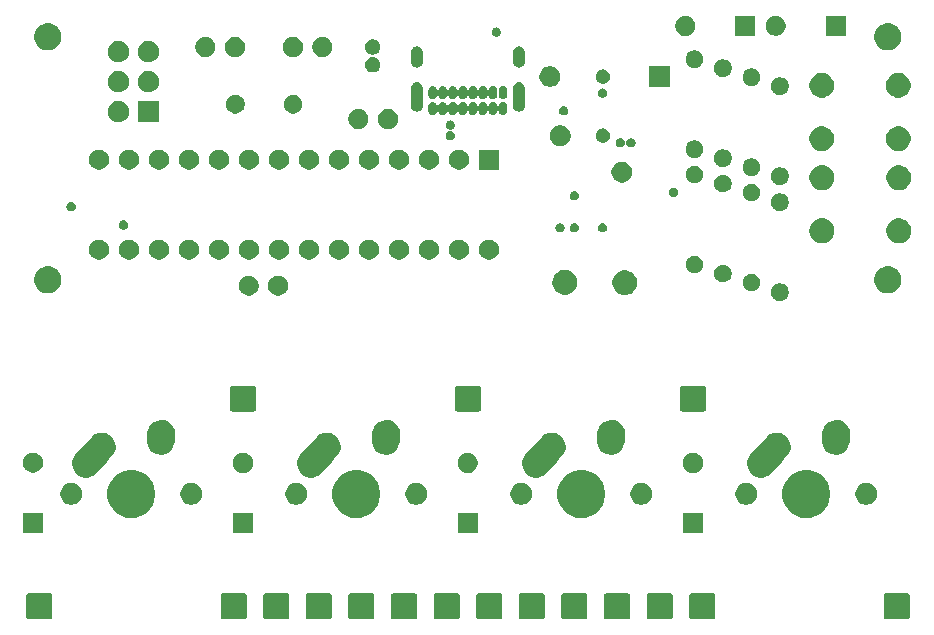
<source format=gbr>
%TF.GenerationSoftware,KiCad,Pcbnew,(5.1.6-0-10_14)*%
%TF.CreationDate,2020-08-01T00:48:29-04:00*%
%TF.ProjectId,pin-check,70696e2d-6368-4656-936b-2e6b69636164,v1.1.0*%
%TF.SameCoordinates,Original*%
%TF.FileFunction,Soldermask,Top*%
%TF.FilePolarity,Negative*%
%FSLAX46Y46*%
G04 Gerber Fmt 4.6, Leading zero omitted, Abs format (unit mm)*
G04 Created by KiCad (PCBNEW (5.1.6-0-10_14)) date 2020-08-01 00:48:29*
%MOMM*%
%LPD*%
G01*
G04 APERTURE LIST*
%ADD10C,0.100000*%
G04 APERTURE END LIST*
D10*
G36*
X157867357Y-75078336D02*
G01*
X157909265Y-75091049D01*
X157947878Y-75111688D01*
X157981730Y-75139470D01*
X158009512Y-75173322D01*
X158030151Y-75211935D01*
X158042864Y-75253843D01*
X158047400Y-75299903D01*
X158047400Y-77049297D01*
X158042864Y-77095357D01*
X158030151Y-77137265D01*
X158009512Y-77175878D01*
X157981730Y-77209730D01*
X157947878Y-77237512D01*
X157909265Y-77258151D01*
X157867357Y-77270864D01*
X157821297Y-77275400D01*
X156071903Y-77275400D01*
X156025843Y-77270864D01*
X155983935Y-77258151D01*
X155945322Y-77237512D01*
X155911470Y-77209730D01*
X155883688Y-77175878D01*
X155863049Y-77137265D01*
X155850336Y-77095357D01*
X155845800Y-77049297D01*
X155845800Y-75299903D01*
X155850336Y-75253843D01*
X155863049Y-75211935D01*
X155883688Y-75173322D01*
X155911470Y-75139470D01*
X155945322Y-75111688D01*
X155983935Y-75091049D01*
X156025843Y-75078336D01*
X156071903Y-75073800D01*
X157821297Y-75073800D01*
X157867357Y-75078336D01*
G37*
G36*
X141408157Y-75078336D02*
G01*
X141450065Y-75091049D01*
X141488678Y-75111688D01*
X141522530Y-75139470D01*
X141550312Y-75173322D01*
X141570951Y-75211935D01*
X141583664Y-75253843D01*
X141588200Y-75299903D01*
X141588200Y-77049297D01*
X141583664Y-77095357D01*
X141570951Y-77137265D01*
X141550312Y-77175878D01*
X141522530Y-77209730D01*
X141488678Y-77237512D01*
X141450065Y-77258151D01*
X141408157Y-77270864D01*
X141362097Y-77275400D01*
X139612703Y-77275400D01*
X139566643Y-77270864D01*
X139524735Y-77258151D01*
X139486122Y-77237512D01*
X139452270Y-77209730D01*
X139424488Y-77175878D01*
X139403849Y-77137265D01*
X139391136Y-77095357D01*
X139386600Y-77049297D01*
X139386600Y-75299903D01*
X139391136Y-75253843D01*
X139403849Y-75211935D01*
X139424488Y-75173322D01*
X139452270Y-75139470D01*
X139486122Y-75111688D01*
X139524735Y-75091049D01*
X139566643Y-75078336D01*
X139612703Y-75073800D01*
X141362097Y-75073800D01*
X141408157Y-75078336D01*
G37*
G36*
X137801357Y-75078336D02*
G01*
X137843265Y-75091049D01*
X137881878Y-75111688D01*
X137915730Y-75139470D01*
X137943512Y-75173322D01*
X137964151Y-75211935D01*
X137976864Y-75253843D01*
X137981400Y-75299903D01*
X137981400Y-77049297D01*
X137976864Y-77095357D01*
X137964151Y-77137265D01*
X137943512Y-77175878D01*
X137915730Y-77209730D01*
X137881878Y-77237512D01*
X137843265Y-77258151D01*
X137801357Y-77270864D01*
X137755297Y-77275400D01*
X136005903Y-77275400D01*
X135959843Y-77270864D01*
X135917935Y-77258151D01*
X135879322Y-77237512D01*
X135845470Y-77209730D01*
X135817688Y-77175878D01*
X135797049Y-77137265D01*
X135784336Y-77095357D01*
X135779800Y-77049297D01*
X135779800Y-75299903D01*
X135784336Y-75253843D01*
X135797049Y-75211935D01*
X135817688Y-75173322D01*
X135845470Y-75139470D01*
X135879322Y-75111688D01*
X135917935Y-75091049D01*
X135959843Y-75078336D01*
X136005903Y-75073800D01*
X137755297Y-75073800D01*
X137801357Y-75078336D01*
G37*
G36*
X134194557Y-75078336D02*
G01*
X134236465Y-75091049D01*
X134275078Y-75111688D01*
X134308930Y-75139470D01*
X134336712Y-75173322D01*
X134357351Y-75211935D01*
X134370064Y-75253843D01*
X134374600Y-75299903D01*
X134374600Y-77049297D01*
X134370064Y-77095357D01*
X134357351Y-77137265D01*
X134336712Y-77175878D01*
X134308930Y-77209730D01*
X134275078Y-77237512D01*
X134236465Y-77258151D01*
X134194557Y-77270864D01*
X134148497Y-77275400D01*
X132399103Y-77275400D01*
X132353043Y-77270864D01*
X132311135Y-77258151D01*
X132272522Y-77237512D01*
X132238670Y-77209730D01*
X132210888Y-77175878D01*
X132190249Y-77137265D01*
X132177536Y-77095357D01*
X132173000Y-77049297D01*
X132173000Y-75299903D01*
X132177536Y-75253843D01*
X132190249Y-75211935D01*
X132210888Y-75173322D01*
X132238670Y-75139470D01*
X132272522Y-75111688D01*
X132311135Y-75091049D01*
X132353043Y-75078336D01*
X132399103Y-75073800D01*
X134148497Y-75073800D01*
X134194557Y-75078336D01*
G37*
G36*
X130587757Y-75078336D02*
G01*
X130629665Y-75091049D01*
X130668278Y-75111688D01*
X130702130Y-75139470D01*
X130729912Y-75173322D01*
X130750551Y-75211935D01*
X130763264Y-75253843D01*
X130767800Y-75299903D01*
X130767800Y-77049297D01*
X130763264Y-77095357D01*
X130750551Y-77137265D01*
X130729912Y-77175878D01*
X130702130Y-77209730D01*
X130668278Y-77237512D01*
X130629665Y-77258151D01*
X130587757Y-77270864D01*
X130541697Y-77275400D01*
X128792303Y-77275400D01*
X128746243Y-77270864D01*
X128704335Y-77258151D01*
X128665722Y-77237512D01*
X128631870Y-77209730D01*
X128604088Y-77175878D01*
X128583449Y-77137265D01*
X128570736Y-77095357D01*
X128566200Y-77049297D01*
X128566200Y-75299903D01*
X128570736Y-75253843D01*
X128583449Y-75211935D01*
X128604088Y-75173322D01*
X128631870Y-75139470D01*
X128665722Y-75111688D01*
X128704335Y-75091049D01*
X128746243Y-75078336D01*
X128792303Y-75073800D01*
X130541697Y-75073800D01*
X130587757Y-75078336D01*
G37*
G36*
X126980957Y-75078336D02*
G01*
X127022865Y-75091049D01*
X127061478Y-75111688D01*
X127095330Y-75139470D01*
X127123112Y-75173322D01*
X127143751Y-75211935D01*
X127156464Y-75253843D01*
X127161000Y-75299903D01*
X127161000Y-77049297D01*
X127156464Y-77095357D01*
X127143751Y-77137265D01*
X127123112Y-77175878D01*
X127095330Y-77209730D01*
X127061478Y-77237512D01*
X127022865Y-77258151D01*
X126980957Y-77270864D01*
X126934897Y-77275400D01*
X125185503Y-77275400D01*
X125139443Y-77270864D01*
X125097535Y-77258151D01*
X125058922Y-77237512D01*
X125025070Y-77209730D01*
X124997288Y-77175878D01*
X124976649Y-77137265D01*
X124963936Y-77095357D01*
X124959400Y-77049297D01*
X124959400Y-75299903D01*
X124963936Y-75253843D01*
X124976649Y-75211935D01*
X124997288Y-75173322D01*
X125025070Y-75139470D01*
X125058922Y-75111688D01*
X125097535Y-75091049D01*
X125139443Y-75078336D01*
X125185503Y-75073800D01*
X126934897Y-75073800D01*
X126980957Y-75078336D01*
G37*
G36*
X123374157Y-75078336D02*
G01*
X123416065Y-75091049D01*
X123454678Y-75111688D01*
X123488530Y-75139470D01*
X123516312Y-75173322D01*
X123536951Y-75211935D01*
X123549664Y-75253843D01*
X123554200Y-75299903D01*
X123554200Y-77049297D01*
X123549664Y-77095357D01*
X123536951Y-77137265D01*
X123516312Y-77175878D01*
X123488530Y-77209730D01*
X123454678Y-77237512D01*
X123416065Y-77258151D01*
X123374157Y-77270864D01*
X123328097Y-77275400D01*
X121578703Y-77275400D01*
X121532643Y-77270864D01*
X121490735Y-77258151D01*
X121452122Y-77237512D01*
X121418270Y-77209730D01*
X121390488Y-77175878D01*
X121369849Y-77137265D01*
X121357136Y-77095357D01*
X121352600Y-77049297D01*
X121352600Y-75299903D01*
X121357136Y-75253843D01*
X121369849Y-75211935D01*
X121390488Y-75173322D01*
X121418270Y-75139470D01*
X121452122Y-75111688D01*
X121490735Y-75091049D01*
X121532643Y-75078336D01*
X121578703Y-75073800D01*
X123328097Y-75073800D01*
X123374157Y-75078336D01*
G37*
G36*
X119767357Y-75078336D02*
G01*
X119809265Y-75091049D01*
X119847878Y-75111688D01*
X119881730Y-75139470D01*
X119909512Y-75173322D01*
X119930151Y-75211935D01*
X119942864Y-75253843D01*
X119947400Y-75299903D01*
X119947400Y-77049297D01*
X119942864Y-77095357D01*
X119930151Y-77137265D01*
X119909512Y-77175878D01*
X119881730Y-77209730D01*
X119847878Y-77237512D01*
X119809265Y-77258151D01*
X119767357Y-77270864D01*
X119721297Y-77275400D01*
X117971903Y-77275400D01*
X117925843Y-77270864D01*
X117883935Y-77258151D01*
X117845322Y-77237512D01*
X117811470Y-77209730D01*
X117783688Y-77175878D01*
X117763049Y-77137265D01*
X117750336Y-77095357D01*
X117745800Y-77049297D01*
X117745800Y-75299903D01*
X117750336Y-75253843D01*
X117763049Y-75211935D01*
X117783688Y-75173322D01*
X117811470Y-75139470D01*
X117845322Y-75111688D01*
X117883935Y-75091049D01*
X117925843Y-75078336D01*
X117971903Y-75073800D01*
X119721297Y-75073800D01*
X119767357Y-75078336D01*
G37*
G36*
X116160557Y-75078336D02*
G01*
X116202465Y-75091049D01*
X116241078Y-75111688D01*
X116274930Y-75139470D01*
X116302712Y-75173322D01*
X116323351Y-75211935D01*
X116336064Y-75253843D01*
X116340600Y-75299903D01*
X116340600Y-77049297D01*
X116336064Y-77095357D01*
X116323351Y-77137265D01*
X116302712Y-77175878D01*
X116274930Y-77209730D01*
X116241078Y-77237512D01*
X116202465Y-77258151D01*
X116160557Y-77270864D01*
X116114497Y-77275400D01*
X114365103Y-77275400D01*
X114319043Y-77270864D01*
X114277135Y-77258151D01*
X114238522Y-77237512D01*
X114204670Y-77209730D01*
X114176888Y-77175878D01*
X114156249Y-77137265D01*
X114143536Y-77095357D01*
X114139000Y-77049297D01*
X114139000Y-75299903D01*
X114143536Y-75253843D01*
X114156249Y-75211935D01*
X114176888Y-75173322D01*
X114204670Y-75139470D01*
X114238522Y-75111688D01*
X114277135Y-75091049D01*
X114319043Y-75078336D01*
X114365103Y-75073800D01*
X116114497Y-75073800D01*
X116160557Y-75078336D01*
G37*
G36*
X112553757Y-75078336D02*
G01*
X112595665Y-75091049D01*
X112634278Y-75111688D01*
X112668130Y-75139470D01*
X112695912Y-75173322D01*
X112716551Y-75211935D01*
X112729264Y-75253843D01*
X112733800Y-75299903D01*
X112733800Y-77049297D01*
X112729264Y-77095357D01*
X112716551Y-77137265D01*
X112695912Y-77175878D01*
X112668130Y-77209730D01*
X112634278Y-77237512D01*
X112595665Y-77258151D01*
X112553757Y-77270864D01*
X112507697Y-77275400D01*
X110758303Y-77275400D01*
X110712243Y-77270864D01*
X110670335Y-77258151D01*
X110631722Y-77237512D01*
X110597870Y-77209730D01*
X110570088Y-77175878D01*
X110549449Y-77137265D01*
X110536736Y-77095357D01*
X110532200Y-77049297D01*
X110532200Y-75299903D01*
X110536736Y-75253843D01*
X110549449Y-75211935D01*
X110570088Y-75173322D01*
X110597870Y-75139470D01*
X110631722Y-75111688D01*
X110670335Y-75091049D01*
X110712243Y-75078336D01*
X110758303Y-75073800D01*
X112507697Y-75073800D01*
X112553757Y-75078336D01*
G37*
G36*
X108946957Y-75078336D02*
G01*
X108988865Y-75091049D01*
X109027478Y-75111688D01*
X109061330Y-75139470D01*
X109089112Y-75173322D01*
X109109751Y-75211935D01*
X109122464Y-75253843D01*
X109127000Y-75299903D01*
X109127000Y-77049297D01*
X109122464Y-77095357D01*
X109109751Y-77137265D01*
X109089112Y-77175878D01*
X109061330Y-77209730D01*
X109027478Y-77237512D01*
X108988865Y-77258151D01*
X108946957Y-77270864D01*
X108900897Y-77275400D01*
X107151503Y-77275400D01*
X107105443Y-77270864D01*
X107063535Y-77258151D01*
X107024922Y-77237512D01*
X106991070Y-77209730D01*
X106963288Y-77175878D01*
X106942649Y-77137265D01*
X106929936Y-77095357D01*
X106925400Y-77049297D01*
X106925400Y-75299903D01*
X106929936Y-75253843D01*
X106942649Y-75211935D01*
X106963288Y-75173322D01*
X106991070Y-75139470D01*
X107024922Y-75111688D01*
X107063535Y-75091049D01*
X107105443Y-75078336D01*
X107151503Y-75073800D01*
X108900897Y-75073800D01*
X108946957Y-75078336D01*
G37*
G36*
X105340157Y-75078336D02*
G01*
X105382065Y-75091049D01*
X105420678Y-75111688D01*
X105454530Y-75139470D01*
X105482312Y-75173322D01*
X105502951Y-75211935D01*
X105515664Y-75253843D01*
X105520200Y-75299903D01*
X105520200Y-77049297D01*
X105515664Y-77095357D01*
X105502951Y-77137265D01*
X105482312Y-77175878D01*
X105454530Y-77209730D01*
X105420678Y-77237512D01*
X105382065Y-77258151D01*
X105340157Y-77270864D01*
X105294097Y-77275400D01*
X103544703Y-77275400D01*
X103498643Y-77270864D01*
X103456735Y-77258151D01*
X103418122Y-77237512D01*
X103384270Y-77209730D01*
X103356488Y-77175878D01*
X103335849Y-77137265D01*
X103323136Y-77095357D01*
X103318600Y-77049297D01*
X103318600Y-75299903D01*
X103323136Y-75253843D01*
X103335849Y-75211935D01*
X103356488Y-75173322D01*
X103384270Y-75139470D01*
X103418122Y-75111688D01*
X103456735Y-75091049D01*
X103498643Y-75078336D01*
X103544703Y-75073800D01*
X105294097Y-75073800D01*
X105340157Y-75078336D01*
G37*
G36*
X101733357Y-75078336D02*
G01*
X101775265Y-75091049D01*
X101813878Y-75111688D01*
X101847730Y-75139470D01*
X101875512Y-75173322D01*
X101896151Y-75211935D01*
X101908864Y-75253843D01*
X101913400Y-75299903D01*
X101913400Y-77049297D01*
X101908864Y-77095357D01*
X101896151Y-77137265D01*
X101875512Y-77175878D01*
X101847730Y-77209730D01*
X101813878Y-77237512D01*
X101775265Y-77258151D01*
X101733357Y-77270864D01*
X101687297Y-77275400D01*
X99937903Y-77275400D01*
X99891843Y-77270864D01*
X99849935Y-77258151D01*
X99811322Y-77237512D01*
X99777470Y-77209730D01*
X99749688Y-77175878D01*
X99729049Y-77137265D01*
X99716336Y-77095357D01*
X99711800Y-77049297D01*
X99711800Y-75299903D01*
X99716336Y-75253843D01*
X99729049Y-75211935D01*
X99749688Y-75173322D01*
X99777470Y-75139470D01*
X99811322Y-75111688D01*
X99849935Y-75091049D01*
X99891843Y-75078336D01*
X99937903Y-75073800D01*
X101687297Y-75073800D01*
X101733357Y-75078336D01*
G37*
G36*
X85274157Y-75078336D02*
G01*
X85316065Y-75091049D01*
X85354678Y-75111688D01*
X85388530Y-75139470D01*
X85416312Y-75173322D01*
X85436951Y-75211935D01*
X85449664Y-75253843D01*
X85454200Y-75299903D01*
X85454200Y-77049297D01*
X85449664Y-77095357D01*
X85436951Y-77137265D01*
X85416312Y-77175878D01*
X85388530Y-77209730D01*
X85354678Y-77237512D01*
X85316065Y-77258151D01*
X85274157Y-77270864D01*
X85228097Y-77275400D01*
X83478703Y-77275400D01*
X83432643Y-77270864D01*
X83390735Y-77258151D01*
X83352122Y-77237512D01*
X83318270Y-77209730D01*
X83290488Y-77175878D01*
X83269849Y-77137265D01*
X83257136Y-77095357D01*
X83252600Y-77049297D01*
X83252600Y-75299903D01*
X83257136Y-75253843D01*
X83269849Y-75211935D01*
X83290488Y-75173322D01*
X83318270Y-75139470D01*
X83352122Y-75111688D01*
X83390735Y-75091049D01*
X83432643Y-75078336D01*
X83478703Y-75073800D01*
X85228097Y-75073800D01*
X85274157Y-75078336D01*
G37*
G36*
X140550800Y-69964200D02*
G01*
X138849200Y-69964200D01*
X138849200Y-68262600D01*
X140550800Y-68262600D01*
X140550800Y-69964200D01*
G37*
G36*
X121475400Y-69964200D02*
G01*
X119773800Y-69964200D01*
X119773800Y-68262600D01*
X121475400Y-68262600D01*
X121475400Y-69964200D01*
G37*
G36*
X102450800Y-69964200D02*
G01*
X100749200Y-69964200D01*
X100749200Y-68262600D01*
X102450800Y-68262600D01*
X102450800Y-69964200D01*
G37*
G36*
X84670800Y-69938800D02*
G01*
X82969200Y-69938800D01*
X82969200Y-68237200D01*
X84670800Y-68237200D01*
X84670800Y-69938800D01*
G37*
G36*
X149509564Y-64620427D02*
G01*
X149896419Y-64697377D01*
X150268529Y-64851511D01*
X150603421Y-65075277D01*
X150888223Y-65360079D01*
X151111989Y-65694971D01*
X151266123Y-66067081D01*
X151344700Y-66462116D01*
X151344700Y-66864884D01*
X151266123Y-67259919D01*
X151111989Y-67632029D01*
X150888223Y-67966921D01*
X150603421Y-68251723D01*
X150268529Y-68475489D01*
X149896419Y-68629623D01*
X149633062Y-68682008D01*
X149501385Y-68708200D01*
X149098615Y-68708200D01*
X148966938Y-68682008D01*
X148703581Y-68629623D01*
X148331471Y-68475489D01*
X147996579Y-68251723D01*
X147711777Y-67966921D01*
X147488011Y-67632029D01*
X147333877Y-67259919D01*
X147255300Y-66864884D01*
X147255300Y-66462116D01*
X147333877Y-66067081D01*
X147488011Y-65694971D01*
X147711777Y-65360079D01*
X147996579Y-65075277D01*
X148331471Y-64851511D01*
X148703581Y-64697377D01*
X149090436Y-64620427D01*
X149098615Y-64618800D01*
X149501385Y-64618800D01*
X149509564Y-64620427D01*
G37*
G36*
X130459564Y-64620427D02*
G01*
X130846419Y-64697377D01*
X131218529Y-64851511D01*
X131553421Y-65075277D01*
X131838223Y-65360079D01*
X132061989Y-65694971D01*
X132216123Y-66067081D01*
X132294700Y-66462116D01*
X132294700Y-66864884D01*
X132216123Y-67259919D01*
X132061989Y-67632029D01*
X131838223Y-67966921D01*
X131553421Y-68251723D01*
X131218529Y-68475489D01*
X130846419Y-68629623D01*
X130583062Y-68682008D01*
X130451385Y-68708200D01*
X130048615Y-68708200D01*
X129916938Y-68682008D01*
X129653581Y-68629623D01*
X129281471Y-68475489D01*
X128946579Y-68251723D01*
X128661777Y-67966921D01*
X128438011Y-67632029D01*
X128283877Y-67259919D01*
X128205300Y-66864884D01*
X128205300Y-66462116D01*
X128283877Y-66067081D01*
X128438011Y-65694971D01*
X128661777Y-65360079D01*
X128946579Y-65075277D01*
X129281471Y-64851511D01*
X129653581Y-64697377D01*
X130040436Y-64620427D01*
X130048615Y-64618800D01*
X130451385Y-64618800D01*
X130459564Y-64620427D01*
G37*
G36*
X111409564Y-64620427D02*
G01*
X111796419Y-64697377D01*
X112168529Y-64851511D01*
X112503421Y-65075277D01*
X112788223Y-65360079D01*
X113011989Y-65694971D01*
X113166123Y-66067081D01*
X113244700Y-66462116D01*
X113244700Y-66864884D01*
X113166123Y-67259919D01*
X113011989Y-67632029D01*
X112788223Y-67966921D01*
X112503421Y-68251723D01*
X112168529Y-68475489D01*
X111796419Y-68629623D01*
X111533062Y-68682008D01*
X111401385Y-68708200D01*
X110998615Y-68708200D01*
X110866938Y-68682008D01*
X110603581Y-68629623D01*
X110231471Y-68475489D01*
X109896579Y-68251723D01*
X109611777Y-67966921D01*
X109388011Y-67632029D01*
X109233877Y-67259919D01*
X109155300Y-66864884D01*
X109155300Y-66462116D01*
X109233877Y-66067081D01*
X109388011Y-65694971D01*
X109611777Y-65360079D01*
X109896579Y-65075277D01*
X110231471Y-64851511D01*
X110603581Y-64697377D01*
X110990436Y-64620427D01*
X110998615Y-64618800D01*
X111401385Y-64618800D01*
X111409564Y-64620427D01*
G37*
G36*
X92359564Y-64620427D02*
G01*
X92746419Y-64697377D01*
X93118529Y-64851511D01*
X93453421Y-65075277D01*
X93738223Y-65360079D01*
X93961989Y-65694971D01*
X94116123Y-66067081D01*
X94194700Y-66462116D01*
X94194700Y-66864884D01*
X94116123Y-67259919D01*
X93961989Y-67632029D01*
X93738223Y-67966921D01*
X93453421Y-68251723D01*
X93118529Y-68475489D01*
X92746419Y-68629623D01*
X92483062Y-68682008D01*
X92351385Y-68708200D01*
X91948615Y-68708200D01*
X91816938Y-68682008D01*
X91553581Y-68629623D01*
X91181471Y-68475489D01*
X90846579Y-68251723D01*
X90561777Y-67966921D01*
X90338011Y-67632029D01*
X90183877Y-67259919D01*
X90105300Y-66864884D01*
X90105300Y-66462116D01*
X90183877Y-66067081D01*
X90338011Y-65694971D01*
X90561777Y-65360079D01*
X90846579Y-65075277D01*
X91181471Y-64851511D01*
X91553581Y-64697377D01*
X91940436Y-64620427D01*
X91948615Y-64618800D01*
X92351385Y-64618800D01*
X92359564Y-64620427D01*
G37*
G36*
X125440046Y-65773278D02*
G01*
X125608531Y-65843066D01*
X125760163Y-65944384D01*
X125889116Y-66073337D01*
X125990434Y-66224969D01*
X126060222Y-66393454D01*
X126095800Y-66572317D01*
X126095800Y-66754683D01*
X126060222Y-66933546D01*
X125990434Y-67102031D01*
X125889116Y-67253663D01*
X125760163Y-67382616D01*
X125608531Y-67483934D01*
X125440046Y-67553722D01*
X125261183Y-67589300D01*
X125078817Y-67589300D01*
X124899954Y-67553722D01*
X124731469Y-67483934D01*
X124579837Y-67382616D01*
X124450884Y-67253663D01*
X124349566Y-67102031D01*
X124279778Y-66933546D01*
X124244200Y-66754683D01*
X124244200Y-66572317D01*
X124279778Y-66393454D01*
X124349566Y-66224969D01*
X124450884Y-66073337D01*
X124579837Y-65944384D01*
X124731469Y-65843066D01*
X124899954Y-65773278D01*
X125078817Y-65737700D01*
X125261183Y-65737700D01*
X125440046Y-65773278D01*
G37*
G36*
X135600046Y-65773278D02*
G01*
X135768531Y-65843066D01*
X135920163Y-65944384D01*
X136049116Y-66073337D01*
X136150434Y-66224969D01*
X136220222Y-66393454D01*
X136255800Y-66572317D01*
X136255800Y-66754683D01*
X136220222Y-66933546D01*
X136150434Y-67102031D01*
X136049116Y-67253663D01*
X135920163Y-67382616D01*
X135768531Y-67483934D01*
X135600046Y-67553722D01*
X135421183Y-67589300D01*
X135238817Y-67589300D01*
X135059954Y-67553722D01*
X134891469Y-67483934D01*
X134739837Y-67382616D01*
X134610884Y-67253663D01*
X134509566Y-67102031D01*
X134439778Y-66933546D01*
X134404200Y-66754683D01*
X134404200Y-66572317D01*
X134439778Y-66393454D01*
X134509566Y-66224969D01*
X134610884Y-66073337D01*
X134739837Y-65944384D01*
X134891469Y-65843066D01*
X135059954Y-65773278D01*
X135238817Y-65737700D01*
X135421183Y-65737700D01*
X135600046Y-65773278D01*
G37*
G36*
X97500046Y-65773278D02*
G01*
X97668531Y-65843066D01*
X97820163Y-65944384D01*
X97949116Y-66073337D01*
X98050434Y-66224969D01*
X98120222Y-66393454D01*
X98155800Y-66572317D01*
X98155800Y-66754683D01*
X98120222Y-66933546D01*
X98050434Y-67102031D01*
X97949116Y-67253663D01*
X97820163Y-67382616D01*
X97668531Y-67483934D01*
X97500046Y-67553722D01*
X97321183Y-67589300D01*
X97138817Y-67589300D01*
X96959954Y-67553722D01*
X96791469Y-67483934D01*
X96639837Y-67382616D01*
X96510884Y-67253663D01*
X96409566Y-67102031D01*
X96339778Y-66933546D01*
X96304200Y-66754683D01*
X96304200Y-66572317D01*
X96339778Y-66393454D01*
X96409566Y-66224969D01*
X96510884Y-66073337D01*
X96639837Y-65944384D01*
X96791469Y-65843066D01*
X96959954Y-65773278D01*
X97138817Y-65737700D01*
X97321183Y-65737700D01*
X97500046Y-65773278D01*
G37*
G36*
X116550046Y-65773278D02*
G01*
X116718531Y-65843066D01*
X116870163Y-65944384D01*
X116999116Y-66073337D01*
X117100434Y-66224969D01*
X117170222Y-66393454D01*
X117205800Y-66572317D01*
X117205800Y-66754683D01*
X117170222Y-66933546D01*
X117100434Y-67102031D01*
X116999116Y-67253663D01*
X116870163Y-67382616D01*
X116718531Y-67483934D01*
X116550046Y-67553722D01*
X116371183Y-67589300D01*
X116188817Y-67589300D01*
X116009954Y-67553722D01*
X115841469Y-67483934D01*
X115689837Y-67382616D01*
X115560884Y-67253663D01*
X115459566Y-67102031D01*
X115389778Y-66933546D01*
X115354200Y-66754683D01*
X115354200Y-66572317D01*
X115389778Y-66393454D01*
X115459566Y-66224969D01*
X115560884Y-66073337D01*
X115689837Y-65944384D01*
X115841469Y-65843066D01*
X116009954Y-65773278D01*
X116188817Y-65737700D01*
X116371183Y-65737700D01*
X116550046Y-65773278D01*
G37*
G36*
X106390046Y-65773278D02*
G01*
X106558531Y-65843066D01*
X106710163Y-65944384D01*
X106839116Y-66073337D01*
X106940434Y-66224969D01*
X107010222Y-66393454D01*
X107045800Y-66572317D01*
X107045800Y-66754683D01*
X107010222Y-66933546D01*
X106940434Y-67102031D01*
X106839116Y-67253663D01*
X106710163Y-67382616D01*
X106558531Y-67483934D01*
X106390046Y-67553722D01*
X106211183Y-67589300D01*
X106028817Y-67589300D01*
X105849954Y-67553722D01*
X105681469Y-67483934D01*
X105529837Y-67382616D01*
X105400884Y-67253663D01*
X105299566Y-67102031D01*
X105229778Y-66933546D01*
X105194200Y-66754683D01*
X105194200Y-66572317D01*
X105229778Y-66393454D01*
X105299566Y-66224969D01*
X105400884Y-66073337D01*
X105529837Y-65944384D01*
X105681469Y-65843066D01*
X105849954Y-65773278D01*
X106028817Y-65737700D01*
X106211183Y-65737700D01*
X106390046Y-65773278D01*
G37*
G36*
X87340046Y-65773278D02*
G01*
X87508531Y-65843066D01*
X87660163Y-65944384D01*
X87789116Y-66073337D01*
X87890434Y-66224969D01*
X87960222Y-66393454D01*
X87995800Y-66572317D01*
X87995800Y-66754683D01*
X87960222Y-66933546D01*
X87890434Y-67102031D01*
X87789116Y-67253663D01*
X87660163Y-67382616D01*
X87508531Y-67483934D01*
X87340046Y-67553722D01*
X87161183Y-67589300D01*
X86978817Y-67589300D01*
X86799954Y-67553722D01*
X86631469Y-67483934D01*
X86479837Y-67382616D01*
X86350884Y-67253663D01*
X86249566Y-67102031D01*
X86179778Y-66933546D01*
X86144200Y-66754683D01*
X86144200Y-66572317D01*
X86179778Y-66393454D01*
X86249566Y-66224969D01*
X86350884Y-66073337D01*
X86479837Y-65944384D01*
X86631469Y-65843066D01*
X86799954Y-65773278D01*
X86978817Y-65737700D01*
X87161183Y-65737700D01*
X87340046Y-65773278D01*
G37*
G36*
X154650046Y-65773278D02*
G01*
X154818531Y-65843066D01*
X154970163Y-65944384D01*
X155099116Y-66073337D01*
X155200434Y-66224969D01*
X155270222Y-66393454D01*
X155305800Y-66572317D01*
X155305800Y-66754683D01*
X155270222Y-66933546D01*
X155200434Y-67102031D01*
X155099116Y-67253663D01*
X154970163Y-67382616D01*
X154818531Y-67483934D01*
X154650046Y-67553722D01*
X154471183Y-67589300D01*
X154288817Y-67589300D01*
X154109954Y-67553722D01*
X153941469Y-67483934D01*
X153789837Y-67382616D01*
X153660884Y-67253663D01*
X153559566Y-67102031D01*
X153489778Y-66933546D01*
X153454200Y-66754683D01*
X153454200Y-66572317D01*
X153489778Y-66393454D01*
X153559566Y-66224969D01*
X153660884Y-66073337D01*
X153789837Y-65944384D01*
X153941469Y-65843066D01*
X154109954Y-65773278D01*
X154288817Y-65737700D01*
X154471183Y-65737700D01*
X154650046Y-65773278D01*
G37*
G36*
X144490046Y-65773278D02*
G01*
X144658531Y-65843066D01*
X144810163Y-65944384D01*
X144939116Y-66073337D01*
X145040434Y-66224969D01*
X145110222Y-66393454D01*
X145145800Y-66572317D01*
X145145800Y-66754683D01*
X145110222Y-66933546D01*
X145040434Y-67102031D01*
X144939116Y-67253663D01*
X144810163Y-67382616D01*
X144658531Y-67483934D01*
X144490046Y-67553722D01*
X144311183Y-67589300D01*
X144128817Y-67589300D01*
X143949954Y-67553722D01*
X143781469Y-67483934D01*
X143629837Y-67382616D01*
X143500884Y-67253663D01*
X143399566Y-67102031D01*
X143329778Y-66933546D01*
X143294200Y-66754683D01*
X143294200Y-66572317D01*
X143329778Y-66393454D01*
X143399566Y-66224969D01*
X143500884Y-66073337D01*
X143629837Y-65944384D01*
X143781469Y-65843066D01*
X143949954Y-65773278D01*
X144128817Y-65737700D01*
X144311183Y-65737700D01*
X144490046Y-65773278D01*
G37*
G36*
X146965282Y-61485957D02*
G01*
X147190137Y-61541498D01*
X147399835Y-61639839D01*
X147586318Y-61777201D01*
X147742420Y-61948305D01*
X147862142Y-62146574D01*
X147940883Y-62364391D01*
X147975617Y-62593384D01*
X147965009Y-62824753D01*
X147909468Y-63049608D01*
X147811127Y-63259306D01*
X147708187Y-63399058D01*
X147212472Y-63949605D01*
X146319395Y-64941468D01*
X146266419Y-64989799D01*
X146191166Y-65058454D01*
X145992896Y-65178176D01*
X145775079Y-65256917D01*
X145546086Y-65291651D01*
X145314718Y-65281044D01*
X145089863Y-65225502D01*
X144880165Y-65127161D01*
X144693682Y-64989799D01*
X144537580Y-64818696D01*
X144417858Y-64620426D01*
X144339117Y-64402609D01*
X144304383Y-64173616D01*
X144314990Y-63942248D01*
X144370532Y-63717393D01*
X144468873Y-63507695D01*
X144571813Y-63367944D01*
X145318762Y-62538372D01*
X145960605Y-61825532D01*
X145960607Y-61825530D01*
X146088833Y-61708546D01*
X146255483Y-61607917D01*
X146287102Y-61588824D01*
X146418016Y-61541499D01*
X146504920Y-61510083D01*
X146733913Y-61475349D01*
X146965282Y-61485957D01*
G37*
G36*
X89815282Y-61485957D02*
G01*
X90040137Y-61541498D01*
X90249835Y-61639839D01*
X90436318Y-61777201D01*
X90592420Y-61948305D01*
X90712142Y-62146574D01*
X90790883Y-62364391D01*
X90825617Y-62593384D01*
X90815009Y-62824753D01*
X90759468Y-63049608D01*
X90661127Y-63259306D01*
X90558187Y-63399058D01*
X90062472Y-63949605D01*
X89169395Y-64941468D01*
X89116419Y-64989799D01*
X89041166Y-65058454D01*
X88842896Y-65178176D01*
X88625079Y-65256917D01*
X88396086Y-65291651D01*
X88164718Y-65281044D01*
X87939863Y-65225502D01*
X87730165Y-65127161D01*
X87543682Y-64989799D01*
X87387580Y-64818696D01*
X87267858Y-64620426D01*
X87189117Y-64402609D01*
X87154383Y-64173616D01*
X87164990Y-63942248D01*
X87220532Y-63717393D01*
X87318873Y-63507695D01*
X87421813Y-63367944D01*
X88168762Y-62538372D01*
X88810605Y-61825532D01*
X88810607Y-61825530D01*
X88938833Y-61708546D01*
X89105483Y-61607917D01*
X89137102Y-61588824D01*
X89268016Y-61541499D01*
X89354920Y-61510083D01*
X89583913Y-61475349D01*
X89815282Y-61485957D01*
G37*
G36*
X127915282Y-61485957D02*
G01*
X128140137Y-61541498D01*
X128349835Y-61639839D01*
X128536318Y-61777201D01*
X128692420Y-61948305D01*
X128812142Y-62146574D01*
X128890883Y-62364391D01*
X128925617Y-62593384D01*
X128915009Y-62824753D01*
X128859468Y-63049608D01*
X128761127Y-63259306D01*
X128658187Y-63399058D01*
X128162472Y-63949605D01*
X127269395Y-64941468D01*
X127216419Y-64989799D01*
X127141166Y-65058454D01*
X126942896Y-65178176D01*
X126725079Y-65256917D01*
X126496086Y-65291651D01*
X126264718Y-65281044D01*
X126039863Y-65225502D01*
X125830165Y-65127161D01*
X125643682Y-64989799D01*
X125487580Y-64818696D01*
X125367858Y-64620426D01*
X125289117Y-64402609D01*
X125254383Y-64173616D01*
X125264990Y-63942248D01*
X125320532Y-63717393D01*
X125418873Y-63507695D01*
X125521813Y-63367944D01*
X126268762Y-62538372D01*
X126910605Y-61825532D01*
X126910607Y-61825530D01*
X127038833Y-61708546D01*
X127205483Y-61607917D01*
X127237102Y-61588824D01*
X127368016Y-61541499D01*
X127454920Y-61510083D01*
X127683913Y-61475349D01*
X127915282Y-61485957D01*
G37*
G36*
X108865282Y-61485957D02*
G01*
X109090137Y-61541498D01*
X109299835Y-61639839D01*
X109486318Y-61777201D01*
X109642420Y-61948305D01*
X109762142Y-62146574D01*
X109840883Y-62364391D01*
X109875617Y-62593384D01*
X109865009Y-62824753D01*
X109809468Y-63049608D01*
X109711127Y-63259306D01*
X109608187Y-63399058D01*
X109112472Y-63949605D01*
X108219395Y-64941468D01*
X108166419Y-64989799D01*
X108091166Y-65058454D01*
X107892896Y-65178176D01*
X107675079Y-65256917D01*
X107446086Y-65291651D01*
X107214718Y-65281044D01*
X106989863Y-65225502D01*
X106780165Y-65127161D01*
X106593682Y-64989799D01*
X106437580Y-64818696D01*
X106317858Y-64620426D01*
X106239117Y-64402609D01*
X106204383Y-64173616D01*
X106214990Y-63942248D01*
X106270532Y-63717393D01*
X106368873Y-63507695D01*
X106471813Y-63367944D01*
X107218762Y-62538372D01*
X107860605Y-61825532D01*
X107860607Y-61825530D01*
X107988833Y-61708546D01*
X108155483Y-61607917D01*
X108187102Y-61588824D01*
X108318016Y-61541499D01*
X108404920Y-61510083D01*
X108633913Y-61475349D01*
X108865282Y-61485957D01*
G37*
G36*
X101848169Y-63215295D02*
G01*
X102003005Y-63279431D01*
X102142354Y-63372540D01*
X102260860Y-63491046D01*
X102353969Y-63630395D01*
X102418105Y-63785231D01*
X102450800Y-63949603D01*
X102450800Y-64117197D01*
X102418105Y-64281569D01*
X102353969Y-64436405D01*
X102260860Y-64575754D01*
X102142354Y-64694260D01*
X102003005Y-64787369D01*
X101848169Y-64851505D01*
X101683797Y-64884200D01*
X101516203Y-64884200D01*
X101351831Y-64851505D01*
X101196995Y-64787369D01*
X101057646Y-64694260D01*
X100939140Y-64575754D01*
X100846031Y-64436405D01*
X100781895Y-64281569D01*
X100749200Y-64117197D01*
X100749200Y-63949603D01*
X100781895Y-63785231D01*
X100846031Y-63630395D01*
X100939140Y-63491046D01*
X101057646Y-63372540D01*
X101196995Y-63279431D01*
X101351831Y-63215295D01*
X101516203Y-63182600D01*
X101683797Y-63182600D01*
X101848169Y-63215295D01*
G37*
G36*
X120872769Y-63215295D02*
G01*
X121027605Y-63279431D01*
X121166954Y-63372540D01*
X121285460Y-63491046D01*
X121378569Y-63630395D01*
X121442705Y-63785231D01*
X121475400Y-63949603D01*
X121475400Y-64117197D01*
X121442705Y-64281569D01*
X121378569Y-64436405D01*
X121285460Y-64575754D01*
X121166954Y-64694260D01*
X121027605Y-64787369D01*
X120872769Y-64851505D01*
X120708397Y-64884200D01*
X120540803Y-64884200D01*
X120376431Y-64851505D01*
X120221595Y-64787369D01*
X120082246Y-64694260D01*
X119963740Y-64575754D01*
X119870631Y-64436405D01*
X119806495Y-64281569D01*
X119773800Y-64117197D01*
X119773800Y-63949603D01*
X119806495Y-63785231D01*
X119870631Y-63630395D01*
X119963740Y-63491046D01*
X120082246Y-63372540D01*
X120221595Y-63279431D01*
X120376431Y-63215295D01*
X120540803Y-63182600D01*
X120708397Y-63182600D01*
X120872769Y-63215295D01*
G37*
G36*
X139948169Y-63215295D02*
G01*
X140103005Y-63279431D01*
X140242354Y-63372540D01*
X140360860Y-63491046D01*
X140453969Y-63630395D01*
X140518105Y-63785231D01*
X140550800Y-63949603D01*
X140550800Y-64117197D01*
X140518105Y-64281569D01*
X140453969Y-64436405D01*
X140360860Y-64575754D01*
X140242354Y-64694260D01*
X140103005Y-64787369D01*
X139948169Y-64851505D01*
X139783797Y-64884200D01*
X139616203Y-64884200D01*
X139451831Y-64851505D01*
X139296995Y-64787369D01*
X139157646Y-64694260D01*
X139039140Y-64575754D01*
X138946031Y-64436405D01*
X138881895Y-64281569D01*
X138849200Y-64117197D01*
X138849200Y-63949603D01*
X138881895Y-63785231D01*
X138946031Y-63630395D01*
X139039140Y-63491046D01*
X139157646Y-63372540D01*
X139296995Y-63279431D01*
X139451831Y-63215295D01*
X139616203Y-63182600D01*
X139783797Y-63182600D01*
X139948169Y-63215295D01*
G37*
G36*
X84068169Y-63189895D02*
G01*
X84223005Y-63254031D01*
X84362354Y-63347140D01*
X84480860Y-63465646D01*
X84573969Y-63604995D01*
X84638105Y-63759831D01*
X84670800Y-63924203D01*
X84670800Y-64091797D01*
X84638105Y-64256169D01*
X84573969Y-64411005D01*
X84480860Y-64550354D01*
X84362354Y-64668860D01*
X84223005Y-64761969D01*
X84068169Y-64826105D01*
X83903797Y-64858800D01*
X83736203Y-64858800D01*
X83571831Y-64826105D01*
X83416995Y-64761969D01*
X83277646Y-64668860D01*
X83159140Y-64550354D01*
X83066031Y-64411005D01*
X83001895Y-64256169D01*
X82969200Y-64091797D01*
X82969200Y-63924203D01*
X83001895Y-63759831D01*
X83066031Y-63604995D01*
X83159140Y-63465646D01*
X83277646Y-63347140D01*
X83416995Y-63254031D01*
X83571831Y-63189895D01*
X83736203Y-63157200D01*
X83903797Y-63157200D01*
X84068169Y-63189895D01*
G37*
G36*
X152151045Y-60443633D02*
G01*
X152328960Y-60511484D01*
X152367452Y-60526163D01*
X152563603Y-60649328D01*
X152731956Y-60808392D01*
X152866043Y-60997244D01*
X152892511Y-61056345D01*
X152960711Y-61208628D01*
X153012319Y-61434412D01*
X153012319Y-61434415D01*
X153017242Y-61607917D01*
X152968629Y-62303119D01*
X152939609Y-62474247D01*
X152857079Y-62690656D01*
X152733914Y-62886807D01*
X152574851Y-63055161D01*
X152385998Y-63189247D01*
X152241342Y-63254031D01*
X152174614Y-63283915D01*
X151948830Y-63335523D01*
X151931989Y-63336001D01*
X151717309Y-63342092D01*
X151582221Y-63319183D01*
X151488955Y-63303367D01*
X151344684Y-63248347D01*
X151272548Y-63220837D01*
X151076397Y-63097672D01*
X150908043Y-62938609D01*
X150773957Y-62749756D01*
X150679290Y-62538374D01*
X150679289Y-62538372D01*
X150627681Y-62312588D01*
X150627347Y-62300823D01*
X150622758Y-62139084D01*
X150671371Y-61443881D01*
X150700391Y-61272753D01*
X150782921Y-61056344D01*
X150906086Y-60860193D01*
X151065149Y-60691840D01*
X151254002Y-60557753D01*
X151465384Y-60463086D01*
X151465386Y-60463086D01*
X151465387Y-60463085D01*
X151691169Y-60411478D01*
X151691173Y-60411477D01*
X151922691Y-60404909D01*
X151922694Y-60404909D01*
X152151045Y-60443633D01*
G37*
G36*
X95001045Y-60443633D02*
G01*
X95178960Y-60511484D01*
X95217452Y-60526163D01*
X95413603Y-60649328D01*
X95581956Y-60808392D01*
X95716043Y-60997244D01*
X95742511Y-61056345D01*
X95810711Y-61208628D01*
X95862319Y-61434412D01*
X95862319Y-61434415D01*
X95867242Y-61607917D01*
X95818629Y-62303119D01*
X95789609Y-62474247D01*
X95707079Y-62690656D01*
X95583914Y-62886807D01*
X95424851Y-63055161D01*
X95235998Y-63189247D01*
X95091342Y-63254031D01*
X95024614Y-63283915D01*
X94798830Y-63335523D01*
X94781989Y-63336001D01*
X94567309Y-63342092D01*
X94432221Y-63319183D01*
X94338955Y-63303367D01*
X94194684Y-63248347D01*
X94122548Y-63220837D01*
X93926397Y-63097672D01*
X93758043Y-62938609D01*
X93623957Y-62749756D01*
X93529290Y-62538374D01*
X93529289Y-62538372D01*
X93477681Y-62312588D01*
X93477347Y-62300823D01*
X93472758Y-62139084D01*
X93521371Y-61443881D01*
X93550391Y-61272753D01*
X93632921Y-61056344D01*
X93756086Y-60860193D01*
X93915149Y-60691840D01*
X94104002Y-60557753D01*
X94315384Y-60463086D01*
X94315386Y-60463086D01*
X94315387Y-60463085D01*
X94541169Y-60411478D01*
X94541173Y-60411477D01*
X94772691Y-60404909D01*
X94772694Y-60404909D01*
X95001045Y-60443633D01*
G37*
G36*
X133101045Y-60443633D02*
G01*
X133278960Y-60511484D01*
X133317452Y-60526163D01*
X133513603Y-60649328D01*
X133681956Y-60808392D01*
X133816043Y-60997244D01*
X133842511Y-61056345D01*
X133910711Y-61208628D01*
X133962319Y-61434412D01*
X133962319Y-61434415D01*
X133967242Y-61607917D01*
X133918629Y-62303119D01*
X133889609Y-62474247D01*
X133807079Y-62690656D01*
X133683914Y-62886807D01*
X133524851Y-63055161D01*
X133335998Y-63189247D01*
X133191342Y-63254031D01*
X133124614Y-63283915D01*
X132898830Y-63335523D01*
X132881989Y-63336001D01*
X132667309Y-63342092D01*
X132532221Y-63319183D01*
X132438955Y-63303367D01*
X132294684Y-63248347D01*
X132222548Y-63220837D01*
X132026397Y-63097672D01*
X131858043Y-62938609D01*
X131723957Y-62749756D01*
X131629290Y-62538374D01*
X131629289Y-62538372D01*
X131577681Y-62312588D01*
X131577347Y-62300823D01*
X131572758Y-62139084D01*
X131621371Y-61443881D01*
X131650391Y-61272753D01*
X131732921Y-61056344D01*
X131856086Y-60860193D01*
X132015149Y-60691840D01*
X132204002Y-60557753D01*
X132415384Y-60463086D01*
X132415386Y-60463086D01*
X132415387Y-60463085D01*
X132641169Y-60411478D01*
X132641173Y-60411477D01*
X132872691Y-60404909D01*
X132872694Y-60404909D01*
X133101045Y-60443633D01*
G37*
G36*
X114051045Y-60443633D02*
G01*
X114228960Y-60511484D01*
X114267452Y-60526163D01*
X114463603Y-60649328D01*
X114631956Y-60808392D01*
X114766043Y-60997244D01*
X114792511Y-61056345D01*
X114860711Y-61208628D01*
X114912319Y-61434412D01*
X114912319Y-61434415D01*
X114917242Y-61607917D01*
X114868629Y-62303119D01*
X114839609Y-62474247D01*
X114757079Y-62690656D01*
X114633914Y-62886807D01*
X114474851Y-63055161D01*
X114285998Y-63189247D01*
X114141342Y-63254031D01*
X114074614Y-63283915D01*
X113848830Y-63335523D01*
X113831989Y-63336001D01*
X113617309Y-63342092D01*
X113482221Y-63319183D01*
X113388955Y-63303367D01*
X113244684Y-63248347D01*
X113172548Y-63220837D01*
X112976397Y-63097672D01*
X112808043Y-62938609D01*
X112673957Y-62749756D01*
X112579290Y-62538374D01*
X112579289Y-62538372D01*
X112527681Y-62312588D01*
X112527347Y-62300823D01*
X112522758Y-62139084D01*
X112571371Y-61443881D01*
X112600391Y-61272753D01*
X112682921Y-61056344D01*
X112806086Y-60860193D01*
X112965149Y-60691840D01*
X113154002Y-60557753D01*
X113365384Y-60463086D01*
X113365386Y-60463086D01*
X113365387Y-60463085D01*
X113591169Y-60411478D01*
X113591173Y-60411477D01*
X113822691Y-60404909D01*
X113822694Y-60404909D01*
X114051045Y-60443633D01*
G37*
G36*
X140620757Y-57501536D02*
G01*
X140662665Y-57514249D01*
X140701278Y-57534888D01*
X140735130Y-57562670D01*
X140762912Y-57596522D01*
X140783551Y-57635135D01*
X140796264Y-57677043D01*
X140800800Y-57723103D01*
X140800800Y-59472497D01*
X140796264Y-59518557D01*
X140783551Y-59560465D01*
X140762912Y-59599078D01*
X140735130Y-59632930D01*
X140701278Y-59660712D01*
X140662665Y-59681351D01*
X140620757Y-59694064D01*
X140574697Y-59698600D01*
X138825303Y-59698600D01*
X138779243Y-59694064D01*
X138737335Y-59681351D01*
X138698722Y-59660712D01*
X138664870Y-59632930D01*
X138637088Y-59599078D01*
X138616449Y-59560465D01*
X138603736Y-59518557D01*
X138599200Y-59472497D01*
X138599200Y-57723103D01*
X138603736Y-57677043D01*
X138616449Y-57635135D01*
X138637088Y-57596522D01*
X138664870Y-57562670D01*
X138698722Y-57534888D01*
X138737335Y-57514249D01*
X138779243Y-57501536D01*
X138825303Y-57497000D01*
X140574697Y-57497000D01*
X140620757Y-57501536D01*
G37*
G36*
X121570757Y-57501536D02*
G01*
X121612665Y-57514249D01*
X121651278Y-57534888D01*
X121685130Y-57562670D01*
X121712912Y-57596522D01*
X121733551Y-57635135D01*
X121746264Y-57677043D01*
X121750800Y-57723103D01*
X121750800Y-59472497D01*
X121746264Y-59518557D01*
X121733551Y-59560465D01*
X121712912Y-59599078D01*
X121685130Y-59632930D01*
X121651278Y-59660712D01*
X121612665Y-59681351D01*
X121570757Y-59694064D01*
X121524697Y-59698600D01*
X119775303Y-59698600D01*
X119729243Y-59694064D01*
X119687335Y-59681351D01*
X119648722Y-59660712D01*
X119614870Y-59632930D01*
X119587088Y-59599078D01*
X119566449Y-59560465D01*
X119553736Y-59518557D01*
X119549200Y-59472497D01*
X119549200Y-57723103D01*
X119553736Y-57677043D01*
X119566449Y-57635135D01*
X119587088Y-57596522D01*
X119614870Y-57562670D01*
X119648722Y-57534888D01*
X119687335Y-57514249D01*
X119729243Y-57501536D01*
X119775303Y-57497000D01*
X121524697Y-57497000D01*
X121570757Y-57501536D01*
G37*
G36*
X102520757Y-57501536D02*
G01*
X102562665Y-57514249D01*
X102601278Y-57534888D01*
X102635130Y-57562670D01*
X102662912Y-57596522D01*
X102683551Y-57635135D01*
X102696264Y-57677043D01*
X102700800Y-57723103D01*
X102700800Y-59472497D01*
X102696264Y-59518557D01*
X102683551Y-59560465D01*
X102662912Y-59599078D01*
X102635130Y-59632930D01*
X102601278Y-59660712D01*
X102562665Y-59681351D01*
X102520757Y-59694064D01*
X102474697Y-59698600D01*
X100725303Y-59698600D01*
X100679243Y-59694064D01*
X100637335Y-59681351D01*
X100598722Y-59660712D01*
X100564870Y-59632930D01*
X100537088Y-59599078D01*
X100516449Y-59560465D01*
X100503736Y-59518557D01*
X100499200Y-59472497D01*
X100499200Y-57723103D01*
X100503736Y-57677043D01*
X100516449Y-57635135D01*
X100537088Y-57596522D01*
X100564870Y-57562670D01*
X100598722Y-57534888D01*
X100637335Y-57514249D01*
X100679243Y-57501536D01*
X100725303Y-57497000D01*
X102474697Y-57497000D01*
X102520757Y-57501536D01*
G37*
G36*
X147285000Y-48851233D02*
G01*
X147421637Y-48907829D01*
X147544607Y-48989995D01*
X147649185Y-49094573D01*
X147731351Y-49217543D01*
X147787947Y-49354180D01*
X147816800Y-49499233D01*
X147816800Y-49647127D01*
X147787947Y-49792180D01*
X147731351Y-49928817D01*
X147649185Y-50051787D01*
X147544607Y-50156365D01*
X147421637Y-50238531D01*
X147285000Y-50295127D01*
X147139947Y-50323980D01*
X146992053Y-50323980D01*
X146847000Y-50295127D01*
X146710363Y-50238531D01*
X146587393Y-50156365D01*
X146482815Y-50051787D01*
X146400649Y-49928817D01*
X146344053Y-49792180D01*
X146315200Y-49647127D01*
X146315200Y-49499233D01*
X146344053Y-49354180D01*
X146400649Y-49217543D01*
X146482815Y-49094573D01*
X146587393Y-48989995D01*
X146710363Y-48907829D01*
X146847000Y-48851233D01*
X146992053Y-48822380D01*
X147139947Y-48822380D01*
X147285000Y-48851233D01*
G37*
G36*
X102332669Y-48203895D02*
G01*
X102487505Y-48268031D01*
X102626854Y-48361140D01*
X102745360Y-48479646D01*
X102838469Y-48618995D01*
X102902605Y-48773831D01*
X102935300Y-48938203D01*
X102935300Y-49105797D01*
X102902605Y-49270169D01*
X102838469Y-49425005D01*
X102745360Y-49564354D01*
X102626854Y-49682860D01*
X102487505Y-49775969D01*
X102332669Y-49840105D01*
X102168297Y-49872800D01*
X102000703Y-49872800D01*
X101836331Y-49840105D01*
X101681495Y-49775969D01*
X101542146Y-49682860D01*
X101423640Y-49564354D01*
X101330531Y-49425005D01*
X101266395Y-49270169D01*
X101233700Y-49105797D01*
X101233700Y-48938203D01*
X101266395Y-48773831D01*
X101330531Y-48618995D01*
X101423640Y-48479646D01*
X101542146Y-48361140D01*
X101681495Y-48268031D01*
X101836331Y-48203895D01*
X102000703Y-48171200D01*
X102168297Y-48171200D01*
X102332669Y-48203895D01*
G37*
G36*
X104832669Y-48203895D02*
G01*
X104987505Y-48268031D01*
X105126854Y-48361140D01*
X105245360Y-48479646D01*
X105338469Y-48618995D01*
X105402605Y-48773831D01*
X105435300Y-48938203D01*
X105435300Y-49105797D01*
X105402605Y-49270169D01*
X105338469Y-49425005D01*
X105245360Y-49564354D01*
X105126854Y-49682860D01*
X104987505Y-49775969D01*
X104832669Y-49840105D01*
X104668297Y-49872800D01*
X104500703Y-49872800D01*
X104336331Y-49840105D01*
X104181495Y-49775969D01*
X104042146Y-49682860D01*
X103923640Y-49564354D01*
X103830531Y-49425005D01*
X103766395Y-49270169D01*
X103733700Y-49105797D01*
X103733700Y-48938203D01*
X103766395Y-48773831D01*
X103830531Y-48618995D01*
X103923640Y-48479646D01*
X104042146Y-48361140D01*
X104181495Y-48268031D01*
X104336331Y-48203895D01*
X104500703Y-48171200D01*
X104668297Y-48171200D01*
X104832669Y-48203895D01*
G37*
G36*
X134090416Y-47722607D02*
G01*
X134240709Y-47752502D01*
X134431941Y-47831713D01*
X134604046Y-47946710D01*
X134750410Y-48093074D01*
X134865407Y-48265179D01*
X134944618Y-48456411D01*
X134985000Y-48659426D01*
X134985000Y-48866414D01*
X134944618Y-49069429D01*
X134865407Y-49260661D01*
X134750410Y-49432766D01*
X134604046Y-49579130D01*
X134431941Y-49694127D01*
X134240709Y-49773338D01*
X134145983Y-49792180D01*
X134037695Y-49813720D01*
X133830705Y-49813720D01*
X133722417Y-49792180D01*
X133627691Y-49773338D01*
X133436459Y-49694127D01*
X133264354Y-49579130D01*
X133117990Y-49432766D01*
X133002993Y-49260661D01*
X132923782Y-49069429D01*
X132883400Y-48866414D01*
X132883400Y-48659426D01*
X132923782Y-48456411D01*
X133002993Y-48265179D01*
X133117990Y-48093074D01*
X133264354Y-47946710D01*
X133436459Y-47831713D01*
X133627691Y-47752502D01*
X133777984Y-47722607D01*
X133830705Y-47712120D01*
X134037695Y-47712120D01*
X134090416Y-47722607D01*
G37*
G36*
X129007968Y-47712120D02*
G01*
X129160709Y-47742502D01*
X129351941Y-47821713D01*
X129524046Y-47936710D01*
X129670410Y-48083074D01*
X129785407Y-48255179D01*
X129864618Y-48446411D01*
X129885024Y-48548998D01*
X129900608Y-48627343D01*
X129905000Y-48649426D01*
X129905000Y-48856414D01*
X129864618Y-49059429D01*
X129785407Y-49250661D01*
X129670410Y-49422766D01*
X129524046Y-49569130D01*
X129351941Y-49684127D01*
X129160709Y-49763338D01*
X129025366Y-49790259D01*
X128957695Y-49803720D01*
X128750705Y-49803720D01*
X128683034Y-49790259D01*
X128547691Y-49763338D01*
X128356459Y-49684127D01*
X128184354Y-49569130D01*
X128037990Y-49422766D01*
X127922993Y-49250661D01*
X127843782Y-49059429D01*
X127803400Y-48856414D01*
X127803400Y-48649426D01*
X127807793Y-48627343D01*
X127823376Y-48548998D01*
X127843782Y-48446411D01*
X127922993Y-48255179D01*
X128037990Y-48083074D01*
X128184354Y-47936710D01*
X128356459Y-47821713D01*
X128547691Y-47742502D01*
X128700432Y-47712120D01*
X128750705Y-47702120D01*
X128957695Y-47702120D01*
X129007968Y-47712120D01*
G37*
G36*
X156397455Y-47377942D02*
G01*
X156545678Y-47407425D01*
X156755109Y-47494174D01*
X156943593Y-47620115D01*
X157103885Y-47780407D01*
X157229826Y-47968891D01*
X157316575Y-48178322D01*
X157321662Y-48203896D01*
X157360800Y-48400656D01*
X157360800Y-48627344D01*
X157352046Y-48671351D01*
X157316575Y-48849678D01*
X157229826Y-49059109D01*
X157103885Y-49247593D01*
X156943593Y-49407885D01*
X156755109Y-49533826D01*
X156545678Y-49620575D01*
X156397455Y-49650058D01*
X156323344Y-49664800D01*
X156096656Y-49664800D01*
X156022545Y-49650058D01*
X155874322Y-49620575D01*
X155664891Y-49533826D01*
X155476407Y-49407885D01*
X155316115Y-49247593D01*
X155190174Y-49059109D01*
X155103425Y-48849678D01*
X155067954Y-48671351D01*
X155059200Y-48627344D01*
X155059200Y-48400656D01*
X155098338Y-48203896D01*
X155103425Y-48178322D01*
X155190174Y-47968891D01*
X155316115Y-47780407D01*
X155476407Y-47620115D01*
X155664891Y-47494174D01*
X155874322Y-47407425D01*
X156022545Y-47377942D01*
X156096656Y-47363200D01*
X156323344Y-47363200D01*
X156397455Y-47377942D01*
G37*
G36*
X85277455Y-47377942D02*
G01*
X85425678Y-47407425D01*
X85635109Y-47494174D01*
X85823593Y-47620115D01*
X85983885Y-47780407D01*
X86109826Y-47968891D01*
X86196575Y-48178322D01*
X86201662Y-48203896D01*
X86240800Y-48400656D01*
X86240800Y-48627344D01*
X86232046Y-48671351D01*
X86196575Y-48849678D01*
X86109826Y-49059109D01*
X85983885Y-49247593D01*
X85823593Y-49407885D01*
X85635109Y-49533826D01*
X85425678Y-49620575D01*
X85277455Y-49650058D01*
X85203344Y-49664800D01*
X84976656Y-49664800D01*
X84902545Y-49650058D01*
X84754322Y-49620575D01*
X84544891Y-49533826D01*
X84356407Y-49407885D01*
X84196115Y-49247593D01*
X84070174Y-49059109D01*
X83983425Y-48849678D01*
X83947954Y-48671351D01*
X83939200Y-48627344D01*
X83939200Y-48400656D01*
X83978338Y-48203896D01*
X83983425Y-48178322D01*
X84070174Y-47968891D01*
X84196115Y-47780407D01*
X84356407Y-47620115D01*
X84544891Y-47494174D01*
X84754322Y-47407425D01*
X84902545Y-47377942D01*
X84976656Y-47363200D01*
X85203344Y-47363200D01*
X85277455Y-47377942D01*
G37*
G36*
X144872000Y-48046053D02*
G01*
X145008637Y-48102649D01*
X145131607Y-48184815D01*
X145236185Y-48289393D01*
X145318351Y-48412363D01*
X145374947Y-48549000D01*
X145403800Y-48694053D01*
X145403800Y-48841947D01*
X145374947Y-48987000D01*
X145318351Y-49123637D01*
X145236185Y-49246607D01*
X145131607Y-49351185D01*
X145008637Y-49433351D01*
X144872000Y-49489947D01*
X144726947Y-49518800D01*
X144579053Y-49518800D01*
X144434000Y-49489947D01*
X144297363Y-49433351D01*
X144174393Y-49351185D01*
X144069815Y-49246607D01*
X143987649Y-49123637D01*
X143931053Y-48987000D01*
X143902200Y-48841947D01*
X143902200Y-48694053D01*
X143931053Y-48549000D01*
X143987649Y-48412363D01*
X144069815Y-48289393D01*
X144174393Y-48184815D01*
X144297363Y-48102649D01*
X144434000Y-48046053D01*
X144579053Y-48017200D01*
X144726947Y-48017200D01*
X144872000Y-48046053D01*
G37*
G36*
X142459000Y-47284053D02*
G01*
X142595637Y-47340649D01*
X142718607Y-47422815D01*
X142823185Y-47527393D01*
X142905351Y-47650363D01*
X142961947Y-47787000D01*
X142990800Y-47932053D01*
X142990800Y-48079947D01*
X142961947Y-48225000D01*
X142905351Y-48361637D01*
X142823185Y-48484607D01*
X142718607Y-48589185D01*
X142595637Y-48671351D01*
X142459000Y-48727947D01*
X142313947Y-48756800D01*
X142166053Y-48756800D01*
X142021000Y-48727947D01*
X141884363Y-48671351D01*
X141761393Y-48589185D01*
X141656815Y-48484607D01*
X141574649Y-48361637D01*
X141518053Y-48225000D01*
X141489200Y-48079947D01*
X141489200Y-47932053D01*
X141518053Y-47787000D01*
X141574649Y-47650363D01*
X141656815Y-47527393D01*
X141761393Y-47422815D01*
X141884363Y-47340649D01*
X142021000Y-47284053D01*
X142166053Y-47255200D01*
X142313947Y-47255200D01*
X142459000Y-47284053D01*
G37*
G36*
X140046000Y-46522053D02*
G01*
X140182637Y-46578649D01*
X140305607Y-46660815D01*
X140410185Y-46765393D01*
X140492351Y-46888363D01*
X140548947Y-47025000D01*
X140577800Y-47170053D01*
X140577800Y-47317947D01*
X140548947Y-47463000D01*
X140492351Y-47599637D01*
X140410185Y-47722607D01*
X140305607Y-47827185D01*
X140182637Y-47909351D01*
X140046000Y-47965947D01*
X139900947Y-47994800D01*
X139753053Y-47994800D01*
X139608000Y-47965947D01*
X139471363Y-47909351D01*
X139348393Y-47827185D01*
X139243815Y-47722607D01*
X139161649Y-47599637D01*
X139105053Y-47463000D01*
X139076200Y-47317947D01*
X139076200Y-47170053D01*
X139105053Y-47025000D01*
X139161649Y-46888363D01*
X139243815Y-46765393D01*
X139348393Y-46660815D01*
X139471363Y-46578649D01*
X139608000Y-46522053D01*
X139753053Y-46493200D01*
X139900947Y-46493200D01*
X140046000Y-46522053D01*
G37*
G36*
X97276169Y-45155895D02*
G01*
X97431005Y-45220031D01*
X97570354Y-45313140D01*
X97688860Y-45431646D01*
X97781969Y-45570995D01*
X97846105Y-45725831D01*
X97878800Y-45890203D01*
X97878800Y-46057797D01*
X97846105Y-46222169D01*
X97781969Y-46377005D01*
X97688860Y-46516354D01*
X97570354Y-46634860D01*
X97431005Y-46727969D01*
X97276169Y-46792105D01*
X97111797Y-46824800D01*
X96944203Y-46824800D01*
X96779831Y-46792105D01*
X96624995Y-46727969D01*
X96485646Y-46634860D01*
X96367140Y-46516354D01*
X96274031Y-46377005D01*
X96209895Y-46222169D01*
X96177200Y-46057797D01*
X96177200Y-45890203D01*
X96209895Y-45725831D01*
X96274031Y-45570995D01*
X96367140Y-45431646D01*
X96485646Y-45313140D01*
X96624995Y-45220031D01*
X96779831Y-45155895D01*
X96944203Y-45123200D01*
X97111797Y-45123200D01*
X97276169Y-45155895D01*
G37*
G36*
X99816169Y-45155895D02*
G01*
X99971005Y-45220031D01*
X100110354Y-45313140D01*
X100228860Y-45431646D01*
X100321969Y-45570995D01*
X100386105Y-45725831D01*
X100418800Y-45890203D01*
X100418800Y-46057797D01*
X100386105Y-46222169D01*
X100321969Y-46377005D01*
X100228860Y-46516354D01*
X100110354Y-46634860D01*
X99971005Y-46727969D01*
X99816169Y-46792105D01*
X99651797Y-46824800D01*
X99484203Y-46824800D01*
X99319831Y-46792105D01*
X99164995Y-46727969D01*
X99025646Y-46634860D01*
X98907140Y-46516354D01*
X98814031Y-46377005D01*
X98749895Y-46222169D01*
X98717200Y-46057797D01*
X98717200Y-45890203D01*
X98749895Y-45725831D01*
X98814031Y-45570995D01*
X98907140Y-45431646D01*
X99025646Y-45313140D01*
X99164995Y-45220031D01*
X99319831Y-45155895D01*
X99484203Y-45123200D01*
X99651797Y-45123200D01*
X99816169Y-45155895D01*
G37*
G36*
X102356169Y-45155895D02*
G01*
X102511005Y-45220031D01*
X102650354Y-45313140D01*
X102768860Y-45431646D01*
X102861969Y-45570995D01*
X102926105Y-45725831D01*
X102958800Y-45890203D01*
X102958800Y-46057797D01*
X102926105Y-46222169D01*
X102861969Y-46377005D01*
X102768860Y-46516354D01*
X102650354Y-46634860D01*
X102511005Y-46727969D01*
X102356169Y-46792105D01*
X102191797Y-46824800D01*
X102024203Y-46824800D01*
X101859831Y-46792105D01*
X101704995Y-46727969D01*
X101565646Y-46634860D01*
X101447140Y-46516354D01*
X101354031Y-46377005D01*
X101289895Y-46222169D01*
X101257200Y-46057797D01*
X101257200Y-45890203D01*
X101289895Y-45725831D01*
X101354031Y-45570995D01*
X101447140Y-45431646D01*
X101565646Y-45313140D01*
X101704995Y-45220031D01*
X101859831Y-45155895D01*
X102024203Y-45123200D01*
X102191797Y-45123200D01*
X102356169Y-45155895D01*
G37*
G36*
X104896169Y-45155895D02*
G01*
X105051005Y-45220031D01*
X105190354Y-45313140D01*
X105308860Y-45431646D01*
X105401969Y-45570995D01*
X105466105Y-45725831D01*
X105498800Y-45890203D01*
X105498800Y-46057797D01*
X105466105Y-46222169D01*
X105401969Y-46377005D01*
X105308860Y-46516354D01*
X105190354Y-46634860D01*
X105051005Y-46727969D01*
X104896169Y-46792105D01*
X104731797Y-46824800D01*
X104564203Y-46824800D01*
X104399831Y-46792105D01*
X104244995Y-46727969D01*
X104105646Y-46634860D01*
X103987140Y-46516354D01*
X103894031Y-46377005D01*
X103829895Y-46222169D01*
X103797200Y-46057797D01*
X103797200Y-45890203D01*
X103829895Y-45725831D01*
X103894031Y-45570995D01*
X103987140Y-45431646D01*
X104105646Y-45313140D01*
X104244995Y-45220031D01*
X104399831Y-45155895D01*
X104564203Y-45123200D01*
X104731797Y-45123200D01*
X104896169Y-45155895D01*
G37*
G36*
X94736169Y-45155895D02*
G01*
X94891005Y-45220031D01*
X95030354Y-45313140D01*
X95148860Y-45431646D01*
X95241969Y-45570995D01*
X95306105Y-45725831D01*
X95338800Y-45890203D01*
X95338800Y-46057797D01*
X95306105Y-46222169D01*
X95241969Y-46377005D01*
X95148860Y-46516354D01*
X95030354Y-46634860D01*
X94891005Y-46727969D01*
X94736169Y-46792105D01*
X94571797Y-46824800D01*
X94404203Y-46824800D01*
X94239831Y-46792105D01*
X94084995Y-46727969D01*
X93945646Y-46634860D01*
X93827140Y-46516354D01*
X93734031Y-46377005D01*
X93669895Y-46222169D01*
X93637200Y-46057797D01*
X93637200Y-45890203D01*
X93669895Y-45725831D01*
X93734031Y-45570995D01*
X93827140Y-45431646D01*
X93945646Y-45313140D01*
X94084995Y-45220031D01*
X94239831Y-45155895D01*
X94404203Y-45123200D01*
X94571797Y-45123200D01*
X94736169Y-45155895D01*
G37*
G36*
X92196169Y-45155895D02*
G01*
X92351005Y-45220031D01*
X92490354Y-45313140D01*
X92608860Y-45431646D01*
X92701969Y-45570995D01*
X92766105Y-45725831D01*
X92798800Y-45890203D01*
X92798800Y-46057797D01*
X92766105Y-46222169D01*
X92701969Y-46377005D01*
X92608860Y-46516354D01*
X92490354Y-46634860D01*
X92351005Y-46727969D01*
X92196169Y-46792105D01*
X92031797Y-46824800D01*
X91864203Y-46824800D01*
X91699831Y-46792105D01*
X91544995Y-46727969D01*
X91405646Y-46634860D01*
X91287140Y-46516354D01*
X91194031Y-46377005D01*
X91129895Y-46222169D01*
X91097200Y-46057797D01*
X91097200Y-45890203D01*
X91129895Y-45725831D01*
X91194031Y-45570995D01*
X91287140Y-45431646D01*
X91405646Y-45313140D01*
X91544995Y-45220031D01*
X91699831Y-45155895D01*
X91864203Y-45123200D01*
X92031797Y-45123200D01*
X92196169Y-45155895D01*
G37*
G36*
X89656169Y-45155895D02*
G01*
X89811005Y-45220031D01*
X89950354Y-45313140D01*
X90068860Y-45431646D01*
X90161969Y-45570995D01*
X90226105Y-45725831D01*
X90258800Y-45890203D01*
X90258800Y-46057797D01*
X90226105Y-46222169D01*
X90161969Y-46377005D01*
X90068860Y-46516354D01*
X89950354Y-46634860D01*
X89811005Y-46727969D01*
X89656169Y-46792105D01*
X89491797Y-46824800D01*
X89324203Y-46824800D01*
X89159831Y-46792105D01*
X89004995Y-46727969D01*
X88865646Y-46634860D01*
X88747140Y-46516354D01*
X88654031Y-46377005D01*
X88589895Y-46222169D01*
X88557200Y-46057797D01*
X88557200Y-45890203D01*
X88589895Y-45725831D01*
X88654031Y-45570995D01*
X88747140Y-45431646D01*
X88865646Y-45313140D01*
X89004995Y-45220031D01*
X89159831Y-45155895D01*
X89324203Y-45123200D01*
X89491797Y-45123200D01*
X89656169Y-45155895D01*
G37*
G36*
X107436169Y-45155895D02*
G01*
X107591005Y-45220031D01*
X107730354Y-45313140D01*
X107848860Y-45431646D01*
X107941969Y-45570995D01*
X108006105Y-45725831D01*
X108038800Y-45890203D01*
X108038800Y-46057797D01*
X108006105Y-46222169D01*
X107941969Y-46377005D01*
X107848860Y-46516354D01*
X107730354Y-46634860D01*
X107591005Y-46727969D01*
X107436169Y-46792105D01*
X107271797Y-46824800D01*
X107104203Y-46824800D01*
X106939831Y-46792105D01*
X106784995Y-46727969D01*
X106645646Y-46634860D01*
X106527140Y-46516354D01*
X106434031Y-46377005D01*
X106369895Y-46222169D01*
X106337200Y-46057797D01*
X106337200Y-45890203D01*
X106369895Y-45725831D01*
X106434031Y-45570995D01*
X106527140Y-45431646D01*
X106645646Y-45313140D01*
X106784995Y-45220031D01*
X106939831Y-45155895D01*
X107104203Y-45123200D01*
X107271797Y-45123200D01*
X107436169Y-45155895D01*
G37*
G36*
X109976169Y-45155895D02*
G01*
X110131005Y-45220031D01*
X110270354Y-45313140D01*
X110388860Y-45431646D01*
X110481969Y-45570995D01*
X110546105Y-45725831D01*
X110578800Y-45890203D01*
X110578800Y-46057797D01*
X110546105Y-46222169D01*
X110481969Y-46377005D01*
X110388860Y-46516354D01*
X110270354Y-46634860D01*
X110131005Y-46727969D01*
X109976169Y-46792105D01*
X109811797Y-46824800D01*
X109644203Y-46824800D01*
X109479831Y-46792105D01*
X109324995Y-46727969D01*
X109185646Y-46634860D01*
X109067140Y-46516354D01*
X108974031Y-46377005D01*
X108909895Y-46222169D01*
X108877200Y-46057797D01*
X108877200Y-45890203D01*
X108909895Y-45725831D01*
X108974031Y-45570995D01*
X109067140Y-45431646D01*
X109185646Y-45313140D01*
X109324995Y-45220031D01*
X109479831Y-45155895D01*
X109644203Y-45123200D01*
X109811797Y-45123200D01*
X109976169Y-45155895D01*
G37*
G36*
X112516169Y-45155895D02*
G01*
X112671005Y-45220031D01*
X112810354Y-45313140D01*
X112928860Y-45431646D01*
X113021969Y-45570995D01*
X113086105Y-45725831D01*
X113118800Y-45890203D01*
X113118800Y-46057797D01*
X113086105Y-46222169D01*
X113021969Y-46377005D01*
X112928860Y-46516354D01*
X112810354Y-46634860D01*
X112671005Y-46727969D01*
X112516169Y-46792105D01*
X112351797Y-46824800D01*
X112184203Y-46824800D01*
X112019831Y-46792105D01*
X111864995Y-46727969D01*
X111725646Y-46634860D01*
X111607140Y-46516354D01*
X111514031Y-46377005D01*
X111449895Y-46222169D01*
X111417200Y-46057797D01*
X111417200Y-45890203D01*
X111449895Y-45725831D01*
X111514031Y-45570995D01*
X111607140Y-45431646D01*
X111725646Y-45313140D01*
X111864995Y-45220031D01*
X112019831Y-45155895D01*
X112184203Y-45123200D01*
X112351797Y-45123200D01*
X112516169Y-45155895D01*
G37*
G36*
X115056169Y-45155895D02*
G01*
X115211005Y-45220031D01*
X115350354Y-45313140D01*
X115468860Y-45431646D01*
X115561969Y-45570995D01*
X115626105Y-45725831D01*
X115658800Y-45890203D01*
X115658800Y-46057797D01*
X115626105Y-46222169D01*
X115561969Y-46377005D01*
X115468860Y-46516354D01*
X115350354Y-46634860D01*
X115211005Y-46727969D01*
X115056169Y-46792105D01*
X114891797Y-46824800D01*
X114724203Y-46824800D01*
X114559831Y-46792105D01*
X114404995Y-46727969D01*
X114265646Y-46634860D01*
X114147140Y-46516354D01*
X114054031Y-46377005D01*
X113989895Y-46222169D01*
X113957200Y-46057797D01*
X113957200Y-45890203D01*
X113989895Y-45725831D01*
X114054031Y-45570995D01*
X114147140Y-45431646D01*
X114265646Y-45313140D01*
X114404995Y-45220031D01*
X114559831Y-45155895D01*
X114724203Y-45123200D01*
X114891797Y-45123200D01*
X115056169Y-45155895D01*
G37*
G36*
X117596169Y-45155895D02*
G01*
X117751005Y-45220031D01*
X117890354Y-45313140D01*
X118008860Y-45431646D01*
X118101969Y-45570995D01*
X118166105Y-45725831D01*
X118198800Y-45890203D01*
X118198800Y-46057797D01*
X118166105Y-46222169D01*
X118101969Y-46377005D01*
X118008860Y-46516354D01*
X117890354Y-46634860D01*
X117751005Y-46727969D01*
X117596169Y-46792105D01*
X117431797Y-46824800D01*
X117264203Y-46824800D01*
X117099831Y-46792105D01*
X116944995Y-46727969D01*
X116805646Y-46634860D01*
X116687140Y-46516354D01*
X116594031Y-46377005D01*
X116529895Y-46222169D01*
X116497200Y-46057797D01*
X116497200Y-45890203D01*
X116529895Y-45725831D01*
X116594031Y-45570995D01*
X116687140Y-45431646D01*
X116805646Y-45313140D01*
X116944995Y-45220031D01*
X117099831Y-45155895D01*
X117264203Y-45123200D01*
X117431797Y-45123200D01*
X117596169Y-45155895D01*
G37*
G36*
X120136169Y-45155895D02*
G01*
X120291005Y-45220031D01*
X120430354Y-45313140D01*
X120548860Y-45431646D01*
X120641969Y-45570995D01*
X120706105Y-45725831D01*
X120738800Y-45890203D01*
X120738800Y-46057797D01*
X120706105Y-46222169D01*
X120641969Y-46377005D01*
X120548860Y-46516354D01*
X120430354Y-46634860D01*
X120291005Y-46727969D01*
X120136169Y-46792105D01*
X119971797Y-46824800D01*
X119804203Y-46824800D01*
X119639831Y-46792105D01*
X119484995Y-46727969D01*
X119345646Y-46634860D01*
X119227140Y-46516354D01*
X119134031Y-46377005D01*
X119069895Y-46222169D01*
X119037200Y-46057797D01*
X119037200Y-45890203D01*
X119069895Y-45725831D01*
X119134031Y-45570995D01*
X119227140Y-45431646D01*
X119345646Y-45313140D01*
X119484995Y-45220031D01*
X119639831Y-45155895D01*
X119804203Y-45123200D01*
X119971797Y-45123200D01*
X120136169Y-45155895D01*
G37*
G36*
X122676169Y-45155895D02*
G01*
X122831005Y-45220031D01*
X122970354Y-45313140D01*
X123088860Y-45431646D01*
X123181969Y-45570995D01*
X123246105Y-45725831D01*
X123278800Y-45890203D01*
X123278800Y-46057797D01*
X123246105Y-46222169D01*
X123181969Y-46377005D01*
X123088860Y-46516354D01*
X122970354Y-46634860D01*
X122831005Y-46727969D01*
X122676169Y-46792105D01*
X122511797Y-46824800D01*
X122344203Y-46824800D01*
X122179831Y-46792105D01*
X122024995Y-46727969D01*
X121885646Y-46634860D01*
X121767140Y-46516354D01*
X121674031Y-46377005D01*
X121609895Y-46222169D01*
X121577200Y-46057797D01*
X121577200Y-45890203D01*
X121609895Y-45725831D01*
X121674031Y-45570995D01*
X121767140Y-45431646D01*
X121885646Y-45313140D01*
X122024995Y-45220031D01*
X122179831Y-45155895D01*
X122344203Y-45123200D01*
X122511797Y-45123200D01*
X122676169Y-45155895D01*
G37*
G36*
X157293166Y-43340661D02*
G01*
X157428509Y-43367582D01*
X157619741Y-43446793D01*
X157791846Y-43561790D01*
X157938210Y-43708154D01*
X158053207Y-43880259D01*
X158132418Y-44071491D01*
X158156409Y-44192104D01*
X158170883Y-44264866D01*
X158172800Y-44274506D01*
X158172800Y-44481494D01*
X158132418Y-44684509D01*
X158053207Y-44875741D01*
X157938210Y-45047846D01*
X157791846Y-45194210D01*
X157619741Y-45309207D01*
X157428509Y-45388418D01*
X157293166Y-45415339D01*
X157225495Y-45428800D01*
X157018505Y-45428800D01*
X156950834Y-45415339D01*
X156815491Y-45388418D01*
X156624259Y-45309207D01*
X156452154Y-45194210D01*
X156305790Y-45047846D01*
X156190793Y-44875741D01*
X156111582Y-44684509D01*
X156071200Y-44481494D01*
X156071200Y-44274506D01*
X156073118Y-44264866D01*
X156087591Y-44192104D01*
X156111582Y-44071491D01*
X156190793Y-43880259D01*
X156305790Y-43708154D01*
X156452154Y-43561790D01*
X156624259Y-43446793D01*
X156815491Y-43367582D01*
X156950834Y-43340661D01*
X157018505Y-43327200D01*
X157225495Y-43327200D01*
X157293166Y-43340661D01*
G37*
G36*
X150793166Y-43340661D02*
G01*
X150928509Y-43367582D01*
X151119741Y-43446793D01*
X151291846Y-43561790D01*
X151438210Y-43708154D01*
X151553207Y-43880259D01*
X151632418Y-44071491D01*
X151656409Y-44192104D01*
X151670883Y-44264866D01*
X151672800Y-44274506D01*
X151672800Y-44481494D01*
X151632418Y-44684509D01*
X151553207Y-44875741D01*
X151438210Y-45047846D01*
X151291846Y-45194210D01*
X151119741Y-45309207D01*
X150928509Y-45388418D01*
X150793166Y-45415339D01*
X150725495Y-45428800D01*
X150518505Y-45428800D01*
X150450834Y-45415339D01*
X150315491Y-45388418D01*
X150124259Y-45309207D01*
X149952154Y-45194210D01*
X149805790Y-45047846D01*
X149690793Y-44875741D01*
X149611582Y-44684509D01*
X149571200Y-44481494D01*
X149571200Y-44274506D01*
X149573118Y-44264866D01*
X149587591Y-44192104D01*
X149611582Y-44071491D01*
X149690793Y-43880259D01*
X149805790Y-43708154D01*
X149952154Y-43561790D01*
X150124259Y-43446793D01*
X150315491Y-43367582D01*
X150450834Y-43340661D01*
X150518505Y-43327200D01*
X150725495Y-43327200D01*
X150793166Y-43340661D01*
G37*
G36*
X132164838Y-43745430D02*
G01*
X132164841Y-43745431D01*
X132164840Y-43745431D01*
X132236488Y-43775108D01*
X132300969Y-43818193D01*
X132355807Y-43873031D01*
X132398892Y-43937512D01*
X132398892Y-43937513D01*
X132428570Y-44009162D01*
X132443700Y-44085224D01*
X132443700Y-44162776D01*
X132428570Y-44238838D01*
X132428569Y-44238840D01*
X132398892Y-44310488D01*
X132355807Y-44374969D01*
X132300969Y-44429807D01*
X132236488Y-44472892D01*
X132215718Y-44481495D01*
X132164838Y-44502570D01*
X132088776Y-44517700D01*
X132011224Y-44517700D01*
X131935162Y-44502570D01*
X131884282Y-44481495D01*
X131863512Y-44472892D01*
X131799031Y-44429807D01*
X131744193Y-44374969D01*
X131701108Y-44310488D01*
X131671431Y-44238840D01*
X131671430Y-44238838D01*
X131656300Y-44162776D01*
X131656300Y-44085224D01*
X131671430Y-44009162D01*
X131701108Y-43937513D01*
X131701108Y-43937512D01*
X131744193Y-43873031D01*
X131799031Y-43818193D01*
X131863512Y-43775108D01*
X131935160Y-43745431D01*
X131935159Y-43745431D01*
X131935162Y-43745430D01*
X132011224Y-43730300D01*
X132088776Y-43730300D01*
X132164838Y-43745430D01*
G37*
G36*
X128564838Y-43745430D02*
G01*
X128564841Y-43745431D01*
X128564840Y-43745431D01*
X128636488Y-43775108D01*
X128700969Y-43818193D01*
X128755807Y-43873031D01*
X128798892Y-43937512D01*
X128798892Y-43937513D01*
X128828570Y-44009162D01*
X128843700Y-44085224D01*
X128843700Y-44162776D01*
X128828570Y-44238838D01*
X128828569Y-44238840D01*
X128798892Y-44310488D01*
X128755807Y-44374969D01*
X128700969Y-44429807D01*
X128636488Y-44472892D01*
X128615718Y-44481495D01*
X128564838Y-44502570D01*
X128488776Y-44517700D01*
X128411224Y-44517700D01*
X128335162Y-44502570D01*
X128284282Y-44481495D01*
X128263512Y-44472892D01*
X128199031Y-44429807D01*
X128144193Y-44374969D01*
X128101108Y-44310488D01*
X128071431Y-44238840D01*
X128071430Y-44238838D01*
X128056300Y-44162776D01*
X128056300Y-44085224D01*
X128071430Y-44009162D01*
X128101108Y-43937513D01*
X128101108Y-43937512D01*
X128144193Y-43873031D01*
X128199031Y-43818193D01*
X128263512Y-43775108D01*
X128335160Y-43745431D01*
X128335159Y-43745431D01*
X128335162Y-43745430D01*
X128411224Y-43730300D01*
X128488776Y-43730300D01*
X128564838Y-43745430D01*
G37*
G36*
X129764838Y-43745430D02*
G01*
X129764841Y-43745431D01*
X129764840Y-43745431D01*
X129836488Y-43775108D01*
X129900969Y-43818193D01*
X129955807Y-43873031D01*
X129998892Y-43937512D01*
X129998892Y-43937513D01*
X130028570Y-44009162D01*
X130043700Y-44085224D01*
X130043700Y-44162776D01*
X130028570Y-44238838D01*
X130028569Y-44238840D01*
X129998892Y-44310488D01*
X129955807Y-44374969D01*
X129900969Y-44429807D01*
X129836488Y-44472892D01*
X129815718Y-44481495D01*
X129764838Y-44502570D01*
X129688776Y-44517700D01*
X129611224Y-44517700D01*
X129535162Y-44502570D01*
X129484282Y-44481495D01*
X129463512Y-44472892D01*
X129399031Y-44429807D01*
X129344193Y-44374969D01*
X129301108Y-44310488D01*
X129271431Y-44238840D01*
X129271430Y-44238838D01*
X129256300Y-44162776D01*
X129256300Y-44085224D01*
X129271430Y-44009162D01*
X129301108Y-43937513D01*
X129301108Y-43937512D01*
X129344193Y-43873031D01*
X129399031Y-43818193D01*
X129463512Y-43775108D01*
X129535160Y-43745431D01*
X129535159Y-43745431D01*
X129535162Y-43745430D01*
X129611224Y-43730300D01*
X129688776Y-43730300D01*
X129764838Y-43745430D01*
G37*
G36*
X91602541Y-43507727D02*
G01*
X91602544Y-43507728D01*
X91602543Y-43507728D01*
X91674191Y-43537405D01*
X91738672Y-43580490D01*
X91793510Y-43635328D01*
X91836595Y-43699809D01*
X91855491Y-43745430D01*
X91866273Y-43771459D01*
X91881403Y-43847521D01*
X91881403Y-43925073D01*
X91866273Y-44001135D01*
X91866272Y-44001137D01*
X91836595Y-44072785D01*
X91793510Y-44137266D01*
X91738672Y-44192104D01*
X91674191Y-44235189D01*
X91623528Y-44256174D01*
X91602541Y-44264867D01*
X91526479Y-44279997D01*
X91448927Y-44279997D01*
X91372865Y-44264867D01*
X91351878Y-44256174D01*
X91301215Y-44235189D01*
X91236734Y-44192104D01*
X91181896Y-44137266D01*
X91138811Y-44072785D01*
X91109134Y-44001137D01*
X91109133Y-44001135D01*
X91094003Y-43925073D01*
X91094003Y-43847521D01*
X91109133Y-43771459D01*
X91119915Y-43745430D01*
X91138811Y-43699809D01*
X91181896Y-43635328D01*
X91236734Y-43580490D01*
X91301215Y-43537405D01*
X91372863Y-43507728D01*
X91372862Y-43507728D01*
X91372865Y-43507727D01*
X91448927Y-43492597D01*
X91526479Y-43492597D01*
X91602541Y-43507727D01*
G37*
G36*
X87164838Y-41945430D02*
G01*
X87164841Y-41945431D01*
X87164840Y-41945431D01*
X87236488Y-41975108D01*
X87300969Y-42018193D01*
X87355807Y-42073031D01*
X87398892Y-42137512D01*
X87419877Y-42188175D01*
X87428570Y-42209162D01*
X87443700Y-42285224D01*
X87443700Y-42362776D01*
X87428570Y-42438838D01*
X87428569Y-42438840D01*
X87398892Y-42510488D01*
X87355807Y-42574969D01*
X87300969Y-42629807D01*
X87236488Y-42672892D01*
X87185825Y-42693877D01*
X87164838Y-42702570D01*
X87088776Y-42717700D01*
X87011224Y-42717700D01*
X86935162Y-42702570D01*
X86914175Y-42693877D01*
X86863512Y-42672892D01*
X86799031Y-42629807D01*
X86744193Y-42574969D01*
X86701108Y-42510488D01*
X86671431Y-42438840D01*
X86671430Y-42438838D01*
X86656300Y-42362776D01*
X86656300Y-42285224D01*
X86671430Y-42209162D01*
X86680123Y-42188175D01*
X86701108Y-42137512D01*
X86744193Y-42073031D01*
X86799031Y-42018193D01*
X86863512Y-41975108D01*
X86935160Y-41945431D01*
X86935159Y-41945431D01*
X86935162Y-41945430D01*
X87011224Y-41930300D01*
X87088776Y-41930300D01*
X87164838Y-41945430D01*
G37*
G36*
X147285000Y-41231233D02*
G01*
X147421637Y-41287829D01*
X147544607Y-41369995D01*
X147649185Y-41474573D01*
X147731351Y-41597543D01*
X147787947Y-41734180D01*
X147816800Y-41879233D01*
X147816800Y-42027127D01*
X147787947Y-42172180D01*
X147731351Y-42308817D01*
X147649185Y-42431787D01*
X147544607Y-42536365D01*
X147421637Y-42618531D01*
X147285000Y-42675127D01*
X147139947Y-42703980D01*
X146992053Y-42703980D01*
X146847000Y-42675127D01*
X146710363Y-42618531D01*
X146587393Y-42536365D01*
X146482815Y-42431787D01*
X146400649Y-42308817D01*
X146344053Y-42172180D01*
X146315200Y-42027127D01*
X146315200Y-41879233D01*
X146344053Y-41734180D01*
X146400649Y-41597543D01*
X146482815Y-41474573D01*
X146587393Y-41369995D01*
X146710363Y-41287829D01*
X146847000Y-41231233D01*
X146992053Y-41202380D01*
X147139947Y-41202380D01*
X147285000Y-41231233D01*
G37*
G36*
X144872000Y-40426053D02*
G01*
X145008637Y-40482649D01*
X145131607Y-40564815D01*
X145236185Y-40669393D01*
X145318351Y-40792363D01*
X145374947Y-40929000D01*
X145403800Y-41074053D01*
X145403800Y-41221947D01*
X145374947Y-41367000D01*
X145318351Y-41503637D01*
X145236185Y-41626607D01*
X145131607Y-41731185D01*
X145008637Y-41813351D01*
X144872000Y-41869947D01*
X144726947Y-41898800D01*
X144579053Y-41898800D01*
X144434000Y-41869947D01*
X144297363Y-41813351D01*
X144174393Y-41731185D01*
X144069815Y-41626607D01*
X143987649Y-41503637D01*
X143931053Y-41367000D01*
X143902200Y-41221947D01*
X143902200Y-41074053D01*
X143931053Y-40929000D01*
X143987649Y-40792363D01*
X144069815Y-40669393D01*
X144174393Y-40564815D01*
X144297363Y-40482649D01*
X144434000Y-40426053D01*
X144579053Y-40397200D01*
X144726947Y-40397200D01*
X144872000Y-40426053D01*
G37*
G36*
X129764838Y-41045430D02*
G01*
X129785825Y-41054123D01*
X129836488Y-41075108D01*
X129900969Y-41118193D01*
X129955807Y-41173031D01*
X129998892Y-41237512D01*
X129998892Y-41237513D01*
X130028570Y-41309162D01*
X130043700Y-41385224D01*
X130043700Y-41462776D01*
X130028570Y-41538838D01*
X130028569Y-41538840D01*
X129998892Y-41610488D01*
X129955807Y-41674969D01*
X129900969Y-41729807D01*
X129836488Y-41772892D01*
X129785825Y-41793877D01*
X129764838Y-41802570D01*
X129688776Y-41817700D01*
X129611224Y-41817700D01*
X129535162Y-41802570D01*
X129514175Y-41793877D01*
X129463512Y-41772892D01*
X129399031Y-41729807D01*
X129344193Y-41674969D01*
X129301108Y-41610488D01*
X129271431Y-41538840D01*
X129271430Y-41538838D01*
X129256300Y-41462776D01*
X129256300Y-41385224D01*
X129271430Y-41309162D01*
X129301108Y-41237513D01*
X129301108Y-41237512D01*
X129344193Y-41173031D01*
X129399031Y-41118193D01*
X129463512Y-41075108D01*
X129514175Y-41054123D01*
X129535162Y-41045430D01*
X129611224Y-41030300D01*
X129688776Y-41030300D01*
X129764838Y-41045430D01*
G37*
G36*
X138164838Y-40745430D02*
G01*
X138164841Y-40745431D01*
X138164840Y-40745431D01*
X138236488Y-40775108D01*
X138300969Y-40818193D01*
X138355807Y-40873031D01*
X138398892Y-40937512D01*
X138398892Y-40937513D01*
X138428570Y-41009162D01*
X138443700Y-41085224D01*
X138443700Y-41162776D01*
X138428570Y-41238838D01*
X138428569Y-41238840D01*
X138398892Y-41310488D01*
X138355807Y-41374969D01*
X138300969Y-41429807D01*
X138236488Y-41472892D01*
X138185825Y-41493877D01*
X138164838Y-41502570D01*
X138088776Y-41517700D01*
X138011224Y-41517700D01*
X137935162Y-41502570D01*
X137914175Y-41493877D01*
X137863512Y-41472892D01*
X137799031Y-41429807D01*
X137744193Y-41374969D01*
X137701108Y-41310488D01*
X137671431Y-41238840D01*
X137671430Y-41238838D01*
X137656300Y-41162776D01*
X137656300Y-41085224D01*
X137671430Y-41009162D01*
X137701108Y-40937513D01*
X137701108Y-40937512D01*
X137744193Y-40873031D01*
X137799031Y-40818193D01*
X137863512Y-40775108D01*
X137935160Y-40745431D01*
X137935159Y-40745431D01*
X137935162Y-40745430D01*
X138011224Y-40730300D01*
X138088776Y-40730300D01*
X138164838Y-40745430D01*
G37*
G36*
X142459000Y-39664053D02*
G01*
X142595637Y-39720649D01*
X142718607Y-39802815D01*
X142823185Y-39907393D01*
X142905351Y-40030363D01*
X142961947Y-40167000D01*
X142990800Y-40312053D01*
X142990800Y-40459947D01*
X142961947Y-40605000D01*
X142905351Y-40741637D01*
X142823185Y-40864607D01*
X142718607Y-40969185D01*
X142595637Y-41051351D01*
X142459000Y-41107947D01*
X142313947Y-41136800D01*
X142166053Y-41136800D01*
X142021000Y-41107947D01*
X141884363Y-41051351D01*
X141761393Y-40969185D01*
X141656815Y-40864607D01*
X141574649Y-40741637D01*
X141518053Y-40605000D01*
X141489200Y-40459947D01*
X141489200Y-40312053D01*
X141518053Y-40167000D01*
X141574649Y-40030363D01*
X141656815Y-39907393D01*
X141761393Y-39802815D01*
X141884363Y-39720649D01*
X142021000Y-39664053D01*
X142166053Y-39635200D01*
X142313947Y-39635200D01*
X142459000Y-39664053D01*
G37*
G36*
X150793166Y-38840661D02*
G01*
X150928509Y-38867582D01*
X151119741Y-38946793D01*
X151291846Y-39061790D01*
X151438210Y-39208154D01*
X151553207Y-39380259D01*
X151632418Y-39571491D01*
X151672800Y-39774506D01*
X151672800Y-39981494D01*
X151632418Y-40184509D01*
X151553207Y-40375741D01*
X151438210Y-40547846D01*
X151291846Y-40694210D01*
X151119741Y-40809207D01*
X150928509Y-40888418D01*
X150793166Y-40915339D01*
X150725495Y-40928800D01*
X150518505Y-40928800D01*
X150450834Y-40915339D01*
X150315491Y-40888418D01*
X150124259Y-40809207D01*
X149952154Y-40694210D01*
X149805790Y-40547846D01*
X149690793Y-40375741D01*
X149611582Y-40184509D01*
X149571200Y-39981494D01*
X149571200Y-39774506D01*
X149611582Y-39571491D01*
X149690793Y-39380259D01*
X149805790Y-39208154D01*
X149952154Y-39061790D01*
X150124259Y-38946793D01*
X150315491Y-38867582D01*
X150450834Y-38840661D01*
X150518505Y-38827200D01*
X150725495Y-38827200D01*
X150793166Y-38840661D01*
G37*
G36*
X157293166Y-38840661D02*
G01*
X157428509Y-38867582D01*
X157619741Y-38946793D01*
X157791846Y-39061790D01*
X157938210Y-39208154D01*
X158053207Y-39380259D01*
X158132418Y-39571491D01*
X158172800Y-39774506D01*
X158172800Y-39981494D01*
X158132418Y-40184509D01*
X158053207Y-40375741D01*
X157938210Y-40547846D01*
X157791846Y-40694210D01*
X157619741Y-40809207D01*
X157428509Y-40888418D01*
X157293166Y-40915339D01*
X157225495Y-40928800D01*
X157018505Y-40928800D01*
X156950834Y-40915339D01*
X156815491Y-40888418D01*
X156624259Y-40809207D01*
X156452154Y-40694210D01*
X156305790Y-40547846D01*
X156190793Y-40375741D01*
X156111582Y-40184509D01*
X156071200Y-39981494D01*
X156071200Y-39774506D01*
X156111582Y-39571491D01*
X156190793Y-39380259D01*
X156305790Y-39208154D01*
X156452154Y-39061790D01*
X156624259Y-38946793D01*
X156815491Y-38867582D01*
X156950834Y-38840661D01*
X157018505Y-38827200D01*
X157225495Y-38827200D01*
X157293166Y-38840661D01*
G37*
G36*
X147285000Y-39029053D02*
G01*
X147421637Y-39085649D01*
X147544607Y-39167815D01*
X147649185Y-39272393D01*
X147731351Y-39395363D01*
X147787947Y-39532000D01*
X147816800Y-39677053D01*
X147816800Y-39824947D01*
X147787947Y-39970000D01*
X147731351Y-40106637D01*
X147649185Y-40229607D01*
X147544607Y-40334185D01*
X147421637Y-40416351D01*
X147285000Y-40472947D01*
X147139947Y-40501800D01*
X146992053Y-40501800D01*
X146847000Y-40472947D01*
X146710363Y-40416351D01*
X146587393Y-40334185D01*
X146482815Y-40229607D01*
X146400649Y-40106637D01*
X146344053Y-39970000D01*
X146315200Y-39824947D01*
X146315200Y-39677053D01*
X146344053Y-39532000D01*
X146400649Y-39395363D01*
X146482815Y-39272393D01*
X146587393Y-39167815D01*
X146710363Y-39085649D01*
X146847000Y-39029053D01*
X146992053Y-39000200D01*
X147139947Y-39000200D01*
X147285000Y-39029053D01*
G37*
G36*
X140046000Y-38902053D02*
G01*
X140182637Y-38958649D01*
X140305607Y-39040815D01*
X140410185Y-39145393D01*
X140492351Y-39268363D01*
X140548947Y-39405000D01*
X140577800Y-39550053D01*
X140577800Y-39697947D01*
X140548947Y-39843000D01*
X140492351Y-39979637D01*
X140410185Y-40102607D01*
X140305607Y-40207185D01*
X140182637Y-40289351D01*
X140046000Y-40345947D01*
X139900947Y-40374800D01*
X139753053Y-40374800D01*
X139608000Y-40345947D01*
X139471363Y-40289351D01*
X139348393Y-40207185D01*
X139243815Y-40102607D01*
X139161649Y-39979637D01*
X139105053Y-39843000D01*
X139076200Y-39697947D01*
X139076200Y-39550053D01*
X139105053Y-39405000D01*
X139161649Y-39268363D01*
X139243815Y-39145393D01*
X139348393Y-39040815D01*
X139471363Y-38958649D01*
X139608000Y-38902053D01*
X139753053Y-38873200D01*
X139900947Y-38873200D01*
X140046000Y-38902053D01*
G37*
G36*
X133935462Y-38579856D02*
G01*
X134094847Y-38645876D01*
X134238290Y-38741721D01*
X134360279Y-38863710D01*
X134456124Y-39007153D01*
X134522144Y-39166538D01*
X134555800Y-39335741D01*
X134555800Y-39508259D01*
X134522144Y-39677462D01*
X134456124Y-39836847D01*
X134360279Y-39980290D01*
X134238290Y-40102279D01*
X134094847Y-40198124D01*
X133935462Y-40264144D01*
X133766259Y-40297800D01*
X133593741Y-40297800D01*
X133424538Y-40264144D01*
X133265153Y-40198124D01*
X133121710Y-40102279D01*
X132999721Y-39980290D01*
X132903876Y-39836847D01*
X132837856Y-39677462D01*
X132804200Y-39508259D01*
X132804200Y-39335741D01*
X132837856Y-39166538D01*
X132903876Y-39007153D01*
X132999721Y-38863710D01*
X133121710Y-38741721D01*
X133265153Y-38645876D01*
X133424538Y-38579856D01*
X133593741Y-38546200D01*
X133766259Y-38546200D01*
X133935462Y-38579856D01*
G37*
G36*
X144872000Y-38267053D02*
G01*
X145008637Y-38323649D01*
X145131607Y-38405815D01*
X145236185Y-38510393D01*
X145318351Y-38633363D01*
X145374947Y-38770000D01*
X145403800Y-38915053D01*
X145403800Y-39062947D01*
X145374947Y-39208000D01*
X145318351Y-39344637D01*
X145236185Y-39467607D01*
X145131607Y-39572185D01*
X145008637Y-39654351D01*
X144872000Y-39710947D01*
X144726947Y-39739800D01*
X144579053Y-39739800D01*
X144434000Y-39710947D01*
X144297363Y-39654351D01*
X144174393Y-39572185D01*
X144069815Y-39467607D01*
X143987649Y-39344637D01*
X143931053Y-39208000D01*
X143902200Y-39062947D01*
X143902200Y-38915053D01*
X143931053Y-38770000D01*
X143987649Y-38633363D01*
X144069815Y-38510393D01*
X144174393Y-38405815D01*
X144297363Y-38323649D01*
X144434000Y-38267053D01*
X144579053Y-38238200D01*
X144726947Y-38238200D01*
X144872000Y-38267053D01*
G37*
G36*
X120136169Y-37535895D02*
G01*
X120291005Y-37600031D01*
X120430354Y-37693140D01*
X120548860Y-37811646D01*
X120641969Y-37950995D01*
X120706105Y-38105831D01*
X120738800Y-38270203D01*
X120738800Y-38437797D01*
X120706105Y-38602169D01*
X120641969Y-38757005D01*
X120548860Y-38896354D01*
X120430354Y-39014860D01*
X120291005Y-39107969D01*
X120136169Y-39172105D01*
X119971797Y-39204800D01*
X119804203Y-39204800D01*
X119639831Y-39172105D01*
X119484995Y-39107969D01*
X119345646Y-39014860D01*
X119227140Y-38896354D01*
X119134031Y-38757005D01*
X119069895Y-38602169D01*
X119037200Y-38437797D01*
X119037200Y-38270203D01*
X119069895Y-38105831D01*
X119134031Y-37950995D01*
X119227140Y-37811646D01*
X119345646Y-37693140D01*
X119484995Y-37600031D01*
X119639831Y-37535895D01*
X119804203Y-37503200D01*
X119971797Y-37503200D01*
X120136169Y-37535895D01*
G37*
G36*
X123278800Y-39204800D02*
G01*
X121577200Y-39204800D01*
X121577200Y-37503200D01*
X123278800Y-37503200D01*
X123278800Y-39204800D01*
G37*
G36*
X117596169Y-37535895D02*
G01*
X117751005Y-37600031D01*
X117890354Y-37693140D01*
X118008860Y-37811646D01*
X118101969Y-37950995D01*
X118166105Y-38105831D01*
X118198800Y-38270203D01*
X118198800Y-38437797D01*
X118166105Y-38602169D01*
X118101969Y-38757005D01*
X118008860Y-38896354D01*
X117890354Y-39014860D01*
X117751005Y-39107969D01*
X117596169Y-39172105D01*
X117431797Y-39204800D01*
X117264203Y-39204800D01*
X117099831Y-39172105D01*
X116944995Y-39107969D01*
X116805646Y-39014860D01*
X116687140Y-38896354D01*
X116594031Y-38757005D01*
X116529895Y-38602169D01*
X116497200Y-38437797D01*
X116497200Y-38270203D01*
X116529895Y-38105831D01*
X116594031Y-37950995D01*
X116687140Y-37811646D01*
X116805646Y-37693140D01*
X116944995Y-37600031D01*
X117099831Y-37535895D01*
X117264203Y-37503200D01*
X117431797Y-37503200D01*
X117596169Y-37535895D01*
G37*
G36*
X94736169Y-37535895D02*
G01*
X94891005Y-37600031D01*
X95030354Y-37693140D01*
X95148860Y-37811646D01*
X95241969Y-37950995D01*
X95306105Y-38105831D01*
X95338800Y-38270203D01*
X95338800Y-38437797D01*
X95306105Y-38602169D01*
X95241969Y-38757005D01*
X95148860Y-38896354D01*
X95030354Y-39014860D01*
X94891005Y-39107969D01*
X94736169Y-39172105D01*
X94571797Y-39204800D01*
X94404203Y-39204800D01*
X94239831Y-39172105D01*
X94084995Y-39107969D01*
X93945646Y-39014860D01*
X93827140Y-38896354D01*
X93734031Y-38757005D01*
X93669895Y-38602169D01*
X93637200Y-38437797D01*
X93637200Y-38270203D01*
X93669895Y-38105831D01*
X93734031Y-37950995D01*
X93827140Y-37811646D01*
X93945646Y-37693140D01*
X94084995Y-37600031D01*
X94239831Y-37535895D01*
X94404203Y-37503200D01*
X94571797Y-37503200D01*
X94736169Y-37535895D01*
G37*
G36*
X115056169Y-37535895D02*
G01*
X115211005Y-37600031D01*
X115350354Y-37693140D01*
X115468860Y-37811646D01*
X115561969Y-37950995D01*
X115626105Y-38105831D01*
X115658800Y-38270203D01*
X115658800Y-38437797D01*
X115626105Y-38602169D01*
X115561969Y-38757005D01*
X115468860Y-38896354D01*
X115350354Y-39014860D01*
X115211005Y-39107969D01*
X115056169Y-39172105D01*
X114891797Y-39204800D01*
X114724203Y-39204800D01*
X114559831Y-39172105D01*
X114404995Y-39107969D01*
X114265646Y-39014860D01*
X114147140Y-38896354D01*
X114054031Y-38757005D01*
X113989895Y-38602169D01*
X113957200Y-38437797D01*
X113957200Y-38270203D01*
X113989895Y-38105831D01*
X114054031Y-37950995D01*
X114147140Y-37811646D01*
X114265646Y-37693140D01*
X114404995Y-37600031D01*
X114559831Y-37535895D01*
X114724203Y-37503200D01*
X114891797Y-37503200D01*
X115056169Y-37535895D01*
G37*
G36*
X112516169Y-37535895D02*
G01*
X112671005Y-37600031D01*
X112810354Y-37693140D01*
X112928860Y-37811646D01*
X113021969Y-37950995D01*
X113086105Y-38105831D01*
X113118800Y-38270203D01*
X113118800Y-38437797D01*
X113086105Y-38602169D01*
X113021969Y-38757005D01*
X112928860Y-38896354D01*
X112810354Y-39014860D01*
X112671005Y-39107969D01*
X112516169Y-39172105D01*
X112351797Y-39204800D01*
X112184203Y-39204800D01*
X112019831Y-39172105D01*
X111864995Y-39107969D01*
X111725646Y-39014860D01*
X111607140Y-38896354D01*
X111514031Y-38757005D01*
X111449895Y-38602169D01*
X111417200Y-38437797D01*
X111417200Y-38270203D01*
X111449895Y-38105831D01*
X111514031Y-37950995D01*
X111607140Y-37811646D01*
X111725646Y-37693140D01*
X111864995Y-37600031D01*
X112019831Y-37535895D01*
X112184203Y-37503200D01*
X112351797Y-37503200D01*
X112516169Y-37535895D01*
G37*
G36*
X109976169Y-37535895D02*
G01*
X110131005Y-37600031D01*
X110270354Y-37693140D01*
X110388860Y-37811646D01*
X110481969Y-37950995D01*
X110546105Y-38105831D01*
X110578800Y-38270203D01*
X110578800Y-38437797D01*
X110546105Y-38602169D01*
X110481969Y-38757005D01*
X110388860Y-38896354D01*
X110270354Y-39014860D01*
X110131005Y-39107969D01*
X109976169Y-39172105D01*
X109811797Y-39204800D01*
X109644203Y-39204800D01*
X109479831Y-39172105D01*
X109324995Y-39107969D01*
X109185646Y-39014860D01*
X109067140Y-38896354D01*
X108974031Y-38757005D01*
X108909895Y-38602169D01*
X108877200Y-38437797D01*
X108877200Y-38270203D01*
X108909895Y-38105831D01*
X108974031Y-37950995D01*
X109067140Y-37811646D01*
X109185646Y-37693140D01*
X109324995Y-37600031D01*
X109479831Y-37535895D01*
X109644203Y-37503200D01*
X109811797Y-37503200D01*
X109976169Y-37535895D01*
G37*
G36*
X92196169Y-37535895D02*
G01*
X92351005Y-37600031D01*
X92490354Y-37693140D01*
X92608860Y-37811646D01*
X92701969Y-37950995D01*
X92766105Y-38105831D01*
X92798800Y-38270203D01*
X92798800Y-38437797D01*
X92766105Y-38602169D01*
X92701969Y-38757005D01*
X92608860Y-38896354D01*
X92490354Y-39014860D01*
X92351005Y-39107969D01*
X92196169Y-39172105D01*
X92031797Y-39204800D01*
X91864203Y-39204800D01*
X91699831Y-39172105D01*
X91544995Y-39107969D01*
X91405646Y-39014860D01*
X91287140Y-38896354D01*
X91194031Y-38757005D01*
X91129895Y-38602169D01*
X91097200Y-38437797D01*
X91097200Y-38270203D01*
X91129895Y-38105831D01*
X91194031Y-37950995D01*
X91287140Y-37811646D01*
X91405646Y-37693140D01*
X91544995Y-37600031D01*
X91699831Y-37535895D01*
X91864203Y-37503200D01*
X92031797Y-37503200D01*
X92196169Y-37535895D01*
G37*
G36*
X89656169Y-37535895D02*
G01*
X89811005Y-37600031D01*
X89950354Y-37693140D01*
X90068860Y-37811646D01*
X90161969Y-37950995D01*
X90226105Y-38105831D01*
X90258800Y-38270203D01*
X90258800Y-38437797D01*
X90226105Y-38602169D01*
X90161969Y-38757005D01*
X90068860Y-38896354D01*
X89950354Y-39014860D01*
X89811005Y-39107969D01*
X89656169Y-39172105D01*
X89491797Y-39204800D01*
X89324203Y-39204800D01*
X89159831Y-39172105D01*
X89004995Y-39107969D01*
X88865646Y-39014860D01*
X88747140Y-38896354D01*
X88654031Y-38757005D01*
X88589895Y-38602169D01*
X88557200Y-38437797D01*
X88557200Y-38270203D01*
X88589895Y-38105831D01*
X88654031Y-37950995D01*
X88747140Y-37811646D01*
X88865646Y-37693140D01*
X89004995Y-37600031D01*
X89159831Y-37535895D01*
X89324203Y-37503200D01*
X89491797Y-37503200D01*
X89656169Y-37535895D01*
G37*
G36*
X107436169Y-37535895D02*
G01*
X107591005Y-37600031D01*
X107730354Y-37693140D01*
X107848860Y-37811646D01*
X107941969Y-37950995D01*
X108006105Y-38105831D01*
X108038800Y-38270203D01*
X108038800Y-38437797D01*
X108006105Y-38602169D01*
X107941969Y-38757005D01*
X107848860Y-38896354D01*
X107730354Y-39014860D01*
X107591005Y-39107969D01*
X107436169Y-39172105D01*
X107271797Y-39204800D01*
X107104203Y-39204800D01*
X106939831Y-39172105D01*
X106784995Y-39107969D01*
X106645646Y-39014860D01*
X106527140Y-38896354D01*
X106434031Y-38757005D01*
X106369895Y-38602169D01*
X106337200Y-38437797D01*
X106337200Y-38270203D01*
X106369895Y-38105831D01*
X106434031Y-37950995D01*
X106527140Y-37811646D01*
X106645646Y-37693140D01*
X106784995Y-37600031D01*
X106939831Y-37535895D01*
X107104203Y-37503200D01*
X107271797Y-37503200D01*
X107436169Y-37535895D01*
G37*
G36*
X104896169Y-37535895D02*
G01*
X105051005Y-37600031D01*
X105190354Y-37693140D01*
X105308860Y-37811646D01*
X105401969Y-37950995D01*
X105466105Y-38105831D01*
X105498800Y-38270203D01*
X105498800Y-38437797D01*
X105466105Y-38602169D01*
X105401969Y-38757005D01*
X105308860Y-38896354D01*
X105190354Y-39014860D01*
X105051005Y-39107969D01*
X104896169Y-39172105D01*
X104731797Y-39204800D01*
X104564203Y-39204800D01*
X104399831Y-39172105D01*
X104244995Y-39107969D01*
X104105646Y-39014860D01*
X103987140Y-38896354D01*
X103894031Y-38757005D01*
X103829895Y-38602169D01*
X103797200Y-38437797D01*
X103797200Y-38270203D01*
X103829895Y-38105831D01*
X103894031Y-37950995D01*
X103987140Y-37811646D01*
X104105646Y-37693140D01*
X104244995Y-37600031D01*
X104399831Y-37535895D01*
X104564203Y-37503200D01*
X104731797Y-37503200D01*
X104896169Y-37535895D01*
G37*
G36*
X97276169Y-37535895D02*
G01*
X97431005Y-37600031D01*
X97570354Y-37693140D01*
X97688860Y-37811646D01*
X97781969Y-37950995D01*
X97846105Y-38105831D01*
X97878800Y-38270203D01*
X97878800Y-38437797D01*
X97846105Y-38602169D01*
X97781969Y-38757005D01*
X97688860Y-38896354D01*
X97570354Y-39014860D01*
X97431005Y-39107969D01*
X97276169Y-39172105D01*
X97111797Y-39204800D01*
X96944203Y-39204800D01*
X96779831Y-39172105D01*
X96624995Y-39107969D01*
X96485646Y-39014860D01*
X96367140Y-38896354D01*
X96274031Y-38757005D01*
X96209895Y-38602169D01*
X96177200Y-38437797D01*
X96177200Y-38270203D01*
X96209895Y-38105831D01*
X96274031Y-37950995D01*
X96367140Y-37811646D01*
X96485646Y-37693140D01*
X96624995Y-37600031D01*
X96779831Y-37535895D01*
X96944203Y-37503200D01*
X97111797Y-37503200D01*
X97276169Y-37535895D01*
G37*
G36*
X102356169Y-37535895D02*
G01*
X102511005Y-37600031D01*
X102650354Y-37693140D01*
X102768860Y-37811646D01*
X102861969Y-37950995D01*
X102926105Y-38105831D01*
X102958800Y-38270203D01*
X102958800Y-38437797D01*
X102926105Y-38602169D01*
X102861969Y-38757005D01*
X102768860Y-38896354D01*
X102650354Y-39014860D01*
X102511005Y-39107969D01*
X102356169Y-39172105D01*
X102191797Y-39204800D01*
X102024203Y-39204800D01*
X101859831Y-39172105D01*
X101704995Y-39107969D01*
X101565646Y-39014860D01*
X101447140Y-38896354D01*
X101354031Y-38757005D01*
X101289895Y-38602169D01*
X101257200Y-38437797D01*
X101257200Y-38270203D01*
X101289895Y-38105831D01*
X101354031Y-37950995D01*
X101447140Y-37811646D01*
X101565646Y-37693140D01*
X101704995Y-37600031D01*
X101859831Y-37535895D01*
X102024203Y-37503200D01*
X102191797Y-37503200D01*
X102356169Y-37535895D01*
G37*
G36*
X99816169Y-37535895D02*
G01*
X99971005Y-37600031D01*
X100110354Y-37693140D01*
X100228860Y-37811646D01*
X100321969Y-37950995D01*
X100386105Y-38105831D01*
X100418800Y-38270203D01*
X100418800Y-38437797D01*
X100386105Y-38602169D01*
X100321969Y-38757005D01*
X100228860Y-38896354D01*
X100110354Y-39014860D01*
X99971005Y-39107969D01*
X99816169Y-39172105D01*
X99651797Y-39204800D01*
X99484203Y-39204800D01*
X99319831Y-39172105D01*
X99164995Y-39107969D01*
X99025646Y-39014860D01*
X98907140Y-38896354D01*
X98814031Y-38757005D01*
X98749895Y-38602169D01*
X98717200Y-38437797D01*
X98717200Y-38270203D01*
X98749895Y-38105831D01*
X98814031Y-37950995D01*
X98907140Y-37811646D01*
X99025646Y-37693140D01*
X99164995Y-37600031D01*
X99319831Y-37535895D01*
X99484203Y-37503200D01*
X99651797Y-37503200D01*
X99816169Y-37535895D01*
G37*
G36*
X142459000Y-37505053D02*
G01*
X142595637Y-37561649D01*
X142718607Y-37643815D01*
X142823185Y-37748393D01*
X142905351Y-37871363D01*
X142961947Y-38008000D01*
X142990800Y-38153053D01*
X142990800Y-38300947D01*
X142961947Y-38446000D01*
X142905351Y-38582637D01*
X142823185Y-38705607D01*
X142718607Y-38810185D01*
X142595637Y-38892351D01*
X142459000Y-38948947D01*
X142313947Y-38977800D01*
X142166053Y-38977800D01*
X142021000Y-38948947D01*
X141884363Y-38892351D01*
X141761393Y-38810185D01*
X141656815Y-38705607D01*
X141574649Y-38582637D01*
X141518053Y-38446000D01*
X141489200Y-38300947D01*
X141489200Y-38153053D01*
X141518053Y-38008000D01*
X141574649Y-37871363D01*
X141656815Y-37748393D01*
X141761393Y-37643815D01*
X141884363Y-37561649D01*
X142021000Y-37505053D01*
X142166053Y-37476200D01*
X142313947Y-37476200D01*
X142459000Y-37505053D01*
G37*
G36*
X140046000Y-36743053D02*
G01*
X140182637Y-36799649D01*
X140305607Y-36881815D01*
X140410185Y-36986393D01*
X140492351Y-37109363D01*
X140548947Y-37246000D01*
X140577800Y-37391053D01*
X140577800Y-37538947D01*
X140548947Y-37684000D01*
X140492351Y-37820637D01*
X140410185Y-37943607D01*
X140305607Y-38048185D01*
X140182637Y-38130351D01*
X140046000Y-38186947D01*
X139900947Y-38215800D01*
X139753053Y-38215800D01*
X139608000Y-38186947D01*
X139471363Y-38130351D01*
X139348393Y-38048185D01*
X139243815Y-37943607D01*
X139161649Y-37820637D01*
X139105053Y-37684000D01*
X139076200Y-37538947D01*
X139076200Y-37391053D01*
X139105053Y-37246000D01*
X139161649Y-37109363D01*
X139243815Y-36986393D01*
X139348393Y-36881815D01*
X139471363Y-36799649D01*
X139608000Y-36743053D01*
X139753053Y-36714200D01*
X139900947Y-36714200D01*
X140046000Y-36743053D01*
G37*
G36*
X150770166Y-35538661D02*
G01*
X150905509Y-35565582D01*
X151096741Y-35644793D01*
X151268846Y-35759790D01*
X151415210Y-35906154D01*
X151530207Y-36078259D01*
X151609418Y-36269491D01*
X151609418Y-36269493D01*
X151643104Y-36438840D01*
X151649800Y-36472506D01*
X151649800Y-36679494D01*
X151609418Y-36882509D01*
X151530207Y-37073741D01*
X151415210Y-37245846D01*
X151268846Y-37392210D01*
X151096741Y-37507207D01*
X150905509Y-37586418D01*
X150837071Y-37600031D01*
X150702495Y-37626800D01*
X150495505Y-37626800D01*
X150360929Y-37600031D01*
X150292491Y-37586418D01*
X150101259Y-37507207D01*
X149929154Y-37392210D01*
X149782790Y-37245846D01*
X149667793Y-37073741D01*
X149588582Y-36882509D01*
X149548200Y-36679494D01*
X149548200Y-36472506D01*
X149554897Y-36438840D01*
X149588582Y-36269493D01*
X149588582Y-36269491D01*
X149667793Y-36078259D01*
X149782790Y-35906154D01*
X149929154Y-35759790D01*
X150101259Y-35644793D01*
X150292491Y-35565582D01*
X150427834Y-35538661D01*
X150495505Y-35525200D01*
X150702495Y-35525200D01*
X150770166Y-35538661D01*
G37*
G36*
X157270166Y-35538661D02*
G01*
X157405509Y-35565582D01*
X157596741Y-35644793D01*
X157768846Y-35759790D01*
X157915210Y-35906154D01*
X158030207Y-36078259D01*
X158109418Y-36269491D01*
X158109418Y-36269493D01*
X158143104Y-36438840D01*
X158149800Y-36472506D01*
X158149800Y-36679494D01*
X158109418Y-36882509D01*
X158030207Y-37073741D01*
X157915210Y-37245846D01*
X157768846Y-37392210D01*
X157596741Y-37507207D01*
X157405509Y-37586418D01*
X157337071Y-37600031D01*
X157202495Y-37626800D01*
X156995505Y-37626800D01*
X156860929Y-37600031D01*
X156792491Y-37586418D01*
X156601259Y-37507207D01*
X156429154Y-37392210D01*
X156282790Y-37245846D01*
X156167793Y-37073741D01*
X156088582Y-36882509D01*
X156048200Y-36679494D01*
X156048200Y-36472506D01*
X156054897Y-36438840D01*
X156088582Y-36269493D01*
X156088582Y-36269491D01*
X156167793Y-36078259D01*
X156282790Y-35906154D01*
X156429154Y-35759790D01*
X156601259Y-35644793D01*
X156792491Y-35565582D01*
X156927834Y-35538661D01*
X156995505Y-35525200D01*
X157202495Y-35525200D01*
X157270166Y-35538661D01*
G37*
G36*
X134564838Y-36545430D02*
G01*
X134564841Y-36545431D01*
X134564840Y-36545431D01*
X134636488Y-36575108D01*
X134700969Y-36618193D01*
X134755807Y-36673031D01*
X134798892Y-36737512D01*
X134819877Y-36788175D01*
X134828570Y-36809162D01*
X134843700Y-36885224D01*
X134843700Y-36962776D01*
X134828570Y-37038838D01*
X134828569Y-37038840D01*
X134798892Y-37110488D01*
X134755807Y-37174969D01*
X134700969Y-37229807D01*
X134636488Y-37272892D01*
X134585825Y-37293877D01*
X134564838Y-37302570D01*
X134488776Y-37317700D01*
X134411224Y-37317700D01*
X134335162Y-37302570D01*
X134314175Y-37293877D01*
X134263512Y-37272892D01*
X134199031Y-37229807D01*
X134144193Y-37174969D01*
X134101108Y-37110488D01*
X134071431Y-37038840D01*
X134071430Y-37038838D01*
X134056300Y-36962776D01*
X134056300Y-36885224D01*
X134071430Y-36809162D01*
X134080123Y-36788175D01*
X134101108Y-36737512D01*
X134144193Y-36673031D01*
X134199031Y-36618193D01*
X134263512Y-36575108D01*
X134335160Y-36545431D01*
X134335159Y-36545431D01*
X134335162Y-36545430D01*
X134411224Y-36530300D01*
X134488776Y-36530300D01*
X134564838Y-36545430D01*
G37*
G36*
X133664838Y-36545430D02*
G01*
X133664841Y-36545431D01*
X133664840Y-36545431D01*
X133736488Y-36575108D01*
X133800969Y-36618193D01*
X133855807Y-36673031D01*
X133898892Y-36737512D01*
X133919877Y-36788175D01*
X133928570Y-36809162D01*
X133943700Y-36885224D01*
X133943700Y-36962776D01*
X133928570Y-37038838D01*
X133928569Y-37038840D01*
X133898892Y-37110488D01*
X133855807Y-37174969D01*
X133800969Y-37229807D01*
X133736488Y-37272892D01*
X133685825Y-37293877D01*
X133664838Y-37302570D01*
X133588776Y-37317700D01*
X133511224Y-37317700D01*
X133435162Y-37302570D01*
X133414175Y-37293877D01*
X133363512Y-37272892D01*
X133299031Y-37229807D01*
X133244193Y-37174969D01*
X133201108Y-37110488D01*
X133171431Y-37038840D01*
X133171430Y-37038838D01*
X133156300Y-36962776D01*
X133156300Y-36885224D01*
X133171430Y-36809162D01*
X133180123Y-36788175D01*
X133201108Y-36737512D01*
X133244193Y-36673031D01*
X133299031Y-36618193D01*
X133363512Y-36575108D01*
X133435160Y-36545431D01*
X133435159Y-36545431D01*
X133435162Y-36545430D01*
X133511224Y-36530300D01*
X133588776Y-36530300D01*
X133664838Y-36545430D01*
G37*
G36*
X128735462Y-35479856D02*
G01*
X128894847Y-35545876D01*
X129038290Y-35641721D01*
X129160279Y-35763710D01*
X129256124Y-35907153D01*
X129322144Y-36066538D01*
X129355800Y-36235741D01*
X129355800Y-36408259D01*
X129322144Y-36577462D01*
X129256124Y-36736847D01*
X129160279Y-36880290D01*
X129038290Y-37002279D01*
X128894847Y-37098124D01*
X128735462Y-37164144D01*
X128566259Y-37197800D01*
X128393741Y-37197800D01*
X128224538Y-37164144D01*
X128065153Y-37098124D01*
X127921710Y-37002279D01*
X127799721Y-36880290D01*
X127703876Y-36736847D01*
X127637856Y-36577462D01*
X127604200Y-36408259D01*
X127604200Y-36235741D01*
X127637856Y-36066538D01*
X127703876Y-35907153D01*
X127799721Y-35763710D01*
X127921710Y-35641721D01*
X128065153Y-35545876D01*
X128224538Y-35479856D01*
X128393741Y-35446200D01*
X128566259Y-35446200D01*
X128735462Y-35479856D01*
G37*
G36*
X132255247Y-35744288D02*
G01*
X132364586Y-35789578D01*
X132462988Y-35855328D01*
X132546672Y-35939012D01*
X132612422Y-36037414D01*
X132657712Y-36146753D01*
X132680800Y-36262826D01*
X132680800Y-36381174D01*
X132657712Y-36497247D01*
X132612422Y-36606586D01*
X132546672Y-36704988D01*
X132462988Y-36788672D01*
X132364586Y-36854422D01*
X132255247Y-36899712D01*
X132139174Y-36922800D01*
X132020826Y-36922800D01*
X131904753Y-36899712D01*
X131795414Y-36854422D01*
X131697012Y-36788672D01*
X131613328Y-36704988D01*
X131547578Y-36606586D01*
X131502288Y-36497247D01*
X131479200Y-36381174D01*
X131479200Y-36262826D01*
X131502288Y-36146753D01*
X131547578Y-36037414D01*
X131613328Y-35939012D01*
X131697012Y-35855328D01*
X131795414Y-35789578D01*
X131904753Y-35744288D01*
X132020826Y-35721200D01*
X132139174Y-35721200D01*
X132255247Y-35744288D01*
G37*
G36*
X119264838Y-35945430D02*
G01*
X119264841Y-35945431D01*
X119264840Y-35945431D01*
X119336488Y-35975108D01*
X119400969Y-36018193D01*
X119455807Y-36073031D01*
X119498892Y-36137512D01*
X119519877Y-36188175D01*
X119528570Y-36209162D01*
X119543700Y-36285224D01*
X119543700Y-36362776D01*
X119528570Y-36438838D01*
X119528569Y-36438840D01*
X119498892Y-36510488D01*
X119455807Y-36574969D01*
X119400969Y-36629807D01*
X119336488Y-36672892D01*
X119285825Y-36693877D01*
X119264838Y-36702570D01*
X119188776Y-36717700D01*
X119111224Y-36717700D01*
X119035162Y-36702570D01*
X119014175Y-36693877D01*
X118963512Y-36672892D01*
X118899031Y-36629807D01*
X118844193Y-36574969D01*
X118801108Y-36510488D01*
X118771431Y-36438840D01*
X118771430Y-36438838D01*
X118756300Y-36362776D01*
X118756300Y-36285224D01*
X118771430Y-36209162D01*
X118780123Y-36188175D01*
X118801108Y-36137512D01*
X118844193Y-36073031D01*
X118899031Y-36018193D01*
X118963512Y-35975108D01*
X119035160Y-35945431D01*
X119035159Y-35945431D01*
X119035162Y-35945430D01*
X119111224Y-35930300D01*
X119188776Y-35930300D01*
X119264838Y-35945430D01*
G37*
G36*
X119264838Y-35045430D02*
G01*
X119264841Y-35045431D01*
X119264840Y-35045431D01*
X119336488Y-35075108D01*
X119400969Y-35118193D01*
X119455807Y-35173031D01*
X119498892Y-35237512D01*
X119498892Y-35237513D01*
X119528570Y-35309162D01*
X119543700Y-35385224D01*
X119543700Y-35462776D01*
X119528570Y-35538838D01*
X119528569Y-35538840D01*
X119498892Y-35610488D01*
X119455807Y-35674969D01*
X119400969Y-35729807D01*
X119336488Y-35772892D01*
X119296201Y-35789579D01*
X119264838Y-35802570D01*
X119188776Y-35817700D01*
X119111224Y-35817700D01*
X119035162Y-35802570D01*
X119003799Y-35789579D01*
X118963512Y-35772892D01*
X118899031Y-35729807D01*
X118844193Y-35674969D01*
X118801108Y-35610488D01*
X118771431Y-35538840D01*
X118771430Y-35538838D01*
X118756300Y-35462776D01*
X118756300Y-35385224D01*
X118771430Y-35309162D01*
X118801108Y-35237513D01*
X118801108Y-35237512D01*
X118844193Y-35173031D01*
X118899031Y-35118193D01*
X118963512Y-35075108D01*
X119035160Y-35045431D01*
X119035159Y-35045431D01*
X119035162Y-35045430D01*
X119111224Y-35030300D01*
X119188776Y-35030300D01*
X119264838Y-35045430D01*
G37*
G36*
X111627169Y-34106895D02*
G01*
X111782005Y-34171031D01*
X111921354Y-34264140D01*
X112039860Y-34382646D01*
X112132969Y-34521995D01*
X112197105Y-34676831D01*
X112229800Y-34841203D01*
X112229800Y-35008797D01*
X112197105Y-35173169D01*
X112132969Y-35328005D01*
X112039860Y-35467354D01*
X111921354Y-35585860D01*
X111782005Y-35678969D01*
X111627169Y-35743105D01*
X111462797Y-35775800D01*
X111295203Y-35775800D01*
X111130831Y-35743105D01*
X110975995Y-35678969D01*
X110836646Y-35585860D01*
X110718140Y-35467354D01*
X110625031Y-35328005D01*
X110560895Y-35173169D01*
X110528200Y-35008797D01*
X110528200Y-34841203D01*
X110560895Y-34676831D01*
X110625031Y-34521995D01*
X110718140Y-34382646D01*
X110836646Y-34264140D01*
X110975995Y-34171031D01*
X111130831Y-34106895D01*
X111295203Y-34074200D01*
X111462797Y-34074200D01*
X111627169Y-34106895D01*
G37*
G36*
X114127169Y-34106895D02*
G01*
X114282005Y-34171031D01*
X114421354Y-34264140D01*
X114539860Y-34382646D01*
X114632969Y-34521995D01*
X114697105Y-34676831D01*
X114729800Y-34841203D01*
X114729800Y-35008797D01*
X114697105Y-35173169D01*
X114632969Y-35328005D01*
X114539860Y-35467354D01*
X114421354Y-35585860D01*
X114282005Y-35678969D01*
X114127169Y-35743105D01*
X113962797Y-35775800D01*
X113795203Y-35775800D01*
X113630831Y-35743105D01*
X113475995Y-35678969D01*
X113336646Y-35585860D01*
X113218140Y-35467354D01*
X113125031Y-35328005D01*
X113060895Y-35173169D01*
X113028200Y-35008797D01*
X113028200Y-34841203D01*
X113060895Y-34676831D01*
X113125031Y-34521995D01*
X113218140Y-34382646D01*
X113336646Y-34264140D01*
X113475995Y-34171031D01*
X113630831Y-34106895D01*
X113795203Y-34074200D01*
X113962797Y-34074200D01*
X114127169Y-34106895D01*
G37*
G36*
X91321754Y-33423817D02*
G01*
X91485689Y-33491721D01*
X91633227Y-33590303D01*
X91758697Y-33715773D01*
X91857279Y-33863311D01*
X91925183Y-34027246D01*
X91959800Y-34201279D01*
X91959800Y-34378721D01*
X91925183Y-34552754D01*
X91857279Y-34716689D01*
X91758697Y-34864227D01*
X91633227Y-34989697D01*
X91485689Y-35088279D01*
X91321754Y-35156183D01*
X91147721Y-35190800D01*
X90970279Y-35190800D01*
X90796246Y-35156183D01*
X90632311Y-35088279D01*
X90484773Y-34989697D01*
X90359303Y-34864227D01*
X90260721Y-34716689D01*
X90192817Y-34552754D01*
X90158200Y-34378721D01*
X90158200Y-34201279D01*
X90192817Y-34027246D01*
X90260721Y-33863311D01*
X90359303Y-33715773D01*
X90484773Y-33590303D01*
X90632311Y-33491721D01*
X90796246Y-33423817D01*
X90970279Y-33389200D01*
X91147721Y-33389200D01*
X91321754Y-33423817D01*
G37*
G36*
X94499800Y-35190800D02*
G01*
X92698200Y-35190800D01*
X92698200Y-33389200D01*
X94499800Y-33389200D01*
X94499800Y-35190800D01*
G37*
G36*
X128864838Y-33845430D02*
G01*
X128864841Y-33845431D01*
X128864840Y-33845431D01*
X128936488Y-33875108D01*
X129000969Y-33918193D01*
X129055807Y-33973031D01*
X129098892Y-34037512D01*
X129098892Y-34037513D01*
X129128570Y-34109162D01*
X129143700Y-34185224D01*
X129143700Y-34262776D01*
X129128570Y-34338838D01*
X129128569Y-34338840D01*
X129098892Y-34410488D01*
X129055807Y-34474969D01*
X129000969Y-34529807D01*
X128936488Y-34572892D01*
X128885825Y-34593877D01*
X128864838Y-34602570D01*
X128788776Y-34617700D01*
X128711224Y-34617700D01*
X128635162Y-34602570D01*
X128614175Y-34593877D01*
X128563512Y-34572892D01*
X128499031Y-34529807D01*
X128444193Y-34474969D01*
X128401108Y-34410488D01*
X128371431Y-34338840D01*
X128371430Y-34338838D01*
X128356300Y-34262776D01*
X128356300Y-34185224D01*
X128371430Y-34109162D01*
X128401108Y-34037513D01*
X128401108Y-34037512D01*
X128444193Y-33973031D01*
X128499031Y-33918193D01*
X128563512Y-33875108D01*
X128635160Y-33845431D01*
X128635159Y-33845431D01*
X128635162Y-33845430D01*
X128711224Y-33830300D01*
X128788776Y-33830300D01*
X128864838Y-33845430D01*
G37*
G36*
X123698670Y-33469238D02*
G01*
X123769508Y-33490726D01*
X123834793Y-33525622D01*
X123892016Y-33572584D01*
X123938978Y-33629807D01*
X123973874Y-33695092D01*
X123995362Y-33765930D01*
X124000800Y-33821142D01*
X124000800Y-34208058D01*
X123995362Y-34263270D01*
X123973874Y-34334108D01*
X123938978Y-34399393D01*
X123917942Y-34425025D01*
X123892016Y-34456616D01*
X123834794Y-34503577D01*
X123834792Y-34503578D01*
X123769507Y-34538474D01*
X123698669Y-34559962D01*
X123625000Y-34567218D01*
X123551330Y-34559962D01*
X123480492Y-34538474D01*
X123415207Y-34503578D01*
X123357984Y-34456616D01*
X123320127Y-34410487D01*
X123311023Y-34399394D01*
X123299973Y-34378721D01*
X123276126Y-34334107D01*
X123254638Y-34263269D01*
X123250255Y-34218768D01*
X123248325Y-34209064D01*
X123244536Y-34199918D01*
X123239036Y-34191687D01*
X123232036Y-34184687D01*
X123223805Y-34179187D01*
X123214659Y-34175398D01*
X123204950Y-34173467D01*
X123195050Y-34173467D01*
X123185341Y-34175398D01*
X123176195Y-34179187D01*
X123167964Y-34184687D01*
X123160964Y-34191687D01*
X123155464Y-34199918D01*
X123151675Y-34209064D01*
X123149745Y-34218767D01*
X123145362Y-34263270D01*
X123123874Y-34334108D01*
X123088978Y-34399393D01*
X123067942Y-34425025D01*
X123042016Y-34456616D01*
X122984794Y-34503577D01*
X122984792Y-34503578D01*
X122919507Y-34538474D01*
X122848669Y-34559962D01*
X122775000Y-34567218D01*
X122701330Y-34559962D01*
X122630492Y-34538474D01*
X122565207Y-34503578D01*
X122507984Y-34456616D01*
X122470127Y-34410487D01*
X122461023Y-34399394D01*
X122449973Y-34378721D01*
X122426126Y-34334107D01*
X122404638Y-34263269D01*
X122400255Y-34218768D01*
X122398325Y-34209064D01*
X122394536Y-34199918D01*
X122389036Y-34191687D01*
X122382036Y-34184687D01*
X122373805Y-34179187D01*
X122364659Y-34175398D01*
X122354950Y-34173467D01*
X122345050Y-34173467D01*
X122335341Y-34175398D01*
X122326195Y-34179187D01*
X122317964Y-34184687D01*
X122310964Y-34191687D01*
X122305464Y-34199918D01*
X122301675Y-34209064D01*
X122299745Y-34218767D01*
X122295362Y-34263270D01*
X122273874Y-34334108D01*
X122238978Y-34399393D01*
X122217942Y-34425025D01*
X122192016Y-34456616D01*
X122134794Y-34503577D01*
X122134792Y-34503578D01*
X122069507Y-34538474D01*
X121998669Y-34559962D01*
X121925000Y-34567218D01*
X121851330Y-34559962D01*
X121780492Y-34538474D01*
X121715207Y-34503578D01*
X121657984Y-34456616D01*
X121620127Y-34410487D01*
X121611023Y-34399394D01*
X121599973Y-34378721D01*
X121576126Y-34334107D01*
X121554638Y-34263269D01*
X121550255Y-34218768D01*
X121548325Y-34209064D01*
X121544536Y-34199918D01*
X121539036Y-34191687D01*
X121532036Y-34184687D01*
X121523805Y-34179187D01*
X121514659Y-34175398D01*
X121504950Y-34173467D01*
X121495050Y-34173467D01*
X121485341Y-34175398D01*
X121476195Y-34179187D01*
X121467964Y-34184687D01*
X121460964Y-34191687D01*
X121455464Y-34199918D01*
X121451675Y-34209064D01*
X121449745Y-34218767D01*
X121445362Y-34263270D01*
X121423874Y-34334108D01*
X121388978Y-34399393D01*
X121367942Y-34425025D01*
X121342016Y-34456616D01*
X121284794Y-34503577D01*
X121284792Y-34503578D01*
X121219507Y-34538474D01*
X121148669Y-34559962D01*
X121075000Y-34567218D01*
X121001330Y-34559962D01*
X120930492Y-34538474D01*
X120865207Y-34503578D01*
X120807984Y-34456616D01*
X120770127Y-34410487D01*
X120761023Y-34399394D01*
X120749973Y-34378721D01*
X120726126Y-34334107D01*
X120704638Y-34263269D01*
X120700255Y-34218768D01*
X120698325Y-34209064D01*
X120694536Y-34199918D01*
X120689036Y-34191687D01*
X120682036Y-34184687D01*
X120673805Y-34179187D01*
X120664659Y-34175398D01*
X120654950Y-34173467D01*
X120645050Y-34173467D01*
X120635341Y-34175398D01*
X120626195Y-34179187D01*
X120617964Y-34184687D01*
X120610964Y-34191687D01*
X120605464Y-34199918D01*
X120601675Y-34209064D01*
X120599745Y-34218767D01*
X120595362Y-34263270D01*
X120573874Y-34334108D01*
X120538978Y-34399393D01*
X120517942Y-34425025D01*
X120492016Y-34456616D01*
X120434794Y-34503577D01*
X120434792Y-34503578D01*
X120369507Y-34538474D01*
X120298669Y-34559962D01*
X120225000Y-34567218D01*
X120151330Y-34559962D01*
X120080492Y-34538474D01*
X120015207Y-34503578D01*
X119957984Y-34456616D01*
X119920127Y-34410487D01*
X119911023Y-34399394D01*
X119899973Y-34378721D01*
X119876126Y-34334107D01*
X119854638Y-34263269D01*
X119850255Y-34218768D01*
X119848325Y-34209064D01*
X119844536Y-34199918D01*
X119839036Y-34191687D01*
X119832036Y-34184687D01*
X119823805Y-34179187D01*
X119814659Y-34175398D01*
X119804950Y-34173467D01*
X119795050Y-34173467D01*
X119785341Y-34175398D01*
X119776195Y-34179187D01*
X119767964Y-34184687D01*
X119760964Y-34191687D01*
X119755464Y-34199918D01*
X119751675Y-34209064D01*
X119749745Y-34218767D01*
X119745362Y-34263270D01*
X119723874Y-34334108D01*
X119688978Y-34399393D01*
X119667942Y-34425025D01*
X119642016Y-34456616D01*
X119584794Y-34503577D01*
X119584792Y-34503578D01*
X119519507Y-34538474D01*
X119448669Y-34559962D01*
X119375000Y-34567218D01*
X119301330Y-34559962D01*
X119230492Y-34538474D01*
X119165207Y-34503578D01*
X119107984Y-34456616D01*
X119070127Y-34410487D01*
X119061023Y-34399394D01*
X119049973Y-34378721D01*
X119026126Y-34334107D01*
X119004638Y-34263269D01*
X119000255Y-34218768D01*
X118998325Y-34209064D01*
X118994536Y-34199918D01*
X118989036Y-34191687D01*
X118982036Y-34184687D01*
X118973805Y-34179187D01*
X118964659Y-34175398D01*
X118954950Y-34173467D01*
X118945050Y-34173467D01*
X118935341Y-34175398D01*
X118926195Y-34179187D01*
X118917964Y-34184687D01*
X118910964Y-34191687D01*
X118905464Y-34199918D01*
X118901675Y-34209064D01*
X118899745Y-34218767D01*
X118895362Y-34263270D01*
X118873874Y-34334108D01*
X118838978Y-34399393D01*
X118817942Y-34425025D01*
X118792016Y-34456616D01*
X118734794Y-34503577D01*
X118734792Y-34503578D01*
X118669507Y-34538474D01*
X118598669Y-34559962D01*
X118525000Y-34567218D01*
X118451330Y-34559962D01*
X118380492Y-34538474D01*
X118315207Y-34503578D01*
X118257984Y-34456616D01*
X118220127Y-34410487D01*
X118211023Y-34399394D01*
X118199973Y-34378721D01*
X118176126Y-34334107D01*
X118154638Y-34263269D01*
X118150255Y-34218768D01*
X118148325Y-34209064D01*
X118144536Y-34199918D01*
X118139036Y-34191687D01*
X118132036Y-34184687D01*
X118123805Y-34179187D01*
X118114659Y-34175398D01*
X118104950Y-34173467D01*
X118095050Y-34173467D01*
X118085341Y-34175398D01*
X118076195Y-34179187D01*
X118067964Y-34184687D01*
X118060964Y-34191687D01*
X118055464Y-34199918D01*
X118051675Y-34209064D01*
X118049745Y-34218767D01*
X118045362Y-34263270D01*
X118023874Y-34334108D01*
X117988978Y-34399393D01*
X117967942Y-34425025D01*
X117942016Y-34456616D01*
X117884794Y-34503577D01*
X117884792Y-34503578D01*
X117819507Y-34538474D01*
X117748669Y-34559962D01*
X117675000Y-34567218D01*
X117601330Y-34559962D01*
X117530492Y-34538474D01*
X117465207Y-34503578D01*
X117407984Y-34456616D01*
X117370127Y-34410487D01*
X117361023Y-34399394D01*
X117349973Y-34378721D01*
X117326126Y-34334107D01*
X117304638Y-34263269D01*
X117299200Y-34208057D01*
X117299200Y-33821142D01*
X117304638Y-33765930D01*
X117326127Y-33695092D01*
X117361023Y-33629807D01*
X117407985Y-33572584D01*
X117465208Y-33525622D01*
X117530493Y-33490726D01*
X117601331Y-33469238D01*
X117675000Y-33461982D01*
X117748670Y-33469238D01*
X117819508Y-33490726D01*
X117884793Y-33525622D01*
X117942016Y-33572584D01*
X117988978Y-33629807D01*
X118023874Y-33695092D01*
X118045362Y-33765930D01*
X118049745Y-33810431D01*
X118051675Y-33820135D01*
X118055464Y-33829281D01*
X118060964Y-33837512D01*
X118067964Y-33844512D01*
X118076195Y-33850012D01*
X118085341Y-33853801D01*
X118095050Y-33855732D01*
X118104950Y-33855732D01*
X118114659Y-33853801D01*
X118123805Y-33850012D01*
X118132036Y-33844512D01*
X118139036Y-33837512D01*
X118144536Y-33829281D01*
X118148325Y-33820135D01*
X118150255Y-33810431D01*
X118154638Y-33765930D01*
X118176127Y-33695092D01*
X118211023Y-33629807D01*
X118257985Y-33572584D01*
X118315208Y-33525622D01*
X118380493Y-33490726D01*
X118451331Y-33469238D01*
X118525000Y-33461982D01*
X118598670Y-33469238D01*
X118669508Y-33490726D01*
X118734793Y-33525622D01*
X118792016Y-33572584D01*
X118838978Y-33629807D01*
X118873874Y-33695092D01*
X118895362Y-33765930D01*
X118899745Y-33810431D01*
X118901675Y-33820135D01*
X118905464Y-33829281D01*
X118910964Y-33837512D01*
X118917964Y-33844512D01*
X118926195Y-33850012D01*
X118935341Y-33853801D01*
X118945050Y-33855732D01*
X118954950Y-33855732D01*
X118964659Y-33853801D01*
X118973805Y-33850012D01*
X118982036Y-33844512D01*
X118989036Y-33837512D01*
X118994536Y-33829281D01*
X118998325Y-33820135D01*
X119000255Y-33810431D01*
X119004638Y-33765930D01*
X119026127Y-33695092D01*
X119061023Y-33629807D01*
X119107985Y-33572584D01*
X119165208Y-33525622D01*
X119230493Y-33490726D01*
X119301331Y-33469238D01*
X119375000Y-33461982D01*
X119448670Y-33469238D01*
X119519508Y-33490726D01*
X119584793Y-33525622D01*
X119642016Y-33572584D01*
X119688978Y-33629807D01*
X119723874Y-33695092D01*
X119745362Y-33765930D01*
X119749745Y-33810431D01*
X119751675Y-33820135D01*
X119755464Y-33829281D01*
X119760964Y-33837512D01*
X119767964Y-33844512D01*
X119776195Y-33850012D01*
X119785341Y-33853801D01*
X119795050Y-33855732D01*
X119804950Y-33855732D01*
X119814659Y-33853801D01*
X119823805Y-33850012D01*
X119832036Y-33844512D01*
X119839036Y-33837512D01*
X119844536Y-33829281D01*
X119848325Y-33820135D01*
X119850255Y-33810431D01*
X119854638Y-33765930D01*
X119876127Y-33695092D01*
X119911023Y-33629807D01*
X119957985Y-33572584D01*
X120015208Y-33525622D01*
X120080493Y-33490726D01*
X120151331Y-33469238D01*
X120225000Y-33461982D01*
X120298670Y-33469238D01*
X120369508Y-33490726D01*
X120434793Y-33525622D01*
X120492016Y-33572584D01*
X120538978Y-33629807D01*
X120573874Y-33695092D01*
X120595362Y-33765930D01*
X120599745Y-33810431D01*
X120601675Y-33820135D01*
X120605464Y-33829281D01*
X120610964Y-33837512D01*
X120617964Y-33844512D01*
X120626195Y-33850012D01*
X120635341Y-33853801D01*
X120645050Y-33855732D01*
X120654950Y-33855732D01*
X120664659Y-33853801D01*
X120673805Y-33850012D01*
X120682036Y-33844512D01*
X120689036Y-33837512D01*
X120694536Y-33829281D01*
X120698325Y-33820135D01*
X120700255Y-33810431D01*
X120704638Y-33765930D01*
X120726127Y-33695092D01*
X120761023Y-33629807D01*
X120807985Y-33572584D01*
X120865208Y-33525622D01*
X120930493Y-33490726D01*
X121001331Y-33469238D01*
X121075000Y-33461982D01*
X121148670Y-33469238D01*
X121219508Y-33490726D01*
X121284793Y-33525622D01*
X121342016Y-33572584D01*
X121388978Y-33629807D01*
X121423874Y-33695092D01*
X121445362Y-33765930D01*
X121449745Y-33810431D01*
X121451675Y-33820135D01*
X121455464Y-33829281D01*
X121460964Y-33837512D01*
X121467964Y-33844512D01*
X121476195Y-33850012D01*
X121485341Y-33853801D01*
X121495050Y-33855732D01*
X121504950Y-33855732D01*
X121514659Y-33853801D01*
X121523805Y-33850012D01*
X121532036Y-33844512D01*
X121539036Y-33837512D01*
X121544536Y-33829281D01*
X121548325Y-33820135D01*
X121550255Y-33810431D01*
X121554638Y-33765930D01*
X121576127Y-33695092D01*
X121611023Y-33629807D01*
X121657985Y-33572584D01*
X121715208Y-33525622D01*
X121780493Y-33490726D01*
X121851331Y-33469238D01*
X121925000Y-33461982D01*
X121998670Y-33469238D01*
X122069508Y-33490726D01*
X122134793Y-33525622D01*
X122192016Y-33572584D01*
X122238978Y-33629807D01*
X122273874Y-33695092D01*
X122295362Y-33765930D01*
X122299745Y-33810431D01*
X122301675Y-33820135D01*
X122305464Y-33829281D01*
X122310964Y-33837512D01*
X122317964Y-33844512D01*
X122326195Y-33850012D01*
X122335341Y-33853801D01*
X122345050Y-33855732D01*
X122354950Y-33855732D01*
X122364659Y-33853801D01*
X122373805Y-33850012D01*
X122382036Y-33844512D01*
X122389036Y-33837512D01*
X122394536Y-33829281D01*
X122398325Y-33820135D01*
X122400255Y-33810431D01*
X122404638Y-33765930D01*
X122426127Y-33695092D01*
X122461023Y-33629807D01*
X122507985Y-33572584D01*
X122565208Y-33525622D01*
X122630493Y-33490726D01*
X122701331Y-33469238D01*
X122775000Y-33461982D01*
X122848670Y-33469238D01*
X122919508Y-33490726D01*
X122984793Y-33525622D01*
X123042016Y-33572584D01*
X123088978Y-33629807D01*
X123123874Y-33695092D01*
X123145362Y-33765930D01*
X123149745Y-33810431D01*
X123151675Y-33820135D01*
X123155464Y-33829281D01*
X123160964Y-33837512D01*
X123167964Y-33844512D01*
X123176195Y-33850012D01*
X123185341Y-33853801D01*
X123195050Y-33855732D01*
X123204950Y-33855732D01*
X123214659Y-33853801D01*
X123223805Y-33850012D01*
X123232036Y-33844512D01*
X123239036Y-33837512D01*
X123244536Y-33829281D01*
X123248325Y-33820135D01*
X123250255Y-33810431D01*
X123254638Y-33765930D01*
X123276127Y-33695092D01*
X123311023Y-33629807D01*
X123357985Y-33572584D01*
X123415208Y-33525622D01*
X123480493Y-33490726D01*
X123551331Y-33469238D01*
X123625000Y-33461982D01*
X123698670Y-33469238D01*
G37*
G36*
X101198585Y-32884974D02*
G01*
X101344321Y-32945340D01*
X101475480Y-33032978D01*
X101587022Y-33144520D01*
X101674660Y-33275679D01*
X101735026Y-33421415D01*
X101765800Y-33576128D01*
X101765800Y-33733872D01*
X101735026Y-33888585D01*
X101674660Y-34034321D01*
X101587022Y-34165480D01*
X101475480Y-34277022D01*
X101344321Y-34364660D01*
X101198585Y-34425026D01*
X101043872Y-34455800D01*
X100886128Y-34455800D01*
X100731415Y-34425026D01*
X100585679Y-34364660D01*
X100454520Y-34277022D01*
X100342978Y-34165480D01*
X100255340Y-34034321D01*
X100194974Y-33888585D01*
X100164200Y-33733872D01*
X100164200Y-33576128D01*
X100194974Y-33421415D01*
X100255340Y-33275679D01*
X100342978Y-33144520D01*
X100454520Y-33032978D01*
X100585679Y-32945340D01*
X100731415Y-32884974D01*
X100886128Y-32854200D01*
X101043872Y-32854200D01*
X101198585Y-32884974D01*
G37*
G36*
X106078585Y-32884974D02*
G01*
X106224321Y-32945340D01*
X106355480Y-33032978D01*
X106467022Y-33144520D01*
X106554660Y-33275679D01*
X106615026Y-33421415D01*
X106645800Y-33576128D01*
X106645800Y-33733872D01*
X106615026Y-33888585D01*
X106554660Y-34034321D01*
X106467022Y-34165480D01*
X106355480Y-34277022D01*
X106224321Y-34364660D01*
X106078585Y-34425026D01*
X105923872Y-34455800D01*
X105766128Y-34455800D01*
X105611415Y-34425026D01*
X105465679Y-34364660D01*
X105334520Y-34277022D01*
X105222978Y-34165480D01*
X105135340Y-34034321D01*
X105074974Y-33888585D01*
X105044200Y-33733872D01*
X105044200Y-33576128D01*
X105074974Y-33421415D01*
X105135340Y-33275679D01*
X105222978Y-33144520D01*
X105334520Y-33032978D01*
X105465679Y-32945340D01*
X105611415Y-32884974D01*
X105766128Y-32854200D01*
X105923872Y-32854200D01*
X106078585Y-32884974D01*
G37*
G36*
X125073174Y-31791046D02*
G01*
X125167575Y-31819683D01*
X125167578Y-31819684D01*
X125200321Y-31837186D01*
X125254576Y-31866185D01*
X125330832Y-31928768D01*
X125393415Y-32005024D01*
X125409090Y-32034351D01*
X125439916Y-32092022D01*
X125439917Y-32092025D01*
X125468554Y-32186426D01*
X125475800Y-32259998D01*
X125475800Y-33809202D01*
X125468554Y-33882774D01*
X125457809Y-33918193D01*
X125439916Y-33977178D01*
X125422414Y-34009921D01*
X125393415Y-34064176D01*
X125330832Y-34140432D01*
X125254576Y-34203015D01*
X125200320Y-34232015D01*
X125167577Y-34249516D01*
X125167574Y-34249517D01*
X125073173Y-34278154D01*
X124975000Y-34287823D01*
X124876826Y-34278154D01*
X124782425Y-34249517D01*
X124782422Y-34249516D01*
X124749679Y-34232014D01*
X124695424Y-34203015D01*
X124619168Y-34140432D01*
X124556585Y-34064176D01*
X124510085Y-33977178D01*
X124510084Y-33977177D01*
X124483210Y-33888587D01*
X124481446Y-33882773D01*
X124474200Y-33809201D01*
X124474201Y-32259998D01*
X124481447Y-32186426D01*
X124510084Y-32092025D01*
X124510085Y-32092022D01*
X124540911Y-32034351D01*
X124556586Y-32005024D01*
X124619169Y-31928768D01*
X124695425Y-31866185D01*
X124749680Y-31837186D01*
X124782423Y-31819684D01*
X124782426Y-31819683D01*
X124876827Y-31791046D01*
X124975000Y-31781377D01*
X125073174Y-31791046D01*
G37*
G36*
X116423174Y-31791046D02*
G01*
X116517575Y-31819683D01*
X116517578Y-31819684D01*
X116550321Y-31837186D01*
X116604576Y-31866185D01*
X116680832Y-31928768D01*
X116743415Y-32005024D01*
X116759090Y-32034351D01*
X116789916Y-32092022D01*
X116789917Y-32092025D01*
X116818554Y-32186426D01*
X116825800Y-32259998D01*
X116825800Y-33809202D01*
X116818554Y-33882774D01*
X116807809Y-33918193D01*
X116789916Y-33977178D01*
X116772414Y-34009921D01*
X116743415Y-34064176D01*
X116680832Y-34140432D01*
X116604576Y-34203015D01*
X116550320Y-34232015D01*
X116517577Y-34249516D01*
X116517574Y-34249517D01*
X116423173Y-34278154D01*
X116325000Y-34287823D01*
X116226826Y-34278154D01*
X116132425Y-34249517D01*
X116132422Y-34249516D01*
X116099679Y-34232014D01*
X116045424Y-34203015D01*
X115969168Y-34140432D01*
X115906585Y-34064176D01*
X115860085Y-33977178D01*
X115860084Y-33977177D01*
X115833210Y-33888587D01*
X115831446Y-33882773D01*
X115824200Y-33809201D01*
X115824201Y-32259998D01*
X115831447Y-32186426D01*
X115860084Y-32092025D01*
X115860085Y-32092022D01*
X115890911Y-32034351D01*
X115906586Y-32005024D01*
X115969169Y-31928768D01*
X116045425Y-31866185D01*
X116099680Y-31837186D01*
X116132423Y-31819684D01*
X116132426Y-31819683D01*
X116226827Y-31791046D01*
X116325000Y-31781377D01*
X116423174Y-31791046D01*
G37*
G36*
X122843670Y-32144238D02*
G01*
X122914508Y-32165726D01*
X122979793Y-32200622D01*
X123037016Y-32247584D01*
X123083978Y-32304807D01*
X123118874Y-32370092D01*
X123140362Y-32440930D01*
X123145800Y-32496142D01*
X123145800Y-32883058D01*
X123140362Y-32938270D01*
X123118874Y-33009108D01*
X123083978Y-33074393D01*
X123048437Y-33117700D01*
X123037016Y-33131616D01*
X122979794Y-33178577D01*
X122979792Y-33178578D01*
X122914507Y-33213474D01*
X122843669Y-33234962D01*
X122770000Y-33242218D01*
X122696330Y-33234962D01*
X122625492Y-33213474D01*
X122560207Y-33178578D01*
X122502984Y-33131616D01*
X122499032Y-33126800D01*
X122456023Y-33074394D01*
X122450848Y-33064712D01*
X122421126Y-33009107D01*
X122399638Y-32938269D01*
X122395255Y-32893768D01*
X122393325Y-32884064D01*
X122389536Y-32874918D01*
X122384036Y-32866687D01*
X122377036Y-32859687D01*
X122368805Y-32854187D01*
X122359659Y-32850398D01*
X122349950Y-32848467D01*
X122340050Y-32848467D01*
X122330341Y-32850398D01*
X122321195Y-32854187D01*
X122312964Y-32859687D01*
X122305964Y-32866687D01*
X122300464Y-32874918D01*
X122296675Y-32884064D01*
X122294745Y-32893767D01*
X122290362Y-32938270D01*
X122268874Y-33009108D01*
X122233978Y-33074393D01*
X122198437Y-33117700D01*
X122187016Y-33131616D01*
X122129794Y-33178577D01*
X122129792Y-33178578D01*
X122064507Y-33213474D01*
X121993669Y-33234962D01*
X121920000Y-33242218D01*
X121846330Y-33234962D01*
X121775492Y-33213474D01*
X121710207Y-33178578D01*
X121652984Y-33131616D01*
X121649032Y-33126800D01*
X121606023Y-33074394D01*
X121600848Y-33064712D01*
X121571126Y-33009107D01*
X121549638Y-32938269D01*
X121545255Y-32893768D01*
X121543325Y-32884064D01*
X121539536Y-32874918D01*
X121534036Y-32866687D01*
X121527036Y-32859687D01*
X121518805Y-32854187D01*
X121509659Y-32850398D01*
X121499950Y-32848467D01*
X121490050Y-32848467D01*
X121480341Y-32850398D01*
X121471195Y-32854187D01*
X121462964Y-32859687D01*
X121455964Y-32866687D01*
X121450464Y-32874918D01*
X121446675Y-32884064D01*
X121444745Y-32893767D01*
X121440362Y-32938270D01*
X121418874Y-33009108D01*
X121383978Y-33074393D01*
X121348437Y-33117700D01*
X121337016Y-33131616D01*
X121279794Y-33178577D01*
X121279792Y-33178578D01*
X121214507Y-33213474D01*
X121143669Y-33234962D01*
X121070000Y-33242218D01*
X120996330Y-33234962D01*
X120925492Y-33213474D01*
X120860207Y-33178578D01*
X120802984Y-33131616D01*
X120799032Y-33126800D01*
X120756023Y-33074394D01*
X120750848Y-33064712D01*
X120721126Y-33009107D01*
X120699638Y-32938269D01*
X120695255Y-32893768D01*
X120693325Y-32884064D01*
X120689536Y-32874918D01*
X120684036Y-32866687D01*
X120677036Y-32859687D01*
X120668805Y-32854187D01*
X120659659Y-32850398D01*
X120649950Y-32848467D01*
X120640050Y-32848467D01*
X120630341Y-32850398D01*
X120621195Y-32854187D01*
X120612964Y-32859687D01*
X120605964Y-32866687D01*
X120600464Y-32874918D01*
X120596675Y-32884064D01*
X120594745Y-32893767D01*
X120590362Y-32938270D01*
X120568874Y-33009108D01*
X120533978Y-33074393D01*
X120498437Y-33117700D01*
X120487016Y-33131616D01*
X120429794Y-33178577D01*
X120429792Y-33178578D01*
X120364507Y-33213474D01*
X120293669Y-33234962D01*
X120220000Y-33242218D01*
X120146330Y-33234962D01*
X120075492Y-33213474D01*
X120010207Y-33178578D01*
X119952984Y-33131616D01*
X119949032Y-33126800D01*
X119906023Y-33074394D01*
X119900848Y-33064712D01*
X119871126Y-33009107D01*
X119849638Y-32938269D01*
X119845255Y-32893768D01*
X119843325Y-32884064D01*
X119839536Y-32874918D01*
X119834036Y-32866687D01*
X119827036Y-32859687D01*
X119818805Y-32854187D01*
X119809659Y-32850398D01*
X119799950Y-32848467D01*
X119790050Y-32848467D01*
X119780341Y-32850398D01*
X119771195Y-32854187D01*
X119762964Y-32859687D01*
X119755964Y-32866687D01*
X119750464Y-32874918D01*
X119746675Y-32884064D01*
X119744745Y-32893767D01*
X119740362Y-32938270D01*
X119718874Y-33009108D01*
X119683978Y-33074393D01*
X119648437Y-33117700D01*
X119637016Y-33131616D01*
X119579794Y-33178577D01*
X119579792Y-33178578D01*
X119514507Y-33213474D01*
X119443669Y-33234962D01*
X119370000Y-33242218D01*
X119296330Y-33234962D01*
X119225492Y-33213474D01*
X119160207Y-33178578D01*
X119102984Y-33131616D01*
X119099032Y-33126800D01*
X119056023Y-33074394D01*
X119050848Y-33064712D01*
X119021126Y-33009107D01*
X118999638Y-32938269D01*
X118995255Y-32893768D01*
X118993325Y-32884064D01*
X118989536Y-32874918D01*
X118984036Y-32866687D01*
X118977036Y-32859687D01*
X118968805Y-32854187D01*
X118959659Y-32850398D01*
X118949950Y-32848467D01*
X118940050Y-32848467D01*
X118930341Y-32850398D01*
X118921195Y-32854187D01*
X118912964Y-32859687D01*
X118905964Y-32866687D01*
X118900464Y-32874918D01*
X118896675Y-32884064D01*
X118894745Y-32893767D01*
X118890362Y-32938270D01*
X118868874Y-33009108D01*
X118833978Y-33074393D01*
X118798437Y-33117700D01*
X118787016Y-33131616D01*
X118729794Y-33178577D01*
X118729792Y-33178578D01*
X118664507Y-33213474D01*
X118593669Y-33234962D01*
X118520000Y-33242218D01*
X118446330Y-33234962D01*
X118375492Y-33213474D01*
X118310207Y-33178578D01*
X118252984Y-33131616D01*
X118249032Y-33126800D01*
X118206023Y-33074394D01*
X118200848Y-33064712D01*
X118171126Y-33009107D01*
X118149638Y-32938269D01*
X118145255Y-32893768D01*
X118143325Y-32884064D01*
X118139536Y-32874918D01*
X118134036Y-32866687D01*
X118127036Y-32859687D01*
X118118805Y-32854187D01*
X118109659Y-32850398D01*
X118099950Y-32848467D01*
X118090050Y-32848467D01*
X118080341Y-32850398D01*
X118071195Y-32854187D01*
X118062964Y-32859687D01*
X118055964Y-32866687D01*
X118050464Y-32874918D01*
X118046675Y-32884064D01*
X118044745Y-32893767D01*
X118040362Y-32938270D01*
X118018874Y-33009108D01*
X117983978Y-33074393D01*
X117948437Y-33117700D01*
X117937016Y-33131616D01*
X117879794Y-33178577D01*
X117879792Y-33178578D01*
X117814507Y-33213474D01*
X117743669Y-33234962D01*
X117670000Y-33242218D01*
X117596330Y-33234962D01*
X117525492Y-33213474D01*
X117460207Y-33178578D01*
X117402984Y-33131616D01*
X117399032Y-33126800D01*
X117356023Y-33074394D01*
X117350848Y-33064712D01*
X117321126Y-33009107D01*
X117299638Y-32938269D01*
X117294200Y-32883057D01*
X117294200Y-32496142D01*
X117299638Y-32440930D01*
X117321127Y-32370092D01*
X117356023Y-32304807D01*
X117402985Y-32247584D01*
X117460208Y-32200622D01*
X117525493Y-32165726D01*
X117596331Y-32144238D01*
X117670000Y-32136982D01*
X117743670Y-32144238D01*
X117814508Y-32165726D01*
X117879793Y-32200622D01*
X117937016Y-32247584D01*
X117983978Y-32304807D01*
X118018874Y-32370092D01*
X118040362Y-32440930D01*
X118044745Y-32485431D01*
X118046675Y-32495135D01*
X118050464Y-32504281D01*
X118055964Y-32512512D01*
X118062964Y-32519512D01*
X118071195Y-32525012D01*
X118080341Y-32528801D01*
X118090050Y-32530732D01*
X118099950Y-32530732D01*
X118109659Y-32528801D01*
X118118805Y-32525012D01*
X118127036Y-32519512D01*
X118134036Y-32512512D01*
X118139536Y-32504281D01*
X118143325Y-32495135D01*
X118145255Y-32485431D01*
X118149638Y-32440930D01*
X118171127Y-32370092D01*
X118206023Y-32304807D01*
X118252985Y-32247584D01*
X118310208Y-32200622D01*
X118375493Y-32165726D01*
X118446331Y-32144238D01*
X118520000Y-32136982D01*
X118593670Y-32144238D01*
X118664508Y-32165726D01*
X118729793Y-32200622D01*
X118787016Y-32247584D01*
X118833978Y-32304807D01*
X118868874Y-32370092D01*
X118890362Y-32440930D01*
X118894745Y-32485431D01*
X118896675Y-32495135D01*
X118900464Y-32504281D01*
X118905964Y-32512512D01*
X118912964Y-32519512D01*
X118921195Y-32525012D01*
X118930341Y-32528801D01*
X118940050Y-32530732D01*
X118949950Y-32530732D01*
X118959659Y-32528801D01*
X118968805Y-32525012D01*
X118977036Y-32519512D01*
X118984036Y-32512512D01*
X118989536Y-32504281D01*
X118993325Y-32495135D01*
X118995255Y-32485431D01*
X118999638Y-32440930D01*
X119021127Y-32370092D01*
X119056023Y-32304807D01*
X119102985Y-32247584D01*
X119160208Y-32200622D01*
X119225493Y-32165726D01*
X119296331Y-32144238D01*
X119370000Y-32136982D01*
X119443670Y-32144238D01*
X119514508Y-32165726D01*
X119579793Y-32200622D01*
X119637016Y-32247584D01*
X119683978Y-32304807D01*
X119718874Y-32370092D01*
X119740362Y-32440930D01*
X119744745Y-32485431D01*
X119746675Y-32495135D01*
X119750464Y-32504281D01*
X119755964Y-32512512D01*
X119762964Y-32519512D01*
X119771195Y-32525012D01*
X119780341Y-32528801D01*
X119790050Y-32530732D01*
X119799950Y-32530732D01*
X119809659Y-32528801D01*
X119818805Y-32525012D01*
X119827036Y-32519512D01*
X119834036Y-32512512D01*
X119839536Y-32504281D01*
X119843325Y-32495135D01*
X119845255Y-32485431D01*
X119849638Y-32440930D01*
X119871127Y-32370092D01*
X119906023Y-32304807D01*
X119952985Y-32247584D01*
X120010208Y-32200622D01*
X120075493Y-32165726D01*
X120146331Y-32144238D01*
X120220000Y-32136982D01*
X120293670Y-32144238D01*
X120364508Y-32165726D01*
X120429793Y-32200622D01*
X120487016Y-32247584D01*
X120533978Y-32304807D01*
X120568874Y-32370092D01*
X120590362Y-32440930D01*
X120594745Y-32485431D01*
X120596675Y-32495135D01*
X120600464Y-32504281D01*
X120605964Y-32512512D01*
X120612964Y-32519512D01*
X120621195Y-32525012D01*
X120630341Y-32528801D01*
X120640050Y-32530732D01*
X120649950Y-32530732D01*
X120659659Y-32528801D01*
X120668805Y-32525012D01*
X120677036Y-32519512D01*
X120684036Y-32512512D01*
X120689536Y-32504281D01*
X120693325Y-32495135D01*
X120695255Y-32485431D01*
X120699638Y-32440930D01*
X120721127Y-32370092D01*
X120756023Y-32304807D01*
X120802985Y-32247584D01*
X120860208Y-32200622D01*
X120925493Y-32165726D01*
X120996331Y-32144238D01*
X121070000Y-32136982D01*
X121143670Y-32144238D01*
X121214508Y-32165726D01*
X121279793Y-32200622D01*
X121337016Y-32247584D01*
X121383978Y-32304807D01*
X121418874Y-32370092D01*
X121440362Y-32440930D01*
X121444745Y-32485431D01*
X121446675Y-32495135D01*
X121450464Y-32504281D01*
X121455964Y-32512512D01*
X121462964Y-32519512D01*
X121471195Y-32525012D01*
X121480341Y-32528801D01*
X121490050Y-32530732D01*
X121499950Y-32530732D01*
X121509659Y-32528801D01*
X121518805Y-32525012D01*
X121527036Y-32519512D01*
X121534036Y-32512512D01*
X121539536Y-32504281D01*
X121543325Y-32495135D01*
X121545255Y-32485431D01*
X121549638Y-32440930D01*
X121571127Y-32370092D01*
X121606023Y-32304807D01*
X121652985Y-32247584D01*
X121710208Y-32200622D01*
X121775493Y-32165726D01*
X121846331Y-32144238D01*
X121920000Y-32136982D01*
X121993670Y-32144238D01*
X122064508Y-32165726D01*
X122129793Y-32200622D01*
X122187016Y-32247584D01*
X122233978Y-32304807D01*
X122268874Y-32370092D01*
X122290362Y-32440930D01*
X122294745Y-32485431D01*
X122296675Y-32495135D01*
X122300464Y-32504281D01*
X122305964Y-32512512D01*
X122312964Y-32519512D01*
X122321195Y-32525012D01*
X122330341Y-32528801D01*
X122340050Y-32530732D01*
X122349950Y-32530732D01*
X122359659Y-32528801D01*
X122368805Y-32525012D01*
X122377036Y-32519512D01*
X122384036Y-32512512D01*
X122389536Y-32504281D01*
X122393325Y-32495135D01*
X122395255Y-32485431D01*
X122399638Y-32440930D01*
X122421127Y-32370092D01*
X122456023Y-32304807D01*
X122502985Y-32247584D01*
X122560208Y-32200622D01*
X122625493Y-32165726D01*
X122696331Y-32144238D01*
X122770000Y-32136982D01*
X122843670Y-32144238D01*
G37*
G36*
X123698670Y-32144238D02*
G01*
X123769508Y-32165726D01*
X123834793Y-32200622D01*
X123892016Y-32247584D01*
X123938978Y-32304807D01*
X123973874Y-32370092D01*
X123995362Y-32440930D01*
X124000800Y-32496142D01*
X124000800Y-32883058D01*
X123995362Y-32938270D01*
X123973874Y-33009108D01*
X123938978Y-33074393D01*
X123903437Y-33117700D01*
X123892016Y-33131616D01*
X123834794Y-33178577D01*
X123834792Y-33178578D01*
X123769507Y-33213474D01*
X123698669Y-33234962D01*
X123625000Y-33242218D01*
X123551330Y-33234962D01*
X123480492Y-33213474D01*
X123415207Y-33178578D01*
X123357984Y-33131616D01*
X123354032Y-33126800D01*
X123311023Y-33074394D01*
X123305848Y-33064712D01*
X123276126Y-33009107D01*
X123254638Y-32938269D01*
X123249200Y-32883057D01*
X123249200Y-32496142D01*
X123254638Y-32440930D01*
X123276127Y-32370092D01*
X123311023Y-32304807D01*
X123357985Y-32247584D01*
X123415208Y-32200622D01*
X123480493Y-32165726D01*
X123551331Y-32144238D01*
X123625000Y-32136982D01*
X123698670Y-32144238D01*
G37*
G36*
X157263898Y-31037414D02*
G01*
X157405509Y-31065582D01*
X157596741Y-31144793D01*
X157768846Y-31259790D01*
X157915210Y-31406154D01*
X158030207Y-31578259D01*
X158109418Y-31769491D01*
X158128652Y-31866186D01*
X158149800Y-31972505D01*
X158149800Y-32179495D01*
X158145597Y-32200623D01*
X158109418Y-32382509D01*
X158030207Y-32573741D01*
X157915210Y-32745846D01*
X157768846Y-32892210D01*
X157596741Y-33007207D01*
X157405509Y-33086418D01*
X157270166Y-33113339D01*
X157202495Y-33126800D01*
X156995505Y-33126800D01*
X156927834Y-33113339D01*
X156792491Y-33086418D01*
X156601259Y-33007207D01*
X156429154Y-32892210D01*
X156282790Y-32745846D01*
X156167793Y-32573741D01*
X156088582Y-32382509D01*
X156052403Y-32200623D01*
X156048200Y-32179495D01*
X156048200Y-31972505D01*
X156069348Y-31866186D01*
X156088582Y-31769491D01*
X156167793Y-31578259D01*
X156282790Y-31406154D01*
X156429154Y-31259790D01*
X156601259Y-31144793D01*
X156792491Y-31065582D01*
X156934102Y-31037414D01*
X156995505Y-31025200D01*
X157202495Y-31025200D01*
X157263898Y-31037414D01*
G37*
G36*
X150763898Y-31037414D02*
G01*
X150905509Y-31065582D01*
X151096741Y-31144793D01*
X151268846Y-31259790D01*
X151415210Y-31406154D01*
X151530207Y-31578259D01*
X151609418Y-31769491D01*
X151628652Y-31866186D01*
X151649800Y-31972505D01*
X151649800Y-32179495D01*
X151645597Y-32200623D01*
X151609418Y-32382509D01*
X151530207Y-32573741D01*
X151415210Y-32745846D01*
X151268846Y-32892210D01*
X151096741Y-33007207D01*
X150905509Y-33086418D01*
X150770166Y-33113339D01*
X150702495Y-33126800D01*
X150495505Y-33126800D01*
X150427834Y-33113339D01*
X150292491Y-33086418D01*
X150101259Y-33007207D01*
X149929154Y-32892210D01*
X149782790Y-32745846D01*
X149667793Y-32573741D01*
X149588582Y-32382509D01*
X149552403Y-32200623D01*
X149548200Y-32179495D01*
X149548200Y-31972505D01*
X149569348Y-31866186D01*
X149588582Y-31769491D01*
X149667793Y-31578259D01*
X149782790Y-31406154D01*
X149929154Y-31259790D01*
X150101259Y-31144793D01*
X150292491Y-31065582D01*
X150434102Y-31037414D01*
X150495505Y-31025200D01*
X150702495Y-31025200D01*
X150763898Y-31037414D01*
G37*
G36*
X132164838Y-32345430D02*
G01*
X132164841Y-32345431D01*
X132164840Y-32345431D01*
X132236488Y-32375108D01*
X132300969Y-32418193D01*
X132355807Y-32473031D01*
X132398892Y-32537512D01*
X132413898Y-32573740D01*
X132428570Y-32609162D01*
X132443700Y-32685224D01*
X132443700Y-32762776D01*
X132428570Y-32838838D01*
X132423782Y-32850398D01*
X132398892Y-32910488D01*
X132355807Y-32974969D01*
X132300969Y-33029807D01*
X132236488Y-33072892D01*
X132185825Y-33093877D01*
X132164838Y-33102570D01*
X132088776Y-33117700D01*
X132011224Y-33117700D01*
X131935162Y-33102570D01*
X131914175Y-33093877D01*
X131863512Y-33072892D01*
X131799031Y-33029807D01*
X131744193Y-32974969D01*
X131701108Y-32910488D01*
X131676218Y-32850398D01*
X131671430Y-32838838D01*
X131656300Y-32762776D01*
X131656300Y-32685224D01*
X131671430Y-32609162D01*
X131686102Y-32573740D01*
X131701108Y-32537512D01*
X131744193Y-32473031D01*
X131799031Y-32418193D01*
X131863512Y-32375108D01*
X131935160Y-32345431D01*
X131935159Y-32345431D01*
X131935162Y-32345430D01*
X132011224Y-32330300D01*
X132088776Y-32330300D01*
X132164838Y-32345430D01*
G37*
G36*
X147285000Y-31409053D02*
G01*
X147421637Y-31465649D01*
X147544607Y-31547815D01*
X147649185Y-31652393D01*
X147731351Y-31775363D01*
X147787947Y-31912000D01*
X147816800Y-32057053D01*
X147816800Y-32204947D01*
X147787947Y-32350000D01*
X147731351Y-32486637D01*
X147649185Y-32609607D01*
X147544607Y-32714185D01*
X147421637Y-32796351D01*
X147285000Y-32852947D01*
X147139947Y-32881800D01*
X146992053Y-32881800D01*
X146847000Y-32852947D01*
X146710363Y-32796351D01*
X146587393Y-32714185D01*
X146482815Y-32609607D01*
X146400649Y-32486637D01*
X146344053Y-32350000D01*
X146315200Y-32204947D01*
X146315200Y-32057053D01*
X146344053Y-31912000D01*
X146400649Y-31775363D01*
X146482815Y-31652393D01*
X146587393Y-31547815D01*
X146710363Y-31465649D01*
X146847000Y-31409053D01*
X146992053Y-31380200D01*
X147139947Y-31380200D01*
X147285000Y-31409053D01*
G37*
G36*
X93861754Y-30883817D02*
G01*
X94025689Y-30951721D01*
X94173227Y-31050303D01*
X94298697Y-31175773D01*
X94397279Y-31323311D01*
X94465183Y-31487246D01*
X94499800Y-31661279D01*
X94499800Y-31838721D01*
X94465183Y-32012754D01*
X94397279Y-32176689D01*
X94298697Y-32324227D01*
X94173227Y-32449697D01*
X94025689Y-32548279D01*
X93861754Y-32616183D01*
X93687721Y-32650800D01*
X93510279Y-32650800D01*
X93336246Y-32616183D01*
X93172311Y-32548279D01*
X93024773Y-32449697D01*
X92899303Y-32324227D01*
X92800721Y-32176689D01*
X92732817Y-32012754D01*
X92698200Y-31838721D01*
X92698200Y-31661279D01*
X92732817Y-31487246D01*
X92800721Y-31323311D01*
X92899303Y-31175773D01*
X93024773Y-31050303D01*
X93172311Y-30951721D01*
X93336246Y-30883817D01*
X93510279Y-30849200D01*
X93687721Y-30849200D01*
X93861754Y-30883817D01*
G37*
G36*
X91321754Y-30883817D02*
G01*
X91485689Y-30951721D01*
X91633227Y-31050303D01*
X91758697Y-31175773D01*
X91857279Y-31323311D01*
X91925183Y-31487246D01*
X91959800Y-31661279D01*
X91959800Y-31838721D01*
X91925183Y-32012754D01*
X91857279Y-32176689D01*
X91758697Y-32324227D01*
X91633227Y-32449697D01*
X91485689Y-32548279D01*
X91321754Y-32616183D01*
X91147721Y-32650800D01*
X90970279Y-32650800D01*
X90796246Y-32616183D01*
X90632311Y-32548279D01*
X90484773Y-32449697D01*
X90359303Y-32324227D01*
X90260721Y-32176689D01*
X90192817Y-32012754D01*
X90158200Y-31838721D01*
X90158200Y-31661279D01*
X90192817Y-31487246D01*
X90260721Y-31323311D01*
X90359303Y-31175773D01*
X90484773Y-31050303D01*
X90632311Y-30951721D01*
X90796246Y-30883817D01*
X90970279Y-30849200D01*
X91147721Y-30849200D01*
X91321754Y-30883817D01*
G37*
G36*
X137755800Y-32197800D02*
G01*
X136004200Y-32197800D01*
X136004200Y-30446200D01*
X137755800Y-30446200D01*
X137755800Y-32197800D01*
G37*
G36*
X127835462Y-30479856D02*
G01*
X127994847Y-30545876D01*
X128138290Y-30641721D01*
X128260279Y-30763710D01*
X128356124Y-30907153D01*
X128422144Y-31066538D01*
X128455800Y-31235741D01*
X128455800Y-31408259D01*
X128422144Y-31577462D01*
X128356124Y-31736847D01*
X128260279Y-31880290D01*
X128138290Y-32002279D01*
X127994847Y-32098124D01*
X127835462Y-32164144D01*
X127666259Y-32197800D01*
X127493741Y-32197800D01*
X127324538Y-32164144D01*
X127165153Y-32098124D01*
X127021710Y-32002279D01*
X126899721Y-31880290D01*
X126803876Y-31736847D01*
X126737856Y-31577462D01*
X126704200Y-31408259D01*
X126704200Y-31235741D01*
X126737856Y-31066538D01*
X126803876Y-30907153D01*
X126899721Y-30763710D01*
X127021710Y-30641721D01*
X127165153Y-30545876D01*
X127324538Y-30479856D01*
X127493741Y-30446200D01*
X127666259Y-30446200D01*
X127835462Y-30479856D01*
G37*
G36*
X144872000Y-30647053D02*
G01*
X145008637Y-30703649D01*
X145131607Y-30785815D01*
X145236185Y-30890393D01*
X145318351Y-31013363D01*
X145374947Y-31150000D01*
X145403800Y-31295053D01*
X145403800Y-31442947D01*
X145374947Y-31588000D01*
X145318351Y-31724637D01*
X145236185Y-31847607D01*
X145131607Y-31952185D01*
X145008637Y-32034351D01*
X144872000Y-32090947D01*
X144726947Y-32119800D01*
X144579053Y-32119800D01*
X144434000Y-32090947D01*
X144297363Y-32034351D01*
X144174393Y-31952185D01*
X144069815Y-31847607D01*
X143987649Y-31724637D01*
X143931053Y-31588000D01*
X143902200Y-31442947D01*
X143902200Y-31295053D01*
X143931053Y-31150000D01*
X143987649Y-31013363D01*
X144069815Y-30890393D01*
X144174393Y-30785815D01*
X144297363Y-30703649D01*
X144434000Y-30647053D01*
X144579053Y-30618200D01*
X144726947Y-30618200D01*
X144872000Y-30647053D01*
G37*
G36*
X132255247Y-30744288D02*
G01*
X132364586Y-30789578D01*
X132462988Y-30855328D01*
X132546672Y-30939012D01*
X132612422Y-31037414D01*
X132657712Y-31146753D01*
X132680800Y-31262826D01*
X132680800Y-31381174D01*
X132657712Y-31497247D01*
X132612422Y-31606586D01*
X132546672Y-31704988D01*
X132462988Y-31788672D01*
X132364586Y-31854422D01*
X132255247Y-31899712D01*
X132139174Y-31922800D01*
X132020826Y-31922800D01*
X131904753Y-31899712D01*
X131795414Y-31854422D01*
X131697012Y-31788672D01*
X131613328Y-31704988D01*
X131547578Y-31606586D01*
X131502288Y-31497247D01*
X131479200Y-31381174D01*
X131479200Y-31262826D01*
X131502288Y-31146753D01*
X131547578Y-31037414D01*
X131613328Y-30939012D01*
X131697012Y-30855328D01*
X131795414Y-30789578D01*
X131904753Y-30744288D01*
X132020826Y-30721200D01*
X132139174Y-30721200D01*
X132255247Y-30744288D01*
G37*
G36*
X142459000Y-29885053D02*
G01*
X142595637Y-29941649D01*
X142718607Y-30023815D01*
X142823185Y-30128393D01*
X142905351Y-30251363D01*
X142961947Y-30388000D01*
X142990800Y-30533053D01*
X142990800Y-30680947D01*
X142961947Y-30826000D01*
X142905351Y-30962637D01*
X142823185Y-31085607D01*
X142718607Y-31190185D01*
X142595637Y-31272351D01*
X142459000Y-31328947D01*
X142313947Y-31357800D01*
X142166053Y-31357800D01*
X142021000Y-31328947D01*
X141884363Y-31272351D01*
X141761393Y-31190185D01*
X141656815Y-31085607D01*
X141574649Y-30962637D01*
X141518053Y-30826000D01*
X141489200Y-30680947D01*
X141489200Y-30533053D01*
X141518053Y-30388000D01*
X141574649Y-30251363D01*
X141656815Y-30128393D01*
X141761393Y-30023815D01*
X141884363Y-29941649D01*
X142021000Y-29885053D01*
X142166053Y-29856200D01*
X142313947Y-29856200D01*
X142459000Y-29885053D01*
G37*
G36*
X112775331Y-29703210D02*
G01*
X112893769Y-29752268D01*
X113000361Y-29823491D01*
X113091009Y-29914139D01*
X113162232Y-30020731D01*
X113211290Y-30139169D01*
X113236300Y-30264902D01*
X113236300Y-30393098D01*
X113211290Y-30518831D01*
X113162232Y-30637269D01*
X113091009Y-30743861D01*
X113000361Y-30834509D01*
X112893769Y-30905732D01*
X112775331Y-30954790D01*
X112649598Y-30979800D01*
X112521402Y-30979800D01*
X112395669Y-30954790D01*
X112277231Y-30905732D01*
X112170639Y-30834509D01*
X112079991Y-30743861D01*
X112008768Y-30637269D01*
X111959710Y-30518831D01*
X111934700Y-30393098D01*
X111934700Y-30264902D01*
X111959710Y-30139169D01*
X112008768Y-30020731D01*
X112079991Y-29914139D01*
X112170639Y-29823491D01*
X112277231Y-29752268D01*
X112395669Y-29703210D01*
X112521402Y-29678200D01*
X112649598Y-29678200D01*
X112775331Y-29703210D01*
G37*
G36*
X140046000Y-29123053D02*
G01*
X140182637Y-29179649D01*
X140305607Y-29261815D01*
X140410185Y-29366393D01*
X140492351Y-29489363D01*
X140548947Y-29626000D01*
X140577800Y-29771053D01*
X140577800Y-29918947D01*
X140548947Y-30064000D01*
X140492351Y-30200637D01*
X140410185Y-30323607D01*
X140305607Y-30428185D01*
X140182637Y-30510351D01*
X140046000Y-30566947D01*
X139900947Y-30595800D01*
X139753053Y-30595800D01*
X139608000Y-30566947D01*
X139471363Y-30510351D01*
X139348393Y-30428185D01*
X139243815Y-30323607D01*
X139161649Y-30200637D01*
X139105053Y-30064000D01*
X139076200Y-29918947D01*
X139076200Y-29771053D01*
X139105053Y-29626000D01*
X139161649Y-29489363D01*
X139243815Y-29366393D01*
X139348393Y-29261815D01*
X139471363Y-29179649D01*
X139608000Y-29123053D01*
X139753053Y-29094200D01*
X139900947Y-29094200D01*
X140046000Y-29123053D01*
G37*
G36*
X125073174Y-28761046D02*
G01*
X125167575Y-28789683D01*
X125167578Y-28789684D01*
X125200321Y-28807186D01*
X125254576Y-28836185D01*
X125330832Y-28898768D01*
X125393415Y-28975024D01*
X125416830Y-29018831D01*
X125439916Y-29062022D01*
X125439917Y-29062025D01*
X125468554Y-29156426D01*
X125475800Y-29229998D01*
X125475800Y-30079202D01*
X125468554Y-30152774D01*
X125439917Y-30247174D01*
X125439916Y-30247178D01*
X125437679Y-30251363D01*
X125393415Y-30334176D01*
X125330832Y-30410432D01*
X125254576Y-30473015D01*
X125200320Y-30502015D01*
X125167577Y-30519516D01*
X125167574Y-30519517D01*
X125073173Y-30548154D01*
X124975000Y-30557823D01*
X124876826Y-30548154D01*
X124782425Y-30519517D01*
X124782422Y-30519516D01*
X124749679Y-30502014D01*
X124695424Y-30473015D01*
X124619168Y-30410432D01*
X124556585Y-30334176D01*
X124527585Y-30279920D01*
X124510084Y-30247177D01*
X124495966Y-30200637D01*
X124481446Y-30152773D01*
X124474200Y-30079201D01*
X124474200Y-29230004D01*
X124481447Y-29156423D01*
X124510083Y-29062027D01*
X124518342Y-29046575D01*
X124556586Y-28975024D01*
X124619169Y-28898768D01*
X124695425Y-28836185D01*
X124749680Y-28807186D01*
X124782423Y-28789684D01*
X124782426Y-28789683D01*
X124876827Y-28761046D01*
X124975000Y-28751377D01*
X125073174Y-28761046D01*
G37*
G36*
X116423174Y-28761046D02*
G01*
X116517575Y-28789683D01*
X116517578Y-28789684D01*
X116550321Y-28807186D01*
X116604576Y-28836185D01*
X116680832Y-28898768D01*
X116743415Y-28975024D01*
X116766830Y-29018831D01*
X116789916Y-29062022D01*
X116789917Y-29062025D01*
X116818554Y-29156426D01*
X116825800Y-29229998D01*
X116825800Y-30079202D01*
X116818554Y-30152774D01*
X116789917Y-30247174D01*
X116789916Y-30247178D01*
X116787679Y-30251363D01*
X116743415Y-30334176D01*
X116680832Y-30410432D01*
X116604576Y-30473015D01*
X116550320Y-30502015D01*
X116517577Y-30519516D01*
X116517574Y-30519517D01*
X116423173Y-30548154D01*
X116325000Y-30557823D01*
X116226826Y-30548154D01*
X116132425Y-30519517D01*
X116132422Y-30519516D01*
X116099679Y-30502014D01*
X116045424Y-30473015D01*
X115969168Y-30410432D01*
X115906585Y-30334176D01*
X115877585Y-30279920D01*
X115860084Y-30247177D01*
X115845966Y-30200637D01*
X115831446Y-30152773D01*
X115824200Y-30079201D01*
X115824200Y-29230004D01*
X115831447Y-29156423D01*
X115860083Y-29062027D01*
X115868342Y-29046575D01*
X115906586Y-28975024D01*
X115969169Y-28898768D01*
X116045425Y-28836185D01*
X116099680Y-28807186D01*
X116132423Y-28789684D01*
X116132426Y-28789683D01*
X116226827Y-28761046D01*
X116325000Y-28751377D01*
X116423174Y-28761046D01*
G37*
G36*
X91321754Y-28343817D02*
G01*
X91485689Y-28411721D01*
X91633227Y-28510303D01*
X91758697Y-28635773D01*
X91857279Y-28783311D01*
X91925183Y-28947246D01*
X91959800Y-29121279D01*
X91959800Y-29298721D01*
X91925183Y-29472754D01*
X91857279Y-29636689D01*
X91758697Y-29784227D01*
X91633227Y-29909697D01*
X91485689Y-30008279D01*
X91321754Y-30076183D01*
X91147721Y-30110800D01*
X90970279Y-30110800D01*
X90796246Y-30076183D01*
X90632311Y-30008279D01*
X90484773Y-29909697D01*
X90359303Y-29784227D01*
X90260721Y-29636689D01*
X90192817Y-29472754D01*
X90158200Y-29298721D01*
X90158200Y-29121279D01*
X90192817Y-28947246D01*
X90260721Y-28783311D01*
X90359303Y-28635773D01*
X90484773Y-28510303D01*
X90632311Y-28411721D01*
X90796246Y-28343817D01*
X90970279Y-28309200D01*
X91147721Y-28309200D01*
X91321754Y-28343817D01*
G37*
G36*
X93861754Y-28343817D02*
G01*
X94025689Y-28411721D01*
X94173227Y-28510303D01*
X94298697Y-28635773D01*
X94397279Y-28783311D01*
X94465183Y-28947246D01*
X94499800Y-29121279D01*
X94499800Y-29298721D01*
X94465183Y-29472754D01*
X94397279Y-29636689D01*
X94298697Y-29784227D01*
X94173227Y-29909697D01*
X94025689Y-30008279D01*
X93861754Y-30076183D01*
X93687721Y-30110800D01*
X93510279Y-30110800D01*
X93336246Y-30076183D01*
X93172311Y-30008279D01*
X93024773Y-29909697D01*
X92899303Y-29784227D01*
X92800721Y-29636689D01*
X92732817Y-29472754D01*
X92698200Y-29298721D01*
X92698200Y-29121279D01*
X92732817Y-28947246D01*
X92800721Y-28783311D01*
X92899303Y-28635773D01*
X93024773Y-28510303D01*
X93172311Y-28411721D01*
X93336246Y-28343817D01*
X93510279Y-28309200D01*
X93687721Y-28309200D01*
X93861754Y-28343817D01*
G37*
G36*
X98673169Y-28010895D02*
G01*
X98828005Y-28075031D01*
X98967354Y-28168140D01*
X99085860Y-28286646D01*
X99178969Y-28425995D01*
X99243105Y-28580831D01*
X99275800Y-28745203D01*
X99275800Y-28912797D01*
X99243105Y-29077169D01*
X99178969Y-29232005D01*
X99085860Y-29371354D01*
X98967354Y-29489860D01*
X98828005Y-29582969D01*
X98673169Y-29647105D01*
X98508797Y-29679800D01*
X98341203Y-29679800D01*
X98176831Y-29647105D01*
X98021995Y-29582969D01*
X97882646Y-29489860D01*
X97764140Y-29371354D01*
X97671031Y-29232005D01*
X97606895Y-29077169D01*
X97574200Y-28912797D01*
X97574200Y-28745203D01*
X97606895Y-28580831D01*
X97671031Y-28425995D01*
X97764140Y-28286646D01*
X97882646Y-28168140D01*
X98021995Y-28075031D01*
X98176831Y-28010895D01*
X98341203Y-27978200D01*
X98508797Y-27978200D01*
X98673169Y-28010895D01*
G37*
G36*
X101173169Y-28010895D02*
G01*
X101328005Y-28075031D01*
X101467354Y-28168140D01*
X101585860Y-28286646D01*
X101678969Y-28425995D01*
X101743105Y-28580831D01*
X101775800Y-28745203D01*
X101775800Y-28912797D01*
X101743105Y-29077169D01*
X101678969Y-29232005D01*
X101585860Y-29371354D01*
X101467354Y-29489860D01*
X101328005Y-29582969D01*
X101173169Y-29647105D01*
X101008797Y-29679800D01*
X100841203Y-29679800D01*
X100676831Y-29647105D01*
X100521995Y-29582969D01*
X100382646Y-29489860D01*
X100264140Y-29371354D01*
X100171031Y-29232005D01*
X100106895Y-29077169D01*
X100074200Y-28912797D01*
X100074200Y-28745203D01*
X100106895Y-28580831D01*
X100171031Y-28425995D01*
X100264140Y-28286646D01*
X100382646Y-28168140D01*
X100521995Y-28075031D01*
X100676831Y-28010895D01*
X100841203Y-27978200D01*
X101008797Y-27978200D01*
X101173169Y-28010895D01*
G37*
G36*
X106079169Y-28010895D02*
G01*
X106234005Y-28075031D01*
X106373354Y-28168140D01*
X106491860Y-28286646D01*
X106584969Y-28425995D01*
X106649105Y-28580831D01*
X106681800Y-28745203D01*
X106681800Y-28912797D01*
X106649105Y-29077169D01*
X106584969Y-29232005D01*
X106491860Y-29371354D01*
X106373354Y-29489860D01*
X106234005Y-29582969D01*
X106079169Y-29647105D01*
X105914797Y-29679800D01*
X105747203Y-29679800D01*
X105582831Y-29647105D01*
X105427995Y-29582969D01*
X105288646Y-29489860D01*
X105170140Y-29371354D01*
X105077031Y-29232005D01*
X105012895Y-29077169D01*
X104980200Y-28912797D01*
X104980200Y-28745203D01*
X105012895Y-28580831D01*
X105077031Y-28425995D01*
X105170140Y-28286646D01*
X105288646Y-28168140D01*
X105427995Y-28075031D01*
X105582831Y-28010895D01*
X105747203Y-27978200D01*
X105914797Y-27978200D01*
X106079169Y-28010895D01*
G37*
G36*
X108579169Y-28010895D02*
G01*
X108734005Y-28075031D01*
X108873354Y-28168140D01*
X108991860Y-28286646D01*
X109084969Y-28425995D01*
X109149105Y-28580831D01*
X109181800Y-28745203D01*
X109181800Y-28912797D01*
X109149105Y-29077169D01*
X109084969Y-29232005D01*
X108991860Y-29371354D01*
X108873354Y-29489860D01*
X108734005Y-29582969D01*
X108579169Y-29647105D01*
X108414797Y-29679800D01*
X108247203Y-29679800D01*
X108082831Y-29647105D01*
X107927995Y-29582969D01*
X107788646Y-29489860D01*
X107670140Y-29371354D01*
X107577031Y-29232005D01*
X107512895Y-29077169D01*
X107480200Y-28912797D01*
X107480200Y-28745203D01*
X107512895Y-28580831D01*
X107577031Y-28425995D01*
X107670140Y-28286646D01*
X107788646Y-28168140D01*
X107927995Y-28075031D01*
X108082831Y-28010895D01*
X108247203Y-27978200D01*
X108414797Y-27978200D01*
X108579169Y-28010895D01*
G37*
G36*
X112775331Y-28203210D02*
G01*
X112893769Y-28252268D01*
X113000361Y-28323491D01*
X113091009Y-28414139D01*
X113162232Y-28520731D01*
X113211290Y-28639169D01*
X113236300Y-28764902D01*
X113236300Y-28893098D01*
X113211290Y-29018831D01*
X113162232Y-29137269D01*
X113091009Y-29243861D01*
X113000361Y-29334509D01*
X112893769Y-29405732D01*
X112775331Y-29454790D01*
X112649598Y-29479800D01*
X112521402Y-29479800D01*
X112395669Y-29454790D01*
X112277231Y-29405732D01*
X112170639Y-29334509D01*
X112079991Y-29243861D01*
X112008768Y-29137269D01*
X111959710Y-29018831D01*
X111934700Y-28893098D01*
X111934700Y-28764902D01*
X111959710Y-28639169D01*
X112008768Y-28520731D01*
X112079991Y-28414139D01*
X112170639Y-28323491D01*
X112277231Y-28252268D01*
X112395669Y-28203210D01*
X112521402Y-28178200D01*
X112649598Y-28178200D01*
X112775331Y-28203210D01*
G37*
G36*
X85271861Y-26802829D02*
G01*
X85425678Y-26833425D01*
X85635109Y-26920174D01*
X85823593Y-27046115D01*
X85983885Y-27206407D01*
X86109826Y-27394891D01*
X86196575Y-27604322D01*
X86240800Y-27826657D01*
X86240800Y-28053343D01*
X86196575Y-28275678D01*
X86109826Y-28485109D01*
X85983885Y-28673593D01*
X85823593Y-28833885D01*
X85635109Y-28959826D01*
X85425678Y-29046575D01*
X85277455Y-29076058D01*
X85203344Y-29090800D01*
X84976656Y-29090800D01*
X84902545Y-29076058D01*
X84754322Y-29046575D01*
X84544891Y-28959826D01*
X84356407Y-28833885D01*
X84196115Y-28673593D01*
X84070174Y-28485109D01*
X83983425Y-28275678D01*
X83939200Y-28053343D01*
X83939200Y-27826657D01*
X83983425Y-27604322D01*
X84070174Y-27394891D01*
X84196115Y-27206407D01*
X84356407Y-27046115D01*
X84544891Y-26920174D01*
X84754322Y-26833425D01*
X84908139Y-26802829D01*
X84976656Y-26789200D01*
X85203344Y-26789200D01*
X85271861Y-26802829D01*
G37*
G36*
X156391861Y-26802829D02*
G01*
X156545678Y-26833425D01*
X156755109Y-26920174D01*
X156943593Y-27046115D01*
X157103885Y-27206407D01*
X157229826Y-27394891D01*
X157316575Y-27604322D01*
X157360800Y-27826657D01*
X157360800Y-28053343D01*
X157316575Y-28275678D01*
X157229826Y-28485109D01*
X157103885Y-28673593D01*
X156943593Y-28833885D01*
X156755109Y-28959826D01*
X156545678Y-29046575D01*
X156397455Y-29076058D01*
X156323344Y-29090800D01*
X156096656Y-29090800D01*
X156022545Y-29076058D01*
X155874322Y-29046575D01*
X155664891Y-28959826D01*
X155476407Y-28833885D01*
X155316115Y-28673593D01*
X155190174Y-28485109D01*
X155103425Y-28275678D01*
X155059200Y-28053343D01*
X155059200Y-27826657D01*
X155103425Y-27604322D01*
X155190174Y-27394891D01*
X155316115Y-27206407D01*
X155476407Y-27046115D01*
X155664891Y-26920174D01*
X155874322Y-26833425D01*
X156028139Y-26802829D01*
X156096656Y-26789200D01*
X156323344Y-26789200D01*
X156391861Y-26802829D01*
G37*
G36*
X123164838Y-27178320D02*
G01*
X123164841Y-27178321D01*
X123164840Y-27178321D01*
X123236488Y-27207998D01*
X123300969Y-27251083D01*
X123355807Y-27305921D01*
X123398892Y-27370402D01*
X123398892Y-27370403D01*
X123428570Y-27442052D01*
X123443700Y-27518114D01*
X123443700Y-27595666D01*
X123428570Y-27671728D01*
X123419877Y-27692715D01*
X123398892Y-27743378D01*
X123355807Y-27807859D01*
X123300969Y-27862697D01*
X123236488Y-27905782D01*
X123185825Y-27926767D01*
X123164838Y-27935460D01*
X123088776Y-27950590D01*
X123011224Y-27950590D01*
X122935162Y-27935460D01*
X122914175Y-27926767D01*
X122863512Y-27905782D01*
X122799031Y-27862697D01*
X122744193Y-27807859D01*
X122701108Y-27743378D01*
X122680123Y-27692715D01*
X122671430Y-27671728D01*
X122656300Y-27595666D01*
X122656300Y-27518114D01*
X122671430Y-27442052D01*
X122701108Y-27370403D01*
X122701108Y-27370402D01*
X122744193Y-27305921D01*
X122799031Y-27251083D01*
X122863512Y-27207998D01*
X122935160Y-27178321D01*
X122935159Y-27178321D01*
X122935162Y-27178320D01*
X123011224Y-27163190D01*
X123088776Y-27163190D01*
X123164838Y-27178320D01*
G37*
G36*
X144995800Y-27901800D02*
G01*
X143294200Y-27901800D01*
X143294200Y-26200200D01*
X144995800Y-26200200D01*
X144995800Y-27901800D01*
G37*
G36*
X139313169Y-26232895D02*
G01*
X139468005Y-26297031D01*
X139607354Y-26390140D01*
X139725860Y-26508646D01*
X139818969Y-26647995D01*
X139883105Y-26802831D01*
X139915800Y-26967203D01*
X139915800Y-27134797D01*
X139883105Y-27299169D01*
X139818969Y-27454005D01*
X139725860Y-27593354D01*
X139607354Y-27711860D01*
X139468005Y-27804969D01*
X139313169Y-27869105D01*
X139148797Y-27901800D01*
X138981203Y-27901800D01*
X138816831Y-27869105D01*
X138661995Y-27804969D01*
X138522646Y-27711860D01*
X138404140Y-27593354D01*
X138311031Y-27454005D01*
X138246895Y-27299169D01*
X138214200Y-27134797D01*
X138214200Y-26967203D01*
X138246895Y-26802831D01*
X138311031Y-26647995D01*
X138404140Y-26508646D01*
X138522646Y-26390140D01*
X138661995Y-26297031D01*
X138816831Y-26232895D01*
X138981203Y-26200200D01*
X139148797Y-26200200D01*
X139313169Y-26232895D01*
G37*
G36*
X152630800Y-27874800D02*
G01*
X150929200Y-27874800D01*
X150929200Y-26173200D01*
X152630800Y-26173200D01*
X152630800Y-27874800D01*
G37*
G36*
X146948169Y-26205895D02*
G01*
X147103005Y-26270031D01*
X147242354Y-26363140D01*
X147360860Y-26481646D01*
X147453969Y-26620995D01*
X147518105Y-26775831D01*
X147550800Y-26940203D01*
X147550800Y-27107797D01*
X147518105Y-27272169D01*
X147453969Y-27427005D01*
X147360860Y-27566354D01*
X147242354Y-27684860D01*
X147103005Y-27777969D01*
X146948169Y-27842105D01*
X146783797Y-27874800D01*
X146616203Y-27874800D01*
X146451831Y-27842105D01*
X146296995Y-27777969D01*
X146157646Y-27684860D01*
X146039140Y-27566354D01*
X145946031Y-27427005D01*
X145881895Y-27272169D01*
X145849200Y-27107797D01*
X145849200Y-26940203D01*
X145881895Y-26775831D01*
X145946031Y-26620995D01*
X146039140Y-26481646D01*
X146157646Y-26363140D01*
X146296995Y-26270031D01*
X146451831Y-26205895D01*
X146616203Y-26173200D01*
X146783797Y-26173200D01*
X146948169Y-26205895D01*
G37*
M02*

</source>
